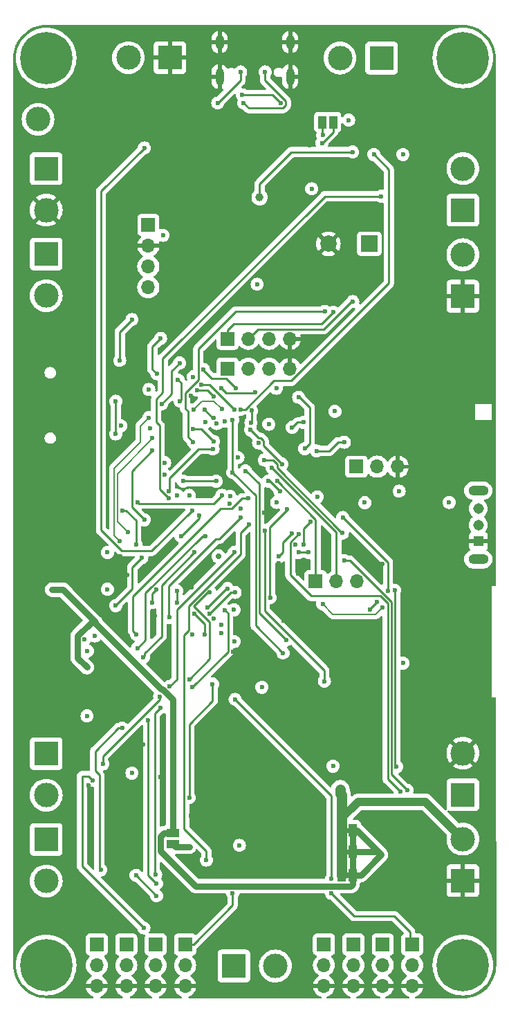
<source format=gbl>
%TF.GenerationSoftware,KiCad,Pcbnew,8.0.3*%
%TF.CreationDate,2025-07-22T23:59:42+01:00*%
%TF.ProjectId,Athena,41746865-6e61-42e6-9b69-6361645f7063,rev?*%
%TF.SameCoordinates,Original*%
%TF.FileFunction,Copper,L4,Bot*%
%TF.FilePolarity,Positive*%
%FSLAX46Y46*%
G04 Gerber Fmt 4.6, Leading zero omitted, Abs format (unit mm)*
G04 Created by KiCad (PCBNEW 8.0.3) date 2025-07-22 23:59:42*
%MOMM*%
%LPD*%
G01*
G04 APERTURE LIST*
%TA.AperFunction,EtchedComponent*%
%ADD10C,0.000000*%
%TD*%
%TA.AperFunction,ComponentPad*%
%ADD11R,3.000000X3.000000*%
%TD*%
%TA.AperFunction,ComponentPad*%
%ADD12C,3.000000*%
%TD*%
%TA.AperFunction,ComponentPad*%
%ADD13R,1.700000X1.700000*%
%TD*%
%TA.AperFunction,ComponentPad*%
%ADD14O,1.700000X1.700000*%
%TD*%
%TA.AperFunction,ComponentPad*%
%ADD15C,6.400000*%
%TD*%
%TA.AperFunction,ComponentPad*%
%ADD16O,1.000000X2.100000*%
%TD*%
%TA.AperFunction,ComponentPad*%
%ADD17O,1.000000X1.800000*%
%TD*%
%TA.AperFunction,ComponentPad*%
%ADD18R,1.308000X1.308000*%
%TD*%
%TA.AperFunction,ComponentPad*%
%ADD19C,1.308000*%
%TD*%
%TA.AperFunction,ComponentPad*%
%ADD20O,2.460000X1.230000*%
%TD*%
%TA.AperFunction,ComponentPad*%
%ADD21R,2.000000X2.000000*%
%TD*%
%TA.AperFunction,ComponentPad*%
%ADD22C,2.000000*%
%TD*%
%TA.AperFunction,SMDPad,CuDef*%
%ADD23R,1.000000X1.500000*%
%TD*%
%TA.AperFunction,SMDPad,CuDef*%
%ADD24R,1.500000X1.000000*%
%TD*%
%TA.AperFunction,ViaPad*%
%ADD25C,0.600000*%
%TD*%
%TA.AperFunction,ViaPad*%
%ADD26C,1.000000*%
%TD*%
%TA.AperFunction,ViaPad*%
%ADD27C,0.700000*%
%TD*%
%TA.AperFunction,ViaPad*%
%ADD28C,3.000000*%
%TD*%
%TA.AperFunction,Conductor*%
%ADD29C,0.250000*%
%TD*%
%TA.AperFunction,Conductor*%
%ADD30C,0.750000*%
%TD*%
%TA.AperFunction,Conductor*%
%ADD31C,0.218300*%
%TD*%
%TA.AperFunction,Conductor*%
%ADD32C,1.300000*%
%TD*%
%TA.AperFunction,Conductor*%
%ADD33C,1.000000*%
%TD*%
%TA.AperFunction,Conductor*%
%ADD34C,0.200000*%
%TD*%
G04 APERTURE END LIST*
D10*
%TA.AperFunction,EtchedComponent*%
%TO.C,JP2*%
G36*
X137100001Y-143800000D02*
G01*
X136600001Y-143800000D01*
X136600001Y-143200000D01*
X137100001Y-143200000D01*
X137100001Y-143800000D01*
G37*
%TD.AperFunction*%
%TA.AperFunction,EtchedComponent*%
%TO.C,JP3*%
G36*
X137100001Y-149300000D02*
G01*
X136600001Y-149300000D01*
X136600001Y-148700000D01*
X137100001Y-148700000D01*
X137100001Y-149300000D01*
G37*
%TD.AperFunction*%
%TA.AperFunction,EtchedComponent*%
%TO.C,JP4*%
G36*
X137100001Y-146446447D02*
G01*
X136600001Y-146446447D01*
X136600001Y-145846447D01*
X137100001Y-145846447D01*
X137100001Y-146446447D01*
G37*
%TD.AperFunction*%
%TD*%
D11*
%TO.P,J11,1,Pin_1*%
%TO.N,GND*%
X151000000Y-149660000D03*
D12*
%TO.P,J11,2,Pin_2*%
%TO.N,Net-(J11-Pin_2)*%
X151000000Y-144580000D03*
%TD*%
D11*
%TO.P,J6,1,Pin_1*%
%TO.N,PYRO_BUS*%
X122970000Y-160100000D03*
D12*
%TO.P,J6,2,Pin_2*%
%TO.N,Net-(J6-Pin_2)*%
X128050000Y-160100000D03*
%TD*%
D13*
%TO.P,U6,1,DATA*%
%TO.N,MISC_4*%
X134000000Y-157460000D03*
D14*
%TO.P,U6,2,+V*%
%TO.N,+6V*%
X134000000Y-160000000D03*
%TO.P,U6,3,GND*%
%TO.N,GND*%
X134000000Y-162540000D03*
%TD*%
D11*
%TO.P,J1,1,Pin_1*%
%TO.N,GND*%
X151000000Y-78140000D03*
D12*
%TO.P,J1,2,Pin_2*%
%TO.N,/BOOT0*%
X151000000Y-73060000D03*
%TD*%
D13*
%TO.P,U21,1,SCL*%
%TO.N,SCL_1*%
X122200000Y-87000000D03*
D14*
%TO.P,U21,2,SDA*%
%TO.N,SDA_1*%
X124740000Y-87000000D03*
%TO.P,U21,3,+V*%
%TO.N,+3.3V*%
X127280000Y-87000000D03*
%TO.P,U21,4,GND*%
%TO.N,GND*%
X129820000Y-87000000D03*
%TD*%
D11*
%TO.P,J4,1,Pin_1*%
%TO.N,PYRO_BUS*%
X100000000Y-144620000D03*
D12*
%TO.P,J4,2,Pin_2*%
%TO.N,Net-(J4-Pin_2)*%
X100000000Y-149700000D03*
%TD*%
D13*
%TO.P,U13,1,DATA*%
%TO.N,SERVO_X1*%
X117000000Y-157475000D03*
D14*
%TO.P,U13,2,+V*%
%TO.N,+6V*%
X117000000Y-160015000D03*
%TO.P,U13,3,GND*%
%TO.N,GND*%
X117000000Y-162555000D03*
%TD*%
D13*
%TO.P,U9,1,DATA*%
%TO.N,MISC_1*%
X144800000Y-157475000D03*
D14*
%TO.P,U9,2,+V*%
%TO.N,+6V*%
X144800000Y-160015000D03*
%TO.P,U9,3,GND*%
%TO.N,GND*%
X144800000Y-162555000D03*
%TD*%
D11*
%TO.P,J5,1,Pin_1*%
%TO.N,PYRO_BUS*%
X151000000Y-67600000D03*
D12*
%TO.P,J5,2,Pin_2*%
%TO.N,Net-(J5-Pin_2)*%
X151000000Y-62520000D03*
%TD*%
D13*
%TO.P,U12,1,DATA*%
%TO.N,SERVO_X2*%
X113400000Y-157475000D03*
D14*
%TO.P,U12,2,+V*%
%TO.N,+6V*%
X113400000Y-160015000D03*
%TO.P,U12,3,GND*%
%TO.N,GND*%
X113400000Y-162555000D03*
%TD*%
D11*
%TO.P,J3,1,Pin_1*%
%TO.N,PYRO_BUS*%
X100000000Y-134120000D03*
D12*
%TO.P,J3,2,Pin_2*%
%TO.N,Net-(J3-Pin_2)*%
X100000000Y-139200000D03*
%TD*%
D15*
%TO.P,REF\u002A\u002A,1*%
%TO.N,N/C*%
X151000000Y-160000000D03*
%TD*%
D13*
%TO.P,U7,1,DATA*%
%TO.N,MISC_3*%
X137600000Y-157475000D03*
D14*
%TO.P,U7,2,+V*%
%TO.N,+6V*%
X137600000Y-160015000D03*
%TO.P,U7,3,GND*%
%TO.N,GND*%
X137600000Y-162555000D03*
%TD*%
D13*
%TO.P,U4,1,5V*%
%TO.N,USB_VBUS*%
X112500000Y-69420000D03*
D14*
%TO.P,U4,2,GND*%
%TO.N,GND*%
X112500000Y-71960000D03*
%TO.P,U4,3,SWDIO*%
%TO.N,SWDIO*%
X112500000Y-74500000D03*
%TO.P,U4,4,SWCLK*%
%TO.N,SWCLK*%
X112500000Y-77040000D03*
%TD*%
D11*
%TO.P,J7,1,Pin_1*%
%TO.N,VSUPPLY*%
X100000000Y-73000000D03*
D12*
%TO.P,J7,2,Pin_2*%
%TO.N,PYRO_BUS*%
X100000000Y-78080000D03*
%TD*%
D15*
%TO.P,REF\u002A\u002A,1*%
%TO.N,N/C*%
X151000000Y-49000000D03*
%TD*%
D13*
%TO.P,U10,1,DATA*%
%TO.N,SERVO_Y2*%
X106200000Y-157475000D03*
D14*
%TO.P,U10,2,+V*%
%TO.N,+6V*%
X106200000Y-160015000D03*
%TO.P,U10,3,GND*%
%TO.N,GND*%
X106200000Y-162555000D03*
%TD*%
D15*
%TO.P,REF\u002A\u002A,1*%
%TO.N,N/C*%
X100000000Y-49000000D03*
%TD*%
D16*
%TO.P,J13,S1,SHIELD*%
%TO.N,GND*%
X129870000Y-51255000D03*
D17*
X129870000Y-47075000D03*
D16*
X121230000Y-51255000D03*
D17*
X121230000Y-47075000D03*
%TD*%
D11*
%TO.P,J2,1,Pin_1*%
%TO.N,VSUPPLY*%
X141040000Y-49000000D03*
D12*
%TO.P,J2,2,Pin_2*%
%TO.N,USB_VBUS*%
X135960000Y-49000000D03*
%TD*%
D11*
%TO.P,J10,1,Pin_1*%
%TO.N,+3.3V*%
X151000000Y-139140000D03*
D12*
%TO.P,J10,2,Pin_2*%
%TO.N,GND*%
X151000000Y-134060000D03*
%TD*%
D13*
%TO.P,U11,1,DATA*%
%TO.N,SERVO_Y1*%
X109800000Y-157475000D03*
D14*
%TO.P,U11,2,+V*%
%TO.N,+6V*%
X109800000Y-160015000D03*
%TO.P,U11,3,GND*%
%TO.N,GND*%
X109800000Y-162555000D03*
%TD*%
D13*
%TO.P,U19,1,DATA*%
%TO.N,UART1_TX*%
X132975000Y-113000000D03*
D14*
%TO.P,U19,2,+V*%
%TO.N,UART1_RX*%
X135515000Y-113000000D03*
%TO.P,U19,3,GND*%
%TO.N,GND*%
X138055000Y-113000000D03*
%TD*%
D13*
%TO.P,U22,1,SCL*%
%TO.N,SCL_1*%
X122200000Y-83350000D03*
D14*
%TO.P,U22,2,SDA*%
%TO.N,SDA_1*%
X124740000Y-83350000D03*
%TO.P,U22,3,+V*%
%TO.N,+3.3V*%
X127280000Y-83350000D03*
%TO.P,U22,4,GND*%
%TO.N,GND*%
X129820000Y-83350000D03*
%TD*%
D15*
%TO.P,REF\u002A\u002A,1*%
%TO.N,N/C*%
X100000000Y-160000000D03*
%TD*%
D18*
%TO.P,SW1,1,A*%
%TO.N,GND*%
X152896000Y-108134000D03*
D19*
%TO.P,SW1,2,B*%
%TO.N,Net-(SW1-B)*%
X152896000Y-106134000D03*
%TO.P,SW1,3,C*%
%TO.N,+3.3V*%
X152896000Y-104134000D03*
D20*
%TO.P,SW1,S1*%
%TO.N,N/C*%
X152896000Y-110334000D03*
%TO.P,SW1,S2*%
X152896000Y-101934000D03*
%TD*%
D13*
%TO.P,U8,1,DATA*%
%TO.N,MISC_2*%
X141200000Y-157460000D03*
D14*
%TO.P,U8,2,+V*%
%TO.N,+6V*%
X141200000Y-160000000D03*
%TO.P,U8,3,GND*%
%TO.N,GND*%
X141200000Y-162540000D03*
%TD*%
D13*
%TO.P,U17,1,DATA*%
%TO.N,UART6_TX*%
X137975000Y-99000000D03*
D14*
%TO.P,U17,2,+V*%
%TO.N,UART6_RX*%
X140515000Y-99000000D03*
%TO.P,U17,3,GND*%
%TO.N,GND*%
X143055000Y-99000000D03*
%TD*%
D11*
%TO.P,J8,1,Pin_1*%
%TO.N,GND*%
X115130000Y-48950000D03*
D12*
%TO.P,J8,2,Pin_2*%
%TO.N,VBATT_NoDiode*%
X110050000Y-48950000D03*
%TD*%
D21*
%TO.P,BZ1,1,+*%
%TO.N,Net-(BZ1-+)*%
X139550000Y-71725000D03*
D22*
%TO.P,BZ1,2,-*%
%TO.N,GND*%
X134550000Y-71725000D03*
%TD*%
D11*
%TO.P,J9,1,Pin_1*%
%TO.N,VBATT_NoDiode*%
X100000000Y-62520000D03*
D12*
%TO.P,J9,2,Pin_2*%
%TO.N,GND*%
X100000000Y-67600000D03*
%TD*%
D23*
%TO.P,JP5,1,A*%
%TO.N,Net-(JP5-A)*%
X135110000Y-56840000D03*
%TO.P,JP5,2,B*%
%TO.N,Net-(JP5-B)*%
X133810000Y-56840000D03*
%TD*%
%TO.P,JP2,1,A*%
%TO.N,Net-(J11-Pin_2)*%
X136200001Y-143500000D03*
%TO.P,JP2,2,B*%
%TO.N,+6V*%
X137500001Y-143500000D03*
%TD*%
%TO.P,JP3,1,A*%
%TO.N,Net-(J11-Pin_2)*%
X136200001Y-149000000D03*
%TO.P,JP3,2,B*%
%TO.N,+6V*%
X137500001Y-149000000D03*
%TD*%
%TO.P,JP4,1,A*%
%TO.N,Net-(J11-Pin_2)*%
X136200001Y-146146447D03*
%TO.P,JP4,2,B*%
%TO.N,+6V*%
X137500001Y-146146447D03*
%TD*%
D24*
%TO.P,JP1,1,A*%
%TO.N,VSUPPLY*%
X115500000Y-145150000D03*
%TO.P,JP1,2,B*%
%TO.N,+6V*%
X115500000Y-143850000D03*
%TD*%
D25*
%TO.N,GND*%
X105450000Y-102300000D03*
%TO.N,+6V*%
X100700000Y-114050000D03*
X105000000Y-123550000D03*
%TO.N,+3.3V*%
X126400000Y-126000000D03*
X125825000Y-76675000D03*
X117897200Y-119500000D03*
D26*
X126125000Y-66025000D03*
D25*
X107500000Y-114000000D03*
X149325000Y-103375000D03*
X128175000Y-89400000D03*
X133190000Y-102691942D03*
X137030000Y-56590000D03*
X112550000Y-89550000D03*
X116000000Y-102500000D03*
X127250000Y-93800000D03*
X114500000Y-98500000D03*
X130500000Y-108500000D03*
X118000000Y-88000000D03*
X135350000Y-92225000D03*
X137500000Y-60500000D03*
X107500000Y-109500000D03*
X105000000Y-129500000D03*
X135112500Y-135650000D03*
D27*
X121100000Y-109975000D03*
D25*
X123000000Y-120400000D03*
X143675000Y-123040000D03*
%TO.N,USB_D+*%
X131491064Y-93580000D03*
X130108174Y-94186586D03*
%TO.N,Net-(J5-Pin_2)*%
X143675000Y-60800000D03*
%TO.N,SWDIO*%
X126004621Y-96100817D03*
%TO.N,SERVO_X1*%
X124809575Y-106109575D03*
X119600000Y-147150000D03*
X122821320Y-151200000D03*
%TO.N,UART3_TX*%
X111200000Y-103350000D03*
X121500000Y-102500000D03*
%TO.N,PH0*%
X122500000Y-102625000D03*
X143200000Y-102000000D03*
%TO.N,+6V*%
X141000000Y-146500000D03*
%TO.N,Net-(J11-Pin_2)*%
X136000000Y-138500000D03*
%TO.N,SERVO_X2*%
X113881281Y-127118719D03*
X115118719Y-125881281D03*
X106925000Y-135375000D03*
X123000000Y-109500000D03*
X105726806Y-137397936D03*
X111950000Y-155450000D03*
%TO.N,SDIO_CK*%
X114500000Y-100000000D03*
X123468243Y-97869611D03*
X108500000Y-91000000D03*
X108500000Y-95000000D03*
%TO.N,SERVO_Y2*%
X120000000Y-117000000D03*
X123125000Y-114375001D03*
%TO.N,SDIO_D1*%
X119000000Y-89000000D03*
X128875000Y-98678156D03*
X125000000Y-94500000D03*
X123000000Y-92000000D03*
%TO.N,SDIO_CMD*%
X116130000Y-88375000D03*
X119375000Y-92000000D03*
X116375000Y-90975000D03*
X114000000Y-83300000D03*
X113558883Y-87624999D03*
X120500000Y-93000000D03*
%TO.N,GND*%
X138175000Y-137650000D03*
X143700000Y-76950000D03*
X148000000Y-153000000D03*
X132000000Y-163000000D03*
X117700000Y-90300000D03*
X123450000Y-59750000D03*
X118000000Y-74000000D03*
X115075000Y-109175000D03*
X117700000Y-141675000D03*
X128500000Y-110800003D03*
X143675000Y-120500000D03*
D26*
X115500000Y-65000000D03*
D25*
X118875028Y-98647732D03*
X107500000Y-127000000D03*
X117000000Y-73000000D03*
X105125000Y-112700000D03*
X126699998Y-104634224D03*
X150400000Y-91000000D03*
X134050000Y-98100000D03*
X132240000Y-59640000D03*
X128400000Y-91125000D03*
X109000000Y-138000000D03*
X112775000Y-107725000D03*
X130850000Y-112125000D03*
X102000000Y-153000000D03*
X151000000Y-153000000D03*
X105200000Y-138000000D03*
X104950000Y-151375000D03*
X122875000Y-121650000D03*
X145950000Y-101500000D03*
X139000000Y-142000000D03*
X141149454Y-110903339D03*
X151175000Y-109175000D03*
X118000000Y-155000000D03*
X134975000Y-90375000D03*
X105412500Y-105812500D03*
X134250000Y-109450000D03*
X129032000Y-117856000D03*
X147000000Y-96000000D03*
X119000000Y-75000000D03*
X129000000Y-154000000D03*
X120000000Y-76000000D03*
X145200000Y-110100000D03*
X111150000Y-126650000D03*
X99000000Y-153000000D03*
X131075000Y-119000000D03*
X150850000Y-98900000D03*
X113310000Y-117240000D03*
X111875000Y-133000000D03*
X132500000Y-52500000D03*
X120600000Y-53500000D03*
X105000000Y-79700000D03*
X119000000Y-162000000D03*
X132000000Y-162000000D03*
X133350000Y-83500000D03*
X128000000Y-59300000D03*
X124900000Y-97950000D03*
X108500000Y-88000000D03*
X138000000Y-103125000D03*
X116375000Y-93200000D03*
X153600000Y-96200000D03*
X134840000Y-102070000D03*
X119000000Y-163000000D03*
X143750000Y-116950000D03*
X116191942Y-104691942D03*
X129950000Y-75450000D03*
X109100000Y-110000000D03*
X140200000Y-95800000D03*
X137675000Y-82900000D03*
X109900000Y-112250000D03*
X150025000Y-56850000D03*
X129000000Y-144500000D03*
X143375000Y-67900000D03*
X117808058Y-113808058D03*
X129000000Y-142425000D03*
X115040000Y-119500000D03*
X141000000Y-144000000D03*
X114000000Y-137000000D03*
X118400000Y-148050000D03*
X141200000Y-84875000D03*
X122000000Y-124000000D03*
%TO.N,SDIO_D0*%
X118434313Y-89625000D03*
X125619902Y-89886018D03*
X120499999Y-90383883D03*
X130900000Y-90500000D03*
X131652137Y-96792137D03*
X109000000Y-86000000D03*
X110500000Y-81000000D03*
X121428058Y-89428058D03*
%TO.N,SDIO_D2*%
X109125000Y-94000000D03*
X116318444Y-86318444D03*
X121815911Y-93432027D03*
X114125000Y-91321180D03*
%TO.N,UART1_TX*%
X121412000Y-118364000D03*
X128250000Y-100750000D03*
X141175000Y-116225000D03*
X133840558Y-115800558D03*
X104700000Y-120100000D03*
%TO.N,SDIO_D3*%
X112750000Y-94300000D03*
X120851738Y-93730150D03*
%TO.N,PYRO_1*%
X123800000Y-104125000D03*
X110500000Y-136500000D03*
%TO.N,/BOOT0*%
X118000000Y-96000000D03*
X136258326Y-107124111D03*
X126691942Y-98191942D03*
X134116116Y-80000000D03*
%TO.N,MISC_2*%
X144169000Y-138581000D03*
X136500000Y-110500000D03*
X130875000Y-109500000D03*
X132125000Y-109500000D03*
X130028614Y-107203617D03*
X128500000Y-110000000D03*
%TO.N,UART1_RX*%
X105966942Y-119716942D03*
X121391558Y-119400442D03*
X127625000Y-99100000D03*
%TO.N,PYRO_3*%
X106662500Y-148337500D03*
X119500000Y-107500000D03*
X111171320Y-121200000D03*
X109285504Y-131000000D03*
%TO.N,UART3_RX*%
X131500000Y-108500000D03*
X111000000Y-108500000D03*
X109297917Y-104378681D03*
X132350000Y-105751942D03*
%TO.N,PH1*%
X139000000Y-103400000D03*
X122469401Y-103500000D03*
%TO.N,SPI1_MOSI*%
X113500000Y-113999999D03*
X120418027Y-96831973D03*
X113000000Y-115625000D03*
X115000000Y-102023688D03*
%TO.N,PYRO_2*%
X115032571Y-102875001D03*
X141025000Y-65900000D03*
%TO.N,PYRO_4*%
X112500000Y-130000000D03*
X118133058Y-109483058D03*
X111900000Y-122300000D03*
X113500000Y-150000000D03*
%TO.N,SERVO_Y1*%
X113395692Y-148895692D03*
X117500000Y-125000000D03*
X114000000Y-128500000D03*
X119999998Y-114375001D03*
%TO.N,SPI1_SCK*%
X119710000Y-116250000D03*
X122191266Y-113925000D03*
%TO.N,MISC_1*%
X134915000Y-151200000D03*
X115058058Y-117441942D03*
X123821663Y-105186095D03*
X118096116Y-116980000D03*
X134915000Y-149450000D03*
X123125000Y-127475000D03*
X119375000Y-119500000D03*
%TO.N,MISC_4*%
X142675000Y-114125000D03*
X142875000Y-135725000D03*
%TO.N,SWCLK*%
X125065687Y-93625000D03*
X125136844Y-92136844D03*
X123248883Y-89375000D03*
X119250000Y-87100000D03*
%TO.N,MISC_3*%
X130875000Y-107250000D03*
X143344058Y-138772058D03*
%TO.N,UART3_CTS*%
X120800000Y-100773688D03*
X127200000Y-100773688D03*
X128625000Y-102023688D03*
X116773689Y-100773689D03*
%TO.N,USB_VBUS*%
X128700001Y-54500000D03*
X124000000Y-53500000D03*
%TO.N,VSUPPLY*%
X123650000Y-145350000D03*
D28*
X99000000Y-56500000D03*
D25*
X117500000Y-145500000D03*
X114300000Y-70690000D03*
%TO.N,CONT_1*%
X111050000Y-119500000D03*
X124750000Y-102875000D03*
%TO.N,SCL_1*%
X135145558Y-80095558D03*
X129400000Y-120200000D03*
X124395226Y-99523688D03*
X113000000Y-95500000D03*
X109975000Y-107025000D03*
%TO.N,SDA_1*%
X122825000Y-99698688D03*
X137525000Y-78800000D03*
X118024265Y-92024265D03*
X108950000Y-108100000D03*
X129000000Y-121800000D03*
X121500000Y-91974250D03*
X112550000Y-93000000D03*
X122825000Y-93299250D03*
%TO.N,CONT_3*%
X116500000Y-107500000D03*
X121875000Y-116565687D03*
X117897200Y-126000000D03*
X115991116Y-115625001D03*
X115991116Y-114200000D03*
X118700000Y-105000000D03*
%TO.N,CONT_2*%
X128209432Y-103375888D03*
X140103617Y-60800001D03*
X123800000Y-92000000D03*
%TO.N,CONT_4*%
X113500000Y-151500000D03*
X117500000Y-102500000D03*
X117500000Y-139500000D03*
X111000000Y-149000000D03*
X120375000Y-125600000D03*
X120499859Y-117624811D03*
%TO.N,BatVSensor*%
X112000000Y-60000000D03*
X117840542Y-104371158D03*
%TO.N,Net-(JP5-B)*%
X133843058Y-58413058D03*
%TO.N,Net-(J13-CC2)*%
X121000000Y-54500000D03*
X123800000Y-50700000D03*
%TO.N,Net-(J13-CC1)*%
X124175000Y-54500000D03*
X126800000Y-50700000D03*
%TO.N,UART6_RX*%
X133125000Y-97083158D03*
X136500000Y-96000000D03*
%TO.N,SPI1_MISO*%
X117975000Y-94375000D03*
X111700000Y-110150000D03*
X120484762Y-95905042D03*
X113000000Y-97000000D03*
X112000000Y-105500000D03*
X108500000Y-116000000D03*
%TO.N,BUZZER*%
X132500000Y-65000000D03*
X119500000Y-93500000D03*
%TO.N,FLASH_CS*%
X122990000Y-116510000D03*
X105050000Y-121550000D03*
X129500000Y-104250000D03*
X127408968Y-115008968D03*
%TO.N,BLINK_LED*%
X134050000Y-125250000D03*
X126775000Y-106800000D03*
%TO.N,ERROR_LED*%
X140500000Y-115550000D03*
X139641117Y-116458884D03*
X141837793Y-114237207D03*
X136300000Y-105225000D03*
%TO.N,Net-(JP5-A)*%
X133760000Y-59380000D03*
%TD*%
D29*
%TO.N,ERROR_LED*%
X139641117Y-116408883D02*
X140500000Y-115550000D01*
X139641117Y-116458884D02*
X139641117Y-116408883D01*
%TO.N,UART3_RX*%
X111000000Y-105600000D02*
X111000000Y-108500000D01*
X109778681Y-104378681D02*
X111000000Y-105600000D01*
X109297917Y-104378681D02*
X109778681Y-104378681D01*
D30*
%TO.N,+6V*%
X102050000Y-114050000D02*
X106000000Y-118000000D01*
X100700000Y-114050000D02*
X102050000Y-114050000D01*
X103825000Y-122375000D02*
X105000000Y-123550000D01*
X103825000Y-119737563D02*
X103825000Y-122375000D01*
X105562563Y-118000000D02*
X103825000Y-119737563D01*
X106000000Y-118000000D02*
X105562563Y-118000000D01*
D29*
%TO.N,+3.3V*%
X130000000Y-60500000D02*
X137500000Y-60500000D01*
X130000000Y-60500000D02*
X126125000Y-64375000D01*
X126125000Y-64375000D02*
X126125000Y-66025000D01*
D31*
%TO.N,USB_D+*%
X130108174Y-94186586D02*
X130714760Y-93580000D01*
X130714760Y-93580000D02*
X131491064Y-93580000D01*
D29*
%TO.N,SERVO_X1*%
X116875000Y-143325000D02*
X119600000Y-146050000D01*
X117470000Y-119043316D02*
X116875000Y-119638316D01*
X123800000Y-109691116D02*
X117470000Y-116021116D01*
X116875000Y-119638316D02*
X116875000Y-143325000D01*
X122821320Y-151200000D02*
X122821320Y-152678680D01*
X118025000Y-157475000D02*
X117000000Y-157475000D01*
X122821320Y-152678680D02*
X118025000Y-157475000D01*
X124809575Y-106109575D02*
X123800000Y-107119150D01*
X123800000Y-107119150D02*
X123800000Y-109691116D01*
X117470000Y-116021116D02*
X117470000Y-119043316D01*
X119600000Y-146050000D02*
X119600000Y-147150000D01*
%TO.N,UART3_TX*%
X111350000Y-103500000D02*
X120500000Y-103500000D01*
X120500000Y-103500000D02*
X121500000Y-102500000D01*
X111200000Y-103350000D02*
X111350000Y-103500000D01*
D30*
%TO.N,+6V*%
X114093719Y-126243719D02*
X106000000Y-118150000D01*
X114243718Y-126243719D02*
X114093719Y-126243719D01*
X137500001Y-146146447D02*
X140646447Y-146146447D01*
X138500000Y-149000000D02*
X141000000Y-146500000D01*
X137500001Y-150100000D02*
X137500001Y-143500000D01*
X114000000Y-144250000D02*
X114000000Y-146000000D01*
X118325000Y-150325000D02*
X137275001Y-150325000D01*
X140646447Y-146146447D02*
X141000000Y-146500000D01*
X138000000Y-143500000D02*
X141000000Y-146500000D01*
X115500000Y-143850000D02*
X115500000Y-127500001D01*
X114000000Y-146000000D02*
X118325000Y-150325000D01*
X137500001Y-149000000D02*
X138500000Y-149000000D01*
X115500000Y-127500001D02*
X114243718Y-126243719D01*
X106000000Y-118150000D02*
X106000000Y-118000000D01*
X114400000Y-143850000D02*
X114000000Y-144250000D01*
X115500000Y-143850000D02*
X114400000Y-143850000D01*
X137500001Y-143500000D02*
X138000000Y-143500000D01*
X137275001Y-150325000D02*
X137500001Y-150100000D01*
D32*
%TO.N,Net-(J11-Pin_2)*%
X136000000Y-138500000D02*
X136000000Y-139000000D01*
D33*
X136200001Y-142000000D02*
X138200001Y-140000000D01*
D32*
X136000000Y-139000000D02*
X136150001Y-139150001D01*
D33*
X138200001Y-140000000D02*
X140500000Y-140000000D01*
X140500000Y-140000000D02*
X146420000Y-140000000D01*
D32*
X136150001Y-139150001D02*
X136150001Y-149000000D01*
D33*
X146420000Y-140000000D02*
X151000000Y-144580000D01*
D30*
X136200001Y-143500000D02*
X136200001Y-142000000D01*
D29*
%TO.N,SERVO_X2*%
X115118719Y-125881281D02*
X116000000Y-125000000D01*
X116000000Y-125000000D02*
X116000000Y-116500000D01*
X113881281Y-127518719D02*
X106925000Y-134475000D01*
X116000000Y-116500000D02*
X123000000Y-109500000D01*
X106925000Y-134475000D02*
X106925000Y-135375000D01*
X111950000Y-155450000D02*
X104375000Y-147875000D01*
X104375000Y-147875000D02*
X104375000Y-136872488D01*
X105201358Y-136872488D02*
X105726806Y-137397936D01*
X104375000Y-136872488D02*
X105201358Y-136872488D01*
X113881281Y-127118719D02*
X113881281Y-127518719D01*
%TO.N,SDIO_CK*%
X108500000Y-91000000D02*
X108500000Y-95000000D01*
%TO.N,SERVO_Y2*%
X122624999Y-114375001D02*
X120000000Y-117000000D01*
X123125000Y-114375001D02*
X122624999Y-114375001D01*
%TO.N,SDIO_D1*%
X128875000Y-98678156D02*
X126629621Y-96432777D01*
X126629621Y-96432777D02*
X126629621Y-95841933D01*
X126629621Y-95841933D02*
X126263505Y-95475817D01*
X125975817Y-95475817D02*
X125000000Y-94500000D01*
X119000000Y-89000000D02*
X120000000Y-89000000D01*
X126263505Y-95475817D02*
X125975817Y-95475817D01*
X120000000Y-89000000D02*
X123000000Y-92000000D01*
%TO.N,SDIO_CMD*%
X120500000Y-93000000D02*
X120375000Y-92875000D01*
X113000000Y-87066116D02*
X113558883Y-87624999D01*
X120500000Y-93000000D02*
X120375000Y-93000000D01*
X114000000Y-83300000D02*
X113000000Y-84300000D01*
X113000000Y-84300000D02*
X113000000Y-87066116D01*
X116500000Y-90850000D02*
X116375000Y-90975000D01*
X116130000Y-88375000D02*
X116500000Y-88745000D01*
X116500000Y-88745000D02*
X116500000Y-90850000D01*
X120375000Y-93000000D02*
X119375000Y-92000000D01*
D34*
%TO.N,GND*%
X109000000Y-135875000D02*
X111875000Y-133000000D01*
D30*
X129000000Y-142425000D02*
X129000000Y-144500000D01*
D34*
X109000000Y-138000000D02*
X109000000Y-135875000D01*
D29*
%TO.N,SDIO_D0*%
X125619902Y-89886018D02*
X125505920Y-90000000D01*
X125505920Y-90000000D02*
X122000000Y-90000000D01*
X119741116Y-89625000D02*
X118434313Y-89625000D01*
X120499999Y-90383883D02*
X119741116Y-89625000D01*
X132245000Y-96199274D02*
X131652137Y-96792137D01*
X132245000Y-91741116D02*
X132245000Y-96199274D01*
X131003884Y-90500000D02*
X132245000Y-91741116D01*
X109000000Y-86000000D02*
X109000000Y-82500000D01*
X122000000Y-90000000D02*
X121428058Y-89428058D01*
X109000000Y-82500000D02*
X110500000Y-81000000D01*
X130900000Y-90500000D02*
X131003884Y-90500000D01*
%TO.N,SDIO_D2*%
X115375000Y-87261888D02*
X116318444Y-86318444D01*
X114125000Y-91321180D02*
X115375000Y-90071180D01*
X115375000Y-90071180D02*
X115375000Y-87261888D01*
D34*
%TO.N,UART1_TX*%
X135098884Y-117058884D02*
X140341116Y-117058884D01*
X133840558Y-115800558D02*
X135098884Y-117058884D01*
D29*
X128250000Y-100750000D02*
X132975000Y-105475000D01*
X132975000Y-105475000D02*
X132975000Y-113000000D01*
D34*
X140341116Y-117058884D02*
X141175000Y-116225000D01*
D29*
%TO.N,/BOOT0*%
X134116116Y-80000000D02*
X123200000Y-80000000D01*
X117350000Y-95350000D02*
X118000000Y-96000000D01*
X118625000Y-84575000D02*
X118625000Y-88375000D01*
X136110000Y-106970000D02*
X136258326Y-107118326D01*
X136258326Y-107118326D02*
X136258326Y-107124111D01*
X118625000Y-88375000D02*
X117000000Y-90000000D01*
X136106396Y-106970000D02*
X136110000Y-106970000D01*
X128250000Y-99113604D02*
X136106396Y-106970000D01*
X117000000Y-90000000D02*
X117000000Y-91883884D01*
X123200000Y-80000000D02*
X118625000Y-84575000D01*
X128250000Y-98689552D02*
X128250000Y-99113604D01*
X127752390Y-98191942D02*
X128250000Y-98689552D01*
X126691942Y-98191942D02*
X127752390Y-98191942D01*
X117350000Y-92233884D02*
X117350000Y-95350000D01*
X117000000Y-91883884D02*
X117350000Y-92233884D01*
%TO.N,MISC_2*%
X142250000Y-115533299D02*
X137216701Y-110500000D01*
X142250000Y-136662000D02*
X142250000Y-115533299D01*
X137216701Y-110500000D02*
X136500000Y-110500000D01*
X129000000Y-108232231D02*
X129000000Y-109500000D01*
X129000000Y-109500000D02*
X128500000Y-110000000D01*
X132125000Y-109500000D02*
X130875000Y-109500000D01*
X144169000Y-138581000D02*
X142250000Y-136662000D01*
X130028614Y-107203617D02*
X129000000Y-108232231D01*
%TO.N,UART1_RX*%
X127625000Y-99100000D02*
X127625000Y-99125000D01*
X135515000Y-107015000D02*
X135515000Y-113000000D01*
X127625000Y-99125000D02*
X135515000Y-107015000D01*
%TO.N,PYRO_3*%
X112125000Y-120246320D02*
X112125000Y-114491116D01*
X105985690Y-133814310D02*
X105985690Y-136235690D01*
X112125000Y-114491116D02*
X119116116Y-107500000D01*
X119116116Y-107500000D02*
X119500000Y-107500000D01*
X108800000Y-131000000D02*
X105985690Y-133814310D01*
X106500000Y-136750000D02*
X106500000Y-148175000D01*
X105985690Y-136235690D02*
X106500000Y-136750000D01*
X109285504Y-131000000D02*
X108800000Y-131000000D01*
X111171320Y-121200000D02*
X112125000Y-120246320D01*
X106500000Y-148175000D02*
X106662500Y-148337500D01*
%TO.N,UART3_RX*%
X131500000Y-106601942D02*
X131500000Y-108500000D01*
X132350000Y-105751942D02*
X131500000Y-106601942D01*
%TO.N,SPI1_MOSI*%
X120418027Y-96831973D02*
X118668027Y-96831973D01*
X115125000Y-101898688D02*
X115000000Y-102023688D01*
X118668027Y-96831973D02*
X115125000Y-100375000D01*
X113500000Y-113999999D02*
X113000000Y-114499999D01*
X115125000Y-100375000D02*
X115125000Y-101898688D01*
X113000000Y-114499999D02*
X113000000Y-115625000D01*
%TO.N,PYRO_2*%
X114275000Y-85716116D02*
X114275000Y-89925000D01*
X114967429Y-102875001D02*
X115032571Y-102875001D01*
X113450000Y-93566116D02*
X113875000Y-93991116D01*
X113450000Y-90750000D02*
X113450000Y-93566116D01*
X114275000Y-89925000D02*
X113450000Y-90750000D01*
X113875000Y-93991116D02*
X113875000Y-101782572D01*
X141025000Y-65900000D02*
X134091116Y-65900000D01*
X134091116Y-65900000D02*
X114275000Y-85716116D01*
X113875000Y-101782572D02*
X114967429Y-102875001D01*
%TO.N,PYRO_4*%
X114125000Y-119758884D02*
X114125000Y-113491116D01*
X114125000Y-113491116D02*
X118133058Y-109483058D01*
X112058884Y-122141116D02*
X111900000Y-122300000D01*
X112058884Y-121825000D02*
X114125000Y-119758884D01*
X112500000Y-149000000D02*
X112500000Y-130000000D01*
X113500000Y-150000000D02*
X112500000Y-149000000D01*
X112058884Y-121825000D02*
X112058884Y-122141116D01*
%TO.N,SERVO_Y1*%
X119999998Y-114375001D02*
X119752511Y-114375001D01*
X118063756Y-116063756D02*
X120000000Y-118000000D01*
X113300000Y-148800000D02*
X113300000Y-129200000D01*
X113300000Y-129200000D02*
X114000000Y-128500000D01*
X120000000Y-118000000D02*
X120000000Y-122500000D01*
X120000000Y-122500000D02*
X117500000Y-125000000D01*
X119752511Y-114375001D02*
X118063756Y-116063756D01*
X113395692Y-148895692D02*
X113300000Y-148800000D01*
%TO.N,SPI1_SCK*%
X122191266Y-113925000D02*
X122035000Y-113925000D01*
X122035000Y-113925000D02*
X119710000Y-116250000D01*
%TO.N,MISC_1*%
X115000000Y-113616116D02*
X115000000Y-117383884D01*
X121162500Y-107837500D02*
X120778616Y-107837500D01*
X142630000Y-154000000D02*
X144550000Y-155920000D01*
X120778616Y-107837500D02*
X115000000Y-113616116D01*
X137715000Y-154000000D02*
X142630000Y-154000000D01*
X123821663Y-105186095D02*
X123448445Y-105559313D01*
X134915000Y-151200000D02*
X137715000Y-154000000D01*
X144550000Y-155920000D02*
X144550000Y-157460000D01*
X123125000Y-127475000D02*
X123125000Y-127503858D01*
X123440687Y-105559313D02*
X121162500Y-107837500D01*
X115000000Y-117383884D02*
X115058058Y-117441942D01*
X123448445Y-105559313D02*
X123440687Y-105559313D01*
X118096116Y-116980000D02*
X119375000Y-118258884D01*
X123125000Y-127503858D02*
X134915000Y-139293858D01*
X119375000Y-118258884D02*
X119375000Y-119500000D01*
X134915000Y-139293858D02*
X134915000Y-149450000D01*
%TO.N,MISC_4*%
X142700000Y-135550000D02*
X142700000Y-114150000D01*
X142875000Y-135725000D02*
X142700000Y-135550000D01*
X142700000Y-114150000D02*
X142675000Y-114125000D01*
%TO.N,SWCLK*%
X119250000Y-87150000D02*
X119250000Y-87100000D01*
X123248883Y-89375000D02*
X122048883Y-88175000D01*
X122048883Y-88175000D02*
X120275000Y-88175000D01*
X120275000Y-88175000D02*
X119250000Y-87150000D01*
X125136844Y-93553843D02*
X125136844Y-92136844D01*
X125065687Y-93625000D02*
X125136844Y-93553843D01*
%TO.N,MISC_3*%
X140888305Y-114808000D02*
X132433000Y-114808000D01*
X143344058Y-138772058D02*
X141800000Y-137228000D01*
X129875000Y-108241116D02*
X130866116Y-107250000D01*
X132433000Y-114808000D02*
X129875000Y-112250000D01*
X129875000Y-112250000D02*
X129875000Y-108241116D01*
X130866116Y-107250000D02*
X130875000Y-107250000D01*
X141800000Y-137228000D02*
X141800000Y-115719695D01*
X141800000Y-115719695D02*
X140888305Y-114808000D01*
%TO.N,UART3_CTS*%
X127200000Y-100773688D02*
X127375000Y-100773688D01*
X127375000Y-100773688D02*
X128625000Y-102023688D01*
X116773690Y-100773688D02*
X120800000Y-100773688D01*
X128523688Y-102023688D02*
X128625000Y-102023688D01*
X116773689Y-100773689D02*
X116773690Y-100773688D01*
%TO.N,USB_VBUS*%
X127700001Y-53500000D02*
X124000000Y-53500000D01*
X128700001Y-54500000D02*
X127700001Y-53500000D01*
D30*
%TO.N,VSUPPLY*%
X115850000Y-145500000D02*
X115500000Y-145150000D01*
X117500000Y-145500000D02*
X115850000Y-145500000D01*
D29*
%TO.N,CONT_1*%
X124750000Y-102875000D02*
X123978285Y-102875000D01*
X110625000Y-119075000D02*
X111050000Y-119500000D01*
X123978285Y-102875000D02*
X122728285Y-104125000D01*
X110625000Y-114875000D02*
X110625000Y-119075000D01*
X122728285Y-104125000D02*
X121375000Y-104125000D01*
X121375000Y-104125000D02*
X110625000Y-114875000D01*
%TO.N,SCL_1*%
X133741116Y-81500000D02*
X122950000Y-81500000D01*
X135145558Y-80095558D02*
X133741116Y-81500000D01*
X126074999Y-116874999D02*
X129400000Y-120200000D01*
D34*
X109975000Y-107025000D02*
X108697918Y-105747918D01*
X108697918Y-99902082D02*
X113000000Y-95600000D01*
D29*
X124395226Y-99523688D02*
X124523688Y-99523688D01*
X124523688Y-99523688D02*
X126074999Y-101074999D01*
X126074999Y-101074999D02*
X126074999Y-116874999D01*
X122950000Y-81500000D02*
X122200000Y-82250000D01*
D34*
X113000000Y-95600000D02*
X113000000Y-95500000D01*
X108697918Y-105747918D02*
X108697918Y-99902082D01*
D29*
X122200000Y-82250000D02*
X122200000Y-83350000D01*
%TO.N,SDA_1*%
X122825000Y-93299250D02*
X122825000Y-99698688D01*
D34*
X121500000Y-91974250D02*
X120525750Y-91000000D01*
X111500000Y-96000000D02*
X111500000Y-94050000D01*
X119048530Y-91000000D02*
X118024265Y-92024265D01*
X120525750Y-91000000D02*
X119048530Y-91000000D01*
X108297918Y-107447918D02*
X108297918Y-99202082D01*
D29*
X125915000Y-82175000D02*
X124740000Y-83350000D01*
X125624999Y-102508883D02*
X125624999Y-118424999D01*
X122825000Y-99708884D02*
X125624999Y-102508883D01*
D34*
X108297918Y-99202082D02*
X111500000Y-96000000D01*
X108950000Y-108100000D02*
X108297918Y-107447918D01*
D29*
X125624999Y-118424999D02*
X129000000Y-121800000D01*
X133950000Y-82175000D02*
X125915000Y-82175000D01*
D34*
X111500000Y-94050000D02*
X112550000Y-93000000D01*
D29*
X137325000Y-78800000D02*
X133950000Y-82175000D01*
X122825000Y-99698688D02*
X122825000Y-99708884D01*
X137525000Y-78800000D02*
X137325000Y-78800000D01*
%TO.N,CONT_3*%
X122241116Y-121656084D02*
X122241116Y-116931803D01*
X118700000Y-105300000D02*
X116500000Y-107500000D01*
X122241116Y-116931803D02*
X121875000Y-116565687D01*
X115991116Y-114200000D02*
X115991116Y-115625001D01*
X118700000Y-105000000D02*
X118700000Y-105300000D01*
X117897200Y-126000000D02*
X122241116Y-121656084D01*
%TO.N,CONT_2*%
X129981701Y-88500000D02*
X127889804Y-88500000D01*
X127889804Y-88500000D02*
X124389804Y-92000000D01*
X140103617Y-60800001D02*
X141950000Y-62646384D01*
X124389804Y-92000000D02*
X123800000Y-92000000D01*
X141950000Y-62646384D02*
X141950000Y-76531701D01*
X141950000Y-76531701D02*
X129981701Y-88500000D01*
%TO.N,CONT_4*%
X117500000Y-130500000D02*
X117500000Y-139500000D01*
X120375000Y-127625000D02*
X117500000Y-130500000D01*
X120375000Y-125600000D02*
X120375000Y-127625000D01*
X111000000Y-149000000D02*
X113500000Y-151500000D01*
%TO.N,BatVSensor*%
X112000000Y-60000000D02*
X106700000Y-65300000D01*
X112911700Y-109300000D02*
X117840542Y-104371158D01*
X106700000Y-106733884D02*
X109266116Y-109300000D01*
X106700000Y-65300000D02*
X106700000Y-106733884D01*
X109266116Y-109300000D02*
X112911700Y-109300000D01*
%TO.N,Net-(JP5-B)*%
X133810000Y-58380000D02*
X133810000Y-56840000D01*
X133843058Y-58413058D02*
X133810000Y-58380000D01*
%TO.N,Net-(J13-CC2)*%
X123800000Y-51700000D02*
X121000000Y-54500000D01*
X123800000Y-50700000D02*
X123800000Y-51700000D01*
%TO.N,Net-(J13-CC1)*%
X129325001Y-54241116D02*
X129325001Y-54774999D01*
X129325001Y-54774999D02*
X128975000Y-55125000D01*
X126800000Y-50700000D02*
X126800000Y-51716115D01*
X124800000Y-55125000D02*
X124175000Y-54500000D01*
X126800000Y-51716115D02*
X129325001Y-54241116D01*
X128975000Y-55125000D02*
X124800000Y-55125000D01*
%TO.N,UART6_RX*%
X134616842Y-97083158D02*
X135700000Y-96000000D01*
X135700000Y-96000000D02*
X136500000Y-96000000D01*
X133125000Y-97083158D02*
X134616842Y-97083158D01*
%TO.N,SPI1_MISO*%
X118954720Y-94375000D02*
X117975000Y-94375000D01*
X111700000Y-110150000D02*
X110525000Y-111325000D01*
X112000000Y-105500000D02*
X110470836Y-103970836D01*
X110470836Y-103970836D02*
X110470836Y-99529164D01*
X110525000Y-113975000D02*
X108500000Y-116000000D01*
X110470836Y-99529164D02*
X113000000Y-97000000D01*
X120484762Y-95905042D02*
X118954720Y-94375000D01*
X110525000Y-111325000D02*
X110525000Y-113975000D01*
%TO.N,FLASH_CS*%
X127400000Y-106400000D02*
X129500000Y-104300000D01*
X127408968Y-115008968D02*
X127400000Y-115000000D01*
X127400000Y-115000000D02*
X127400000Y-106400000D01*
X129500000Y-104300000D02*
X129500000Y-104250000D01*
%TO.N,BLINK_LED*%
X126750000Y-106825000D02*
X126750000Y-116666116D01*
X126750000Y-116666116D02*
X134050000Y-123966116D01*
X134050000Y-123966116D02*
X134050000Y-125250000D01*
X126775000Y-106800000D02*
X126750000Y-106825000D01*
%TO.N,ERROR_LED*%
X141837793Y-114237207D02*
X141837793Y-110707793D01*
X141837793Y-110707793D02*
X136355000Y-105225000D01*
X140500000Y-115550000D02*
X140450000Y-115600000D01*
X136355000Y-105225000D02*
X136300000Y-105225000D01*
%TO.N,Net-(JP5-A)*%
X135110000Y-56840000D02*
X135110000Y-58030000D01*
X135110000Y-58030000D02*
X133760000Y-59380000D01*
%TD*%
%TA.AperFunction,Conductor*%
%TO.N,GND*%
G36*
X151005532Y-44950637D02*
G01*
X151316199Y-44965243D01*
X151371543Y-44967845D01*
X151382974Y-44968914D01*
X151742983Y-45019510D01*
X151754238Y-45021627D01*
X152108033Y-45105313D01*
X152119053Y-45108465D01*
X152463582Y-45224519D01*
X152474266Y-45228678D01*
X152622455Y-45294422D01*
X152806574Y-45376106D01*
X152816843Y-45381244D01*
X153134080Y-45558776D01*
X153143812Y-45564830D01*
X153443283Y-45770961D01*
X153452424Y-45777899D01*
X153467972Y-45790875D01*
X153721084Y-46002124D01*
X153731522Y-46010835D01*
X153739986Y-46018591D01*
X153778328Y-46057143D01*
X153996345Y-46276356D01*
X154004057Y-46284865D01*
X154235458Y-46565226D01*
X154242350Y-46574411D01*
X154446828Y-46874986D01*
X154452840Y-46884769D01*
X154628635Y-47202967D01*
X154633718Y-47213266D01*
X154779322Y-47546370D01*
X154783429Y-47557094D01*
X154897593Y-47902237D01*
X154900690Y-47913295D01*
X154982431Y-48267503D01*
X154984493Y-48278800D01*
X155033119Y-48639076D01*
X155034126Y-48650516D01*
X155049332Y-49016620D01*
X155049438Y-49022361D01*
X155049113Y-49090104D01*
X155049474Y-49095813D01*
X155073839Y-113475953D01*
X155054180Y-113543000D01*
X155001393Y-113588775D01*
X154949839Y-113600000D01*
X154520000Y-113600000D01*
X154520000Y-127200000D01*
X154955080Y-127200000D01*
X155022119Y-127219685D01*
X155067874Y-127272489D01*
X155079079Y-127323952D01*
X155079882Y-129443413D01*
X155091451Y-160015345D01*
X155091293Y-160021657D01*
X155072715Y-160388889D01*
X155071614Y-160400251D01*
X155019690Y-160761802D01*
X155017548Y-160773016D01*
X154932597Y-161128240D01*
X154929434Y-161139209D01*
X154812169Y-161485131D01*
X154808010Y-161495762D01*
X154659428Y-161829434D01*
X154654309Y-161839638D01*
X154475674Y-162158225D01*
X154469638Y-162167915D01*
X154262463Y-162468720D01*
X154255562Y-162477814D01*
X154021594Y-162758301D01*
X154013885Y-162766722D01*
X153755117Y-163024496D01*
X153746668Y-163032171D01*
X153465290Y-163265056D01*
X153456170Y-163271923D01*
X153154555Y-163477952D01*
X153144848Y-163483946D01*
X152825582Y-163661352D01*
X152815359Y-163666432D01*
X152481116Y-163813731D01*
X152470468Y-163817849D01*
X152124102Y-163933783D01*
X152113121Y-163936904D01*
X151757562Y-164020491D01*
X151746341Y-164022589D01*
X151384609Y-164073122D01*
X151373242Y-164074180D01*
X151005634Y-164091360D01*
X150999721Y-164091495D01*
X145244875Y-164085760D01*
X145177856Y-164066009D01*
X145132153Y-164013159D01*
X145122279Y-163943991D01*
X145151367Y-163880464D01*
X145210183Y-163842748D01*
X145212907Y-163841985D01*
X145263481Y-163828434D01*
X145263492Y-163828429D01*
X145477578Y-163728600D01*
X145671082Y-163593105D01*
X145838105Y-163426082D01*
X145973600Y-163232578D01*
X146073429Y-163018492D01*
X146073432Y-163018486D01*
X146130636Y-162805000D01*
X145233012Y-162805000D01*
X145265925Y-162747993D01*
X145300000Y-162620826D01*
X145300000Y-162489174D01*
X145265925Y-162362007D01*
X145233012Y-162305000D01*
X146130636Y-162305000D01*
X146130635Y-162304999D01*
X146073432Y-162091513D01*
X146073429Y-162091507D01*
X145973600Y-161877422D01*
X145973599Y-161877420D01*
X145838113Y-161683926D01*
X145838108Y-161683920D01*
X145671078Y-161516890D01*
X145485405Y-161386879D01*
X145441780Y-161332302D01*
X145434588Y-161262804D01*
X145466110Y-161200449D01*
X145485406Y-161183730D01*
X145499252Y-161174035D01*
X145671401Y-161053495D01*
X145838495Y-160886401D01*
X145974035Y-160692830D01*
X146073903Y-160478663D01*
X146135063Y-160250408D01*
X146155659Y-160015000D01*
X146154347Y-159999999D01*
X147294422Y-159999999D01*
X147294422Y-160000000D01*
X147314722Y-160387339D01*
X147347739Y-160595802D01*
X147375398Y-160770433D01*
X147472762Y-161133803D01*
X147475788Y-161145094D01*
X147614787Y-161507197D01*
X147790877Y-161852793D01*
X148002122Y-162178082D01*
X148218401Y-162445164D01*
X148246219Y-162479516D01*
X148520484Y-162753781D01*
X148654132Y-162862007D01*
X148821917Y-162997877D01*
X148886781Y-163040000D01*
X149147211Y-163209125D01*
X149492806Y-163385214D01*
X149854913Y-163524214D01*
X150229567Y-163624602D01*
X150612662Y-163685278D01*
X150978576Y-163704455D01*
X150999999Y-163705578D01*
X151000000Y-163705578D01*
X151000001Y-163705578D01*
X151020301Y-163704514D01*
X151387338Y-163685278D01*
X151770433Y-163624602D01*
X152145087Y-163524214D01*
X152507194Y-163385214D01*
X152852789Y-163209125D01*
X153178084Y-162997876D01*
X153479516Y-162753781D01*
X153753781Y-162479516D01*
X153997876Y-162178084D01*
X154209125Y-161852789D01*
X154385214Y-161507194D01*
X154524214Y-161145087D01*
X154624602Y-160770433D01*
X154685278Y-160387338D01*
X154705578Y-160000000D01*
X154685278Y-159612662D01*
X154624602Y-159229567D01*
X154524214Y-158854913D01*
X154385214Y-158492806D01*
X154209125Y-158147211D01*
X154162926Y-158076070D01*
X153997877Y-157821917D01*
X153753784Y-157520488D01*
X153753781Y-157520484D01*
X153479516Y-157246219D01*
X153178084Y-157002124D01*
X153178082Y-157002122D01*
X152852793Y-156790877D01*
X152507197Y-156614787D01*
X152145094Y-156475788D01*
X152145087Y-156475786D01*
X151770433Y-156375398D01*
X151770429Y-156375397D01*
X151770428Y-156375397D01*
X151387339Y-156314722D01*
X151000001Y-156294422D01*
X150999999Y-156294422D01*
X150612660Y-156314722D01*
X150229572Y-156375397D01*
X150229570Y-156375397D01*
X149854905Y-156475788D01*
X149492802Y-156614787D01*
X149147206Y-156790877D01*
X148821917Y-157002122D01*
X148520488Y-157246215D01*
X148520480Y-157246222D01*
X148246222Y-157520480D01*
X148246215Y-157520488D01*
X148002122Y-157821917D01*
X147790877Y-158147206D01*
X147614787Y-158492802D01*
X147475788Y-158854905D01*
X147375397Y-159229570D01*
X147375397Y-159229572D01*
X147314722Y-159612660D01*
X147294422Y-159999999D01*
X146154347Y-159999999D01*
X146135063Y-159779592D01*
X146073903Y-159551337D01*
X145974035Y-159337171D01*
X145924788Y-159266839D01*
X145838496Y-159143600D01*
X145823495Y-159128599D01*
X145716567Y-159021671D01*
X145683084Y-158960351D01*
X145688068Y-158890659D01*
X145729939Y-158834725D01*
X145760915Y-158817810D01*
X145892331Y-158768796D01*
X146007546Y-158682546D01*
X146093796Y-158567331D01*
X146144091Y-158432483D01*
X146150500Y-158372873D01*
X146150499Y-156577128D01*
X146144091Y-156517517D01*
X146138496Y-156502517D01*
X146093797Y-156382671D01*
X146093793Y-156382664D01*
X146007547Y-156267455D01*
X146007544Y-156267452D01*
X145892335Y-156181206D01*
X145892328Y-156181202D01*
X145757482Y-156130908D01*
X145757483Y-156130908D01*
X145697883Y-156124501D01*
X145697881Y-156124500D01*
X145697873Y-156124500D01*
X145697865Y-156124500D01*
X145299500Y-156124500D01*
X145232461Y-156104815D01*
X145186706Y-156052011D01*
X145175500Y-156000500D01*
X145175500Y-155858394D01*
X145173577Y-155848726D01*
X145173577Y-155848725D01*
X145151464Y-155737554D01*
X145151463Y-155737553D01*
X145151463Y-155737549D01*
X145151460Y-155737543D01*
X145151459Y-155737538D01*
X145104314Y-155623718D01*
X145104312Y-155623715D01*
X145104312Y-155623714D01*
X145070084Y-155572490D01*
X145035858Y-155521267D01*
X145035856Y-155521264D01*
X144945637Y-155431045D01*
X144945606Y-155431016D01*
X143120198Y-153605608D01*
X143120178Y-153605586D01*
X143028733Y-153514141D01*
X142977509Y-153479915D01*
X142926287Y-153445689D01*
X142926286Y-153445688D01*
X142926283Y-153445686D01*
X142926280Y-153445685D01*
X142845792Y-153412347D01*
X142812453Y-153398537D01*
X142802427Y-153396543D01*
X142752029Y-153386518D01*
X142691610Y-153374500D01*
X142691607Y-153374500D01*
X142691606Y-153374500D01*
X138025452Y-153374500D01*
X137958413Y-153354815D01*
X137937771Y-153338181D01*
X136011771Y-151412181D01*
X135978286Y-151350858D01*
X135983270Y-151281166D01*
X136025142Y-151225233D01*
X136090606Y-151200816D01*
X136099452Y-151200500D01*
X137361232Y-151200500D01*
X137361233Y-151200499D01*
X137530375Y-151166855D01*
X137689706Y-151100858D01*
X137833100Y-151005045D01*
X138180046Y-150658099D01*
X138275859Y-150514705D01*
X138341856Y-150355374D01*
X138375501Y-150186229D01*
X138375501Y-150124833D01*
X138395186Y-150057794D01*
X138400226Y-150050533D01*
X138443797Y-149992331D01*
X138457286Y-149956166D01*
X138499158Y-149900233D01*
X138564622Y-149875816D01*
X138573468Y-149875500D01*
X138586231Y-149875500D01*
X138586232Y-149875499D01*
X138755374Y-149841855D01*
X138914705Y-149775858D01*
X139058099Y-149680045D01*
X140625989Y-148112155D01*
X149000000Y-148112155D01*
X149000000Y-149410000D01*
X150280936Y-149410000D01*
X150269207Y-149438316D01*
X150240000Y-149585147D01*
X150240000Y-149734853D01*
X150269207Y-149881684D01*
X150280936Y-149910000D01*
X149000000Y-149910000D01*
X149000000Y-151207844D01*
X149006401Y-151267372D01*
X149006403Y-151267379D01*
X149056645Y-151402086D01*
X149056649Y-151402093D01*
X149142809Y-151517187D01*
X149142812Y-151517190D01*
X149257906Y-151603350D01*
X149257913Y-151603354D01*
X149392620Y-151653596D01*
X149392627Y-151653598D01*
X149452155Y-151659999D01*
X149452172Y-151660000D01*
X150750000Y-151660000D01*
X150750000Y-150379064D01*
X150778316Y-150390793D01*
X150925147Y-150420000D01*
X151074853Y-150420000D01*
X151221684Y-150390793D01*
X151250000Y-150379064D01*
X151250000Y-151660000D01*
X152547828Y-151660000D01*
X152547844Y-151659999D01*
X152607372Y-151653598D01*
X152607379Y-151653596D01*
X152742086Y-151603354D01*
X152742093Y-151603350D01*
X152857187Y-151517190D01*
X152857190Y-151517187D01*
X152943350Y-151402093D01*
X152943354Y-151402086D01*
X152993596Y-151267379D01*
X152993598Y-151267372D01*
X152999999Y-151207844D01*
X153000000Y-151207827D01*
X153000000Y-149910000D01*
X151719064Y-149910000D01*
X151730793Y-149881684D01*
X151760000Y-149734853D01*
X151760000Y-149585147D01*
X151730793Y-149438316D01*
X151719064Y-149410000D01*
X153000000Y-149410000D01*
X153000000Y-148112172D01*
X152999999Y-148112155D01*
X152993598Y-148052627D01*
X152993596Y-148052620D01*
X152943354Y-147917913D01*
X152943350Y-147917906D01*
X152857190Y-147802812D01*
X152857187Y-147802809D01*
X152742093Y-147716649D01*
X152742086Y-147716645D01*
X152607379Y-147666403D01*
X152607372Y-147666401D01*
X152547844Y-147660000D01*
X151250000Y-147660000D01*
X151250000Y-148940935D01*
X151221684Y-148929207D01*
X151074853Y-148900000D01*
X150925147Y-148900000D01*
X150778316Y-148929207D01*
X150750000Y-148940935D01*
X150750000Y-147660000D01*
X149452155Y-147660000D01*
X149392627Y-147666401D01*
X149392620Y-147666403D01*
X149257913Y-147716645D01*
X149257906Y-147716649D01*
X149142812Y-147802809D01*
X149142809Y-147802812D01*
X149056649Y-147917906D01*
X149056645Y-147917913D01*
X149006403Y-148052620D01*
X149006401Y-148052627D01*
X149000000Y-148112155D01*
X140625989Y-148112155D01*
X141680045Y-147058099D01*
X141775858Y-146914705D01*
X141841855Y-146755374D01*
X141875500Y-146586229D01*
X141875500Y-146413771D01*
X141875500Y-146413768D01*
X141875499Y-146413766D01*
X141861195Y-146341855D01*
X141841855Y-146244626D01*
X141815105Y-146180045D01*
X141775861Y-146085301D01*
X141775854Y-146085288D01*
X141680046Y-145941902D01*
X141631531Y-145893387D01*
X141558099Y-145819955D01*
X141204546Y-145466402D01*
X140032708Y-144294564D01*
X138558105Y-142819960D01*
X138558093Y-142819950D01*
X138555601Y-142818285D01*
X138554592Y-142817077D01*
X138553397Y-142816097D01*
X138553583Y-142815870D01*
X138510800Y-142764670D01*
X138500500Y-142715189D01*
X138500500Y-142702129D01*
X138500499Y-142702123D01*
X138494092Y-142642516D01*
X138443798Y-142507671D01*
X138443794Y-142507664D01*
X138357548Y-142392455D01*
X138357545Y-142392452D01*
X138242336Y-142306206D01*
X138242329Y-142306202D01*
X138107483Y-142255908D01*
X138107484Y-142255908D01*
X138047884Y-142249501D01*
X138047882Y-142249500D01*
X138047874Y-142249500D01*
X138047866Y-142249500D01*
X137664782Y-142249500D01*
X137597743Y-142229815D01*
X137551988Y-142177011D01*
X137542044Y-142107853D01*
X137571069Y-142044297D01*
X137577101Y-142037819D01*
X138578102Y-141036819D01*
X138639425Y-141003334D01*
X138665783Y-141000500D01*
X140401459Y-141000500D01*
X145954218Y-141000500D01*
X146021257Y-141020185D01*
X146041899Y-141036819D01*
X149017819Y-144012739D01*
X149051304Y-144074062D01*
X149051304Y-144126778D01*
X149014805Y-144294564D01*
X149014804Y-144294571D01*
X148994390Y-144579998D01*
X148994390Y-144580001D01*
X149014804Y-144865433D01*
X149075628Y-145145037D01*
X149075630Y-145145043D01*
X149075631Y-145145046D01*
X149122590Y-145270947D01*
X149175635Y-145413166D01*
X149312770Y-145664309D01*
X149312775Y-145664317D01*
X149484254Y-145893387D01*
X149484270Y-145893405D01*
X149686594Y-146095729D01*
X149686612Y-146095745D01*
X149915682Y-146267224D01*
X149915690Y-146267229D01*
X150166833Y-146404364D01*
X150166832Y-146404364D01*
X150166836Y-146404365D01*
X150166839Y-146404367D01*
X150434954Y-146504369D01*
X150434960Y-146504370D01*
X150434962Y-146504371D01*
X150714566Y-146565195D01*
X150714568Y-146565195D01*
X150714572Y-146565196D01*
X150968220Y-146583337D01*
X150999999Y-146585610D01*
X151000000Y-146585610D01*
X151000001Y-146585610D01*
X151028595Y-146583564D01*
X151285428Y-146565196D01*
X151291860Y-146563797D01*
X151565037Y-146504371D01*
X151565037Y-146504370D01*
X151565046Y-146504369D01*
X151833161Y-146404367D01*
X152084315Y-146267226D01*
X152313395Y-146095739D01*
X152515739Y-145893395D01*
X152687226Y-145664315D01*
X152824367Y-145413161D01*
X152924369Y-145145046D01*
X152985196Y-144865428D01*
X153005610Y-144580000D01*
X152985196Y-144294572D01*
X152985194Y-144294564D01*
X152924371Y-144014962D01*
X152924370Y-144014960D01*
X152924369Y-144014954D01*
X152824367Y-143746839D01*
X152687226Y-143495685D01*
X152687224Y-143495682D01*
X152515745Y-143266612D01*
X152515729Y-143266594D01*
X152313405Y-143064270D01*
X152313387Y-143064254D01*
X152084317Y-142892775D01*
X152084309Y-142892770D01*
X151833166Y-142755635D01*
X151833167Y-142755635D01*
X151724727Y-142715189D01*
X151565046Y-142655631D01*
X151565043Y-142655630D01*
X151565037Y-142655628D01*
X151285433Y-142594804D01*
X151000001Y-142574390D01*
X150999999Y-142574390D01*
X150714571Y-142594804D01*
X150714564Y-142594805D01*
X150546778Y-142631304D01*
X150477086Y-142626320D01*
X150432739Y-142597819D01*
X149120155Y-141285235D01*
X149086670Y-141223912D01*
X149091654Y-141154220D01*
X149133526Y-141098287D01*
X149198990Y-141073870D01*
X149251169Y-141081372D01*
X149392517Y-141134091D01*
X149392516Y-141134091D01*
X149399444Y-141134835D01*
X149452127Y-141140500D01*
X152547872Y-141140499D01*
X152607483Y-141134091D01*
X152742331Y-141083796D01*
X152857546Y-140997546D01*
X152943796Y-140882331D01*
X152994091Y-140747483D01*
X153000500Y-140687873D01*
X153000499Y-137592128D01*
X152994091Y-137532517D01*
X152991021Y-137524287D01*
X152943797Y-137397671D01*
X152943793Y-137397664D01*
X152857547Y-137282455D01*
X152857544Y-137282452D01*
X152742335Y-137196206D01*
X152742328Y-137196202D01*
X152607482Y-137145908D01*
X152607483Y-137145908D01*
X152547883Y-137139501D01*
X152547881Y-137139500D01*
X152547873Y-137139500D01*
X152547864Y-137139500D01*
X149452129Y-137139500D01*
X149452123Y-137139501D01*
X149392516Y-137145908D01*
X149257671Y-137196202D01*
X149257664Y-137196206D01*
X149142455Y-137282452D01*
X149142452Y-137282455D01*
X149056206Y-137397664D01*
X149056202Y-137397671D01*
X149005908Y-137532517D01*
X148999501Y-137592116D01*
X148999501Y-137592123D01*
X148999500Y-137592135D01*
X148999500Y-140687870D01*
X148999501Y-140687876D01*
X149005908Y-140747483D01*
X149058627Y-140888830D01*
X149063611Y-140958522D01*
X149030125Y-141019845D01*
X148968802Y-141053329D01*
X148899110Y-141048344D01*
X148854764Y-141019844D01*
X147201479Y-139366559D01*
X147201459Y-139366537D01*
X147057785Y-139222863D01*
X147057781Y-139222860D01*
X146893920Y-139113371D01*
X146893911Y-139113366D01*
X146810683Y-139078892D01*
X146765165Y-139060038D01*
X146738500Y-139048993D01*
X146711837Y-139037949D01*
X146711833Y-139037948D01*
X146599128Y-139015530D01*
X146518543Y-138999500D01*
X146518541Y-138999500D01*
X145045415Y-138999500D01*
X144978376Y-138979815D01*
X144932621Y-138927011D01*
X144922677Y-138857853D01*
X144928373Y-138834546D01*
X144954367Y-138760257D01*
X144954368Y-138760255D01*
X144968486Y-138634954D01*
X144974565Y-138581003D01*
X144974565Y-138580996D01*
X144954369Y-138401750D01*
X144954368Y-138401745D01*
X144942152Y-138366833D01*
X144894789Y-138231478D01*
X144894230Y-138230589D01*
X144855582Y-138169080D01*
X144798816Y-138078738D01*
X144671262Y-137951184D01*
X144518521Y-137855210D01*
X144348249Y-137795630D01*
X144301173Y-137790326D01*
X144236759Y-137763259D01*
X144227377Y-137754787D01*
X143140983Y-136668393D01*
X143107498Y-136607070D01*
X143112482Y-136537378D01*
X143154354Y-136481445D01*
X143187710Y-136463670D01*
X143224522Y-136450789D01*
X143377262Y-136354816D01*
X143504816Y-136227262D01*
X143600789Y-136074522D01*
X143660368Y-135904255D01*
X143662661Y-135883908D01*
X143680565Y-135725003D01*
X143680565Y-135724996D01*
X143660369Y-135545750D01*
X143660368Y-135545745D01*
X143600788Y-135375476D01*
X143504815Y-135222737D01*
X143377261Y-135095183D01*
X143372185Y-135091135D01*
X143332046Y-135033946D01*
X143325500Y-134994190D01*
X143325500Y-134059998D01*
X148994891Y-134059998D01*
X148994891Y-134060001D01*
X149015300Y-134345362D01*
X149076109Y-134624895D01*
X149176091Y-134892958D01*
X149313191Y-135144038D01*
X149313196Y-135144046D01*
X149419882Y-135286561D01*
X149419883Y-135286562D01*
X150314767Y-134391677D01*
X150326497Y-134419995D01*
X150409670Y-134544472D01*
X150515528Y-134650330D01*
X150640005Y-134733503D01*
X150668320Y-134745231D01*
X149773436Y-135640115D01*
X149915960Y-135746807D01*
X149915961Y-135746808D01*
X150167042Y-135883908D01*
X150167041Y-135883908D01*
X150435104Y-135983890D01*
X150714637Y-136044699D01*
X150999999Y-136065109D01*
X151000001Y-136065109D01*
X151285362Y-136044699D01*
X151564895Y-135983890D01*
X151832958Y-135883908D01*
X152084047Y-135746803D01*
X152226561Y-135640116D01*
X152226562Y-135640115D01*
X151331679Y-134745231D01*
X151359995Y-134733503D01*
X151484472Y-134650330D01*
X151590330Y-134544472D01*
X151673503Y-134419995D01*
X151685231Y-134391678D01*
X152580115Y-135286562D01*
X152580116Y-135286561D01*
X152686803Y-135144047D01*
X152823908Y-134892958D01*
X152923890Y-134624895D01*
X152984699Y-134345362D01*
X153005109Y-134060001D01*
X153005109Y-134059998D01*
X152984699Y-133774637D01*
X152923890Y-133495104D01*
X152823908Y-133227041D01*
X152686808Y-132975961D01*
X152686807Y-132975960D01*
X152580115Y-132833436D01*
X151685231Y-133728320D01*
X151673503Y-133700005D01*
X151590330Y-133575528D01*
X151484472Y-133469670D01*
X151359995Y-133386497D01*
X151331678Y-133374767D01*
X152226562Y-132479883D01*
X152226561Y-132479882D01*
X152084046Y-132373196D01*
X152084038Y-132373191D01*
X151832957Y-132236091D01*
X151832958Y-132236091D01*
X151564895Y-132136109D01*
X151285362Y-132075300D01*
X151000001Y-132054891D01*
X150999999Y-132054891D01*
X150714637Y-132075300D01*
X150435104Y-132136109D01*
X150167041Y-132236091D01*
X149915961Y-132373191D01*
X149915953Y-132373196D01*
X149773437Y-132479882D01*
X149773436Y-132479883D01*
X150668321Y-133374767D01*
X150640005Y-133386497D01*
X150515528Y-133469670D01*
X150409670Y-133575528D01*
X150326497Y-133700005D01*
X150314768Y-133728321D01*
X149419883Y-132833436D01*
X149419882Y-132833437D01*
X149313196Y-132975953D01*
X149313191Y-132975961D01*
X149176091Y-133227041D01*
X149076109Y-133495104D01*
X149015300Y-133774637D01*
X148994891Y-134059998D01*
X143325500Y-134059998D01*
X143325500Y-123940557D01*
X143345185Y-123873518D01*
X143397989Y-123827763D01*
X143467147Y-123817819D01*
X143490446Y-123823513D01*
X143495745Y-123825368D01*
X143495752Y-123825368D01*
X143495753Y-123825369D01*
X143674996Y-123845565D01*
X143675000Y-123845565D01*
X143675004Y-123845565D01*
X143854249Y-123825369D01*
X143854252Y-123825368D01*
X143854255Y-123825368D01*
X144024522Y-123765789D01*
X144177262Y-123669816D01*
X144304816Y-123542262D01*
X144400789Y-123389522D01*
X144460368Y-123219255D01*
X144463883Y-123188058D01*
X144480565Y-123040003D01*
X144480565Y-123039996D01*
X144460369Y-122860750D01*
X144460368Y-122860745D01*
X144435510Y-122789705D01*
X144400789Y-122690478D01*
X144304816Y-122537738D01*
X144177262Y-122410184D01*
X144140540Y-122387110D01*
X144024523Y-122314211D01*
X143854254Y-122254631D01*
X143854249Y-122254630D01*
X143675004Y-122234435D01*
X143674996Y-122234435D01*
X143495750Y-122254630D01*
X143495742Y-122254632D01*
X143490454Y-122256483D01*
X143420675Y-122260044D01*
X143360048Y-122225315D01*
X143327821Y-122163322D01*
X143325500Y-122139441D01*
X143325500Y-114630067D01*
X143344507Y-114564094D01*
X143400788Y-114474524D01*
X143404224Y-114464705D01*
X143460368Y-114304255D01*
X143460369Y-114304249D01*
X143480565Y-114125003D01*
X143480565Y-114124996D01*
X143460369Y-113945750D01*
X143460368Y-113945745D01*
X143434241Y-113871078D01*
X143400789Y-113775478D01*
X143304816Y-113622738D01*
X143177262Y-113495184D01*
X143130697Y-113465925D01*
X143024523Y-113399211D01*
X142854254Y-113339631D01*
X142854249Y-113339630D01*
X142675004Y-113319435D01*
X142674996Y-113319435D01*
X142601176Y-113327752D01*
X142532354Y-113315697D01*
X142480975Y-113268348D01*
X142463293Y-113204532D01*
X142463293Y-110646186D01*
X142456631Y-110612697D01*
X142456630Y-110612691D01*
X142450542Y-110582079D01*
X142450542Y-110582078D01*
X142439257Y-110525348D01*
X142439256Y-110525341D01*
X142396363Y-110421790D01*
X142392105Y-110411509D01*
X142392100Y-110411500D01*
X142323651Y-110309060D01*
X142323648Y-110309056D01*
X142233430Y-110218838D01*
X142233399Y-110218809D01*
X137118032Y-105103442D01*
X137089438Y-105051698D01*
X137087668Y-105052318D01*
X137025789Y-104875478D01*
X136970081Y-104786819D01*
X136929816Y-104722738D01*
X136802262Y-104595184D01*
X136734864Y-104552835D01*
X136649523Y-104499211D01*
X136479254Y-104439631D01*
X136479249Y-104439630D01*
X136300004Y-104419435D01*
X136299996Y-104419435D01*
X136120750Y-104439630D01*
X136120745Y-104439631D01*
X135950476Y-104499211D01*
X135797737Y-104595184D01*
X135670184Y-104722737D01*
X135574211Y-104875476D01*
X135514631Y-105045745D01*
X135514630Y-105045749D01*
X135498105Y-105192421D01*
X135471038Y-105256835D01*
X135413444Y-105296390D01*
X135343607Y-105298527D01*
X135287204Y-105266218D01*
X133587564Y-103566578D01*
X133554079Y-103505255D01*
X133559063Y-103435563D01*
X133585689Y-103399996D01*
X138194435Y-103399996D01*
X138194435Y-103400003D01*
X138214630Y-103579249D01*
X138214631Y-103579254D01*
X138274211Y-103749523D01*
X138354475Y-103877262D01*
X138370184Y-103902262D01*
X138497738Y-104029816D01*
X138650478Y-104125789D01*
X138791518Y-104175141D01*
X138820745Y-104185368D01*
X138820750Y-104185369D01*
X138999996Y-104205565D01*
X139000000Y-104205565D01*
X139000004Y-104205565D01*
X139179249Y-104185369D01*
X139179252Y-104185368D01*
X139179255Y-104185368D01*
X139349522Y-104125789D01*
X139502262Y-104029816D01*
X139629816Y-103902262D01*
X139725789Y-103749522D01*
X139785368Y-103579255D01*
X139785369Y-103579249D01*
X139805565Y-103400003D01*
X139805565Y-103399996D01*
X139802748Y-103374996D01*
X148519435Y-103374996D01*
X148519435Y-103375003D01*
X148539630Y-103554249D01*
X148539631Y-103554254D01*
X148599211Y-103724523D01*
X148641113Y-103791209D01*
X148695184Y-103877262D01*
X148822738Y-104004816D01*
X148913080Y-104061582D01*
X148927650Y-104070737D01*
X148975478Y-104100789D01*
X149116781Y-104150233D01*
X149145745Y-104160368D01*
X149145750Y-104160369D01*
X149324996Y-104180565D01*
X149325000Y-104180565D01*
X149325004Y-104180565D01*
X149504249Y-104160369D01*
X149504252Y-104160368D01*
X149504255Y-104160368D01*
X149674522Y-104100789D01*
X149827262Y-104004816D01*
X149954816Y-103877262D01*
X150050789Y-103724522D01*
X150110368Y-103554255D01*
X150110369Y-103554249D01*
X150130565Y-103375003D01*
X150130565Y-103374996D01*
X150110369Y-103195750D01*
X150110368Y-103195745D01*
X150059536Y-103050476D01*
X150050789Y-103025478D01*
X149954816Y-102872738D01*
X149827262Y-102745184D01*
X149796395Y-102725789D01*
X149674523Y-102649211D01*
X149504254Y-102589631D01*
X149504249Y-102589630D01*
X149325004Y-102569435D01*
X149324996Y-102569435D01*
X149145750Y-102589630D01*
X149145745Y-102589631D01*
X148975476Y-102649211D01*
X148822737Y-102745184D01*
X148695184Y-102872737D01*
X148599211Y-103025476D01*
X148539631Y-103195745D01*
X148539630Y-103195750D01*
X148519435Y-103374996D01*
X139802748Y-103374996D01*
X139785369Y-103220750D01*
X139785368Y-103220745D01*
X139725788Y-103050476D01*
X139673823Y-102967775D01*
X139629816Y-102897738D01*
X139502262Y-102770184D01*
X139462475Y-102745184D01*
X139349523Y-102674211D01*
X139179254Y-102614631D01*
X139179249Y-102614630D01*
X139000004Y-102594435D01*
X138999996Y-102594435D01*
X138820750Y-102614630D01*
X138820745Y-102614631D01*
X138650476Y-102674211D01*
X138497737Y-102770184D01*
X138370184Y-102897737D01*
X138274211Y-103050476D01*
X138214631Y-103220745D01*
X138214630Y-103220750D01*
X138194435Y-103399996D01*
X133585689Y-103399996D01*
X133600935Y-103379630D01*
X133609264Y-103373908D01*
X133692262Y-103321758D01*
X133819816Y-103194204D01*
X133915789Y-103041464D01*
X133975368Y-102871197D01*
X133982370Y-102809056D01*
X133995565Y-102691945D01*
X133995565Y-102691938D01*
X133975369Y-102512692D01*
X133975368Y-102512687D01*
X133962624Y-102476267D01*
X133915789Y-102342420D01*
X133912297Y-102336863D01*
X133876582Y-102280022D01*
X133819816Y-102189680D01*
X133692262Y-102062126D01*
X133653578Y-102037819D01*
X133593383Y-101999996D01*
X142394435Y-101999996D01*
X142394435Y-102000003D01*
X142414630Y-102179249D01*
X142414631Y-102179254D01*
X142474211Y-102349523D01*
X142549170Y-102468818D01*
X142570184Y-102502262D01*
X142697738Y-102629816D01*
X142746888Y-102660699D01*
X142847856Y-102724142D01*
X142850478Y-102725789D01*
X142946247Y-102759300D01*
X143020745Y-102785368D01*
X143020750Y-102785369D01*
X143199996Y-102805565D01*
X143200000Y-102805565D01*
X143200004Y-102805565D01*
X143379249Y-102785369D01*
X143379252Y-102785368D01*
X143379255Y-102785368D01*
X143549522Y-102725789D01*
X143702262Y-102629816D01*
X143829816Y-102502262D01*
X143925789Y-102349522D01*
X143985368Y-102179255D01*
X143988004Y-102155861D01*
X144005565Y-102000003D01*
X144005565Y-101999996D01*
X143988237Y-101846208D01*
X151165500Y-101846208D01*
X151165500Y-102021792D01*
X151179906Y-102112747D01*
X151192968Y-102195214D01*
X151192968Y-102195217D01*
X151247224Y-102362200D01*
X151247225Y-102362203D01*
X151295660Y-102457261D01*
X151326939Y-102518649D01*
X151430145Y-102660699D01*
X151554301Y-102784855D01*
X151696351Y-102888061D01*
X151773083Y-102927157D01*
X151852796Y-102967774D01*
X151852799Y-102967775D01*
X152008553Y-103018382D01*
X152019787Y-103022032D01*
X152081948Y-103031877D01*
X152090751Y-103033272D01*
X152153886Y-103063201D01*
X152190817Y-103122513D01*
X152189819Y-103192376D01*
X152154891Y-103247382D01*
X152039160Y-103352883D01*
X151910219Y-103523629D01*
X151814849Y-103715158D01*
X151814846Y-103715164D01*
X151756296Y-103920949D01*
X151756295Y-103920952D01*
X151736554Y-104133999D01*
X151736554Y-104134000D01*
X151756295Y-104347047D01*
X151756296Y-104347050D01*
X151814846Y-104552835D01*
X151814849Y-104552841D01*
X151910219Y-104744370D01*
X152039160Y-104915116D01*
X152178744Y-105042363D01*
X152215026Y-105102074D01*
X152213265Y-105171922D01*
X152178744Y-105225637D01*
X152039160Y-105352883D01*
X151910219Y-105523629D01*
X151814849Y-105715158D01*
X151814846Y-105715164D01*
X151756296Y-105920949D01*
X151756295Y-105920952D01*
X151736554Y-106133999D01*
X151736554Y-106134000D01*
X151756295Y-106347047D01*
X151756296Y-106347050D01*
X151814846Y-106552835D01*
X151814849Y-106552841D01*
X151910219Y-106744370D01*
X152008575Y-106874615D01*
X152033267Y-106939977D01*
X152018702Y-107008311D01*
X151983932Y-107048608D01*
X151884812Y-107122809D01*
X151884809Y-107122812D01*
X151798649Y-107237906D01*
X151798645Y-107237913D01*
X151748403Y-107372620D01*
X151748401Y-107372627D01*
X151742000Y-107432155D01*
X151742000Y-107884000D01*
X152580314Y-107884000D01*
X152575920Y-107888394D01*
X152523259Y-107979606D01*
X152496000Y-108081339D01*
X152496000Y-108186661D01*
X152523259Y-108288394D01*
X152575920Y-108379606D01*
X152580314Y-108384000D01*
X151742000Y-108384000D01*
X151742000Y-108835844D01*
X151748401Y-108895372D01*
X151748403Y-108895379D01*
X151798645Y-109030086D01*
X151798646Y-109030088D01*
X151871710Y-109127688D01*
X151896127Y-109193152D01*
X151881276Y-109261425D01*
X151831871Y-109310831D01*
X151828738Y-109312484D01*
X151696350Y-109379939D01*
X151554299Y-109483146D01*
X151430146Y-109607299D01*
X151326939Y-109749350D01*
X151247225Y-109905796D01*
X151247226Y-109905797D01*
X151192968Y-110072782D01*
X151192968Y-110072785D01*
X151187337Y-110108338D01*
X151165500Y-110246208D01*
X151165500Y-110421792D01*
X151174350Y-110477665D01*
X151192968Y-110595214D01*
X151192968Y-110595217D01*
X151247224Y-110762200D01*
X151247225Y-110762203D01*
X151295435Y-110856819D01*
X151326939Y-110918649D01*
X151430145Y-111060699D01*
X151554301Y-111184855D01*
X151696351Y-111288061D01*
X151730705Y-111305565D01*
X151852796Y-111367774D01*
X151852799Y-111367775D01*
X152008553Y-111418382D01*
X152019787Y-111422032D01*
X152193208Y-111449500D01*
X152193209Y-111449500D01*
X153598791Y-111449500D01*
X153598792Y-111449500D01*
X153772213Y-111422032D01*
X153772216Y-111422031D01*
X153772217Y-111422031D01*
X153939200Y-111367775D01*
X153939203Y-111367774D01*
X154095649Y-111288061D01*
X154237699Y-111184855D01*
X154361855Y-111060699D01*
X154465061Y-110918649D01*
X154544774Y-110762203D01*
X154593351Y-110612697D01*
X154599031Y-110595217D01*
X154599031Y-110595216D01*
X154599032Y-110595213D01*
X154626500Y-110421792D01*
X154626500Y-110246208D01*
X154599032Y-110072787D01*
X154599031Y-110072783D01*
X154599031Y-110072782D01*
X154544774Y-109905797D01*
X154544774Y-109905796D01*
X154499810Y-109817550D01*
X154465061Y-109749351D01*
X154361855Y-109607301D01*
X154237699Y-109483145D01*
X154095649Y-109379939D01*
X153963261Y-109312484D01*
X153912465Y-109264509D01*
X153895670Y-109196688D01*
X153918207Y-109130553D01*
X153920290Y-109127687D01*
X153993352Y-109030089D01*
X153993354Y-109030086D01*
X154043596Y-108895379D01*
X154043598Y-108895372D01*
X154049999Y-108835844D01*
X154050000Y-108835827D01*
X154050000Y-108384000D01*
X153211686Y-108384000D01*
X153216080Y-108379606D01*
X153268741Y-108288394D01*
X153296000Y-108186661D01*
X153296000Y-108081339D01*
X153268741Y-107979606D01*
X153216080Y-107888394D01*
X153211686Y-107884000D01*
X154050000Y-107884000D01*
X154050000Y-107432172D01*
X154049999Y-107432155D01*
X154043598Y-107372627D01*
X154043596Y-107372620D01*
X153993354Y-107237913D01*
X153993350Y-107237906D01*
X153907190Y-107122812D01*
X153808066Y-107048607D01*
X153766196Y-106992673D01*
X153761212Y-106922981D01*
X153783424Y-106874615D01*
X153881781Y-106744370D01*
X153977151Y-106552840D01*
X153977151Y-106552837D01*
X153977153Y-106552835D01*
X154015092Y-106419491D01*
X154035704Y-106347048D01*
X154055446Y-106134000D01*
X154048662Y-106060795D01*
X154035704Y-105920952D01*
X154035703Y-105920949D01*
X153977153Y-105715164D01*
X153977150Y-105715158D01*
X153881781Y-105523630D01*
X153752841Y-105352886D01*
X153613251Y-105225633D01*
X153576973Y-105165927D01*
X153578733Y-105096079D01*
X153613251Y-105042366D01*
X153752841Y-104915114D01*
X153881781Y-104744370D01*
X153977151Y-104552840D01*
X153977151Y-104552837D01*
X153977153Y-104552835D01*
X154033585Y-104354494D01*
X154035704Y-104347048D01*
X154055446Y-104134000D01*
X154052368Y-104100788D01*
X154035704Y-103920952D01*
X154035703Y-103920949D01*
X153977153Y-103715164D01*
X153977150Y-103715158D01*
X153953663Y-103667989D01*
X153881781Y-103523630D01*
X153752841Y-103352886D01*
X153637106Y-103247380D01*
X153600827Y-103187671D01*
X153602587Y-103117824D01*
X153641830Y-103060016D01*
X153701247Y-103033272D01*
X153772213Y-103022032D01*
X153772216Y-103022031D01*
X153772217Y-103022031D01*
X153939200Y-102967775D01*
X153939203Y-102967774D01*
X153989171Y-102942314D01*
X154095649Y-102888061D01*
X154237699Y-102784855D01*
X154361855Y-102660699D01*
X154465061Y-102518649D01*
X154544774Y-102362203D01*
X154551202Y-102342420D01*
X154599031Y-102195217D01*
X154599031Y-102195216D01*
X154599032Y-102195213D01*
X154626500Y-102021792D01*
X154626500Y-101846208D01*
X154599032Y-101672787D01*
X154599031Y-101672783D01*
X154599031Y-101672782D01*
X154544775Y-101505799D01*
X154544774Y-101505796D01*
X154465060Y-101349350D01*
X154411732Y-101275951D01*
X154361855Y-101207301D01*
X154237699Y-101083145D01*
X154095649Y-100979939D01*
X153939203Y-100900225D01*
X153939200Y-100900224D01*
X153772215Y-100845968D01*
X153656599Y-100827656D01*
X153598792Y-100818500D01*
X152193208Y-100818500D01*
X152135401Y-100827656D01*
X152019785Y-100845968D01*
X152019782Y-100845968D01*
X151852799Y-100900224D01*
X151852796Y-100900225D01*
X151696350Y-100979939D01*
X151554299Y-101083146D01*
X151430146Y-101207299D01*
X151326939Y-101349350D01*
X151247225Y-101505796D01*
X151247224Y-101505799D01*
X151192968Y-101672782D01*
X151192968Y-101672785D01*
X151186340Y-101714631D01*
X151165500Y-101846208D01*
X143988237Y-101846208D01*
X143985369Y-101820750D01*
X143985368Y-101820745D01*
X143933595Y-101672787D01*
X143925789Y-101650478D01*
X143923984Y-101647606D01*
X143834881Y-101505799D01*
X143829816Y-101497738D01*
X143702262Y-101370184D01*
X143669105Y-101349350D01*
X143549523Y-101274211D01*
X143379254Y-101214631D01*
X143379249Y-101214630D01*
X143200004Y-101194435D01*
X143199996Y-101194435D01*
X143020750Y-101214630D01*
X143020745Y-101214631D01*
X142850476Y-101274211D01*
X142697737Y-101370184D01*
X142570184Y-101497737D01*
X142474211Y-101650476D01*
X142414631Y-101820745D01*
X142414630Y-101820750D01*
X142394435Y-101999996D01*
X133593383Y-101999996D01*
X133539523Y-101966153D01*
X133369254Y-101906573D01*
X133369249Y-101906572D01*
X133190004Y-101886377D01*
X133189996Y-101886377D01*
X133010750Y-101906572D01*
X133010745Y-101906573D01*
X132840476Y-101966153D01*
X132687737Y-102062126D01*
X132560184Y-102189679D01*
X132560182Y-102189682D01*
X132508037Y-102272669D01*
X132455702Y-102318960D01*
X132386648Y-102329607D01*
X132322800Y-102301231D01*
X132315363Y-102294377D01*
X129440791Y-99419805D01*
X129407306Y-99358482D01*
X129412290Y-99288790D01*
X129440791Y-99244443D01*
X129470135Y-99215099D01*
X129504816Y-99180418D01*
X129600789Y-99027678D01*
X129660368Y-98857411D01*
X129661257Y-98849522D01*
X129680565Y-98678159D01*
X129680565Y-98678152D01*
X129660369Y-98498906D01*
X129660368Y-98498901D01*
X129600788Y-98328632D01*
X129561582Y-98266236D01*
X129504816Y-98175894D01*
X129431057Y-98102135D01*
X136624500Y-98102135D01*
X136624500Y-99897870D01*
X136624501Y-99897876D01*
X136630908Y-99957483D01*
X136681202Y-100092328D01*
X136681206Y-100092335D01*
X136767452Y-100207544D01*
X136767455Y-100207547D01*
X136882664Y-100293793D01*
X136882671Y-100293797D01*
X137017517Y-100344091D01*
X137017516Y-100344091D01*
X137024444Y-100344835D01*
X137077127Y-100350500D01*
X138872872Y-100350499D01*
X138932483Y-100344091D01*
X139067331Y-100293796D01*
X139182546Y-100207546D01*
X139268796Y-100092331D01*
X139317810Y-99960916D01*
X139359681Y-99904984D01*
X139425145Y-99880566D01*
X139493418Y-99895417D01*
X139521673Y-99916569D01*
X139643599Y-100038495D01*
X139740384Y-100106265D01*
X139837165Y-100174032D01*
X139837167Y-100174033D01*
X139837170Y-100174035D01*
X140051337Y-100273903D01*
X140279592Y-100335063D01*
X140456034Y-100350500D01*
X140514999Y-100355659D01*
X140515000Y-100355659D01*
X140515001Y-100355659D01*
X140573966Y-100350500D01*
X140750408Y-100335063D01*
X140978663Y-100273903D01*
X141192830Y-100174035D01*
X141386401Y-100038495D01*
X141553495Y-99871401D01*
X141683730Y-99685405D01*
X141738307Y-99641781D01*
X141807805Y-99634587D01*
X141870160Y-99666110D01*
X141886879Y-99685405D01*
X142016890Y-99871078D01*
X142183917Y-100038105D01*
X142377421Y-100173600D01*
X142591507Y-100273429D01*
X142591516Y-100273433D01*
X142805000Y-100330634D01*
X142805000Y-99433012D01*
X142862007Y-99465925D01*
X142989174Y-99500000D01*
X143120826Y-99500000D01*
X143247993Y-99465925D01*
X143305000Y-99433012D01*
X143305000Y-100330633D01*
X143518483Y-100273433D01*
X143518492Y-100273429D01*
X143732578Y-100173600D01*
X143926082Y-100038105D01*
X144093105Y-99871082D01*
X144228600Y-99677578D01*
X144328429Y-99463492D01*
X144328432Y-99463486D01*
X144385636Y-99250000D01*
X143488012Y-99250000D01*
X143520925Y-99192993D01*
X143555000Y-99065826D01*
X143555000Y-98934174D01*
X143520925Y-98807007D01*
X143488012Y-98750000D01*
X144385636Y-98750000D01*
X144385635Y-98749999D01*
X144328432Y-98536513D01*
X144328429Y-98536507D01*
X144228600Y-98322422D01*
X144228599Y-98322420D01*
X144093113Y-98128926D01*
X144093108Y-98128920D01*
X143926082Y-97961894D01*
X143732578Y-97826399D01*
X143518492Y-97726570D01*
X143518486Y-97726567D01*
X143305000Y-97669364D01*
X143305000Y-98566988D01*
X143247993Y-98534075D01*
X143120826Y-98500000D01*
X142989174Y-98500000D01*
X142862007Y-98534075D01*
X142805000Y-98566988D01*
X142805000Y-97669364D01*
X142804999Y-97669364D01*
X142591513Y-97726567D01*
X142591507Y-97726570D01*
X142377422Y-97826399D01*
X142377420Y-97826400D01*
X142183926Y-97961886D01*
X142183920Y-97961891D01*
X142016891Y-98128920D01*
X142016890Y-98128922D01*
X141886880Y-98314595D01*
X141832303Y-98358219D01*
X141762804Y-98365412D01*
X141700450Y-98333890D01*
X141683730Y-98314594D01*
X141553494Y-98128597D01*
X141386402Y-97961506D01*
X141386395Y-97961501D01*
X141373350Y-97952367D01*
X141309518Y-97907671D01*
X141192834Y-97825967D01*
X141192830Y-97825965D01*
X141127562Y-97795530D01*
X140978663Y-97726097D01*
X140978659Y-97726096D01*
X140978655Y-97726094D01*
X140750413Y-97664938D01*
X140750403Y-97664936D01*
X140515001Y-97644341D01*
X140514999Y-97644341D01*
X140279596Y-97664936D01*
X140279586Y-97664938D01*
X140051344Y-97726094D01*
X140051335Y-97726098D01*
X139837171Y-97825964D01*
X139837169Y-97825965D01*
X139643600Y-97961503D01*
X139521673Y-98083430D01*
X139460350Y-98116914D01*
X139390658Y-98111930D01*
X139334725Y-98070058D01*
X139317810Y-98039081D01*
X139268797Y-97907671D01*
X139268793Y-97907664D01*
X139182547Y-97792455D01*
X139182544Y-97792452D01*
X139067335Y-97706206D01*
X139067328Y-97706202D01*
X138932482Y-97655908D01*
X138932483Y-97655908D01*
X138872883Y-97649501D01*
X138872881Y-97649500D01*
X138872873Y-97649500D01*
X138872864Y-97649500D01*
X137077129Y-97649500D01*
X137077123Y-97649501D01*
X137017516Y-97655908D01*
X136882671Y-97706202D01*
X136882664Y-97706206D01*
X136767455Y-97792452D01*
X136767452Y-97792455D01*
X136681206Y-97907664D01*
X136681202Y-97907671D01*
X136630908Y-98042517D01*
X136624501Y-98102116D01*
X136624500Y-98102135D01*
X129431057Y-98102135D01*
X129377262Y-98048340D01*
X129320521Y-98012687D01*
X129224521Y-97952366D01*
X129054249Y-97892786D01*
X129007174Y-97887482D01*
X128942760Y-97860415D01*
X128933378Y-97851943D01*
X127291440Y-96210005D01*
X127257955Y-96148682D01*
X127255121Y-96122324D01*
X127255121Y-95780326D01*
X127255120Y-95780322D01*
X127231085Y-95659485D01*
X127231084Y-95659482D01*
X127231084Y-95659481D01*
X127183932Y-95545647D01*
X127183931Y-95545646D01*
X127183928Y-95545640D01*
X127115479Y-95443200D01*
X127115476Y-95443196D01*
X127025258Y-95352978D01*
X127025227Y-95352949D01*
X126753703Y-95081425D01*
X126753683Y-95081403D01*
X126662238Y-94989958D01*
X126611014Y-94955732D01*
X126572229Y-94929816D01*
X126559791Y-94921505D01*
X126477221Y-94887304D01*
X126477219Y-94887302D01*
X126445963Y-94874356D01*
X126445950Y-94874352D01*
X126378113Y-94860858D01*
X126378106Y-94860858D01*
X126325112Y-94850317D01*
X126325111Y-94850317D01*
X126286270Y-94850317D01*
X126219231Y-94830632D01*
X126198589Y-94813998D01*
X125826211Y-94441621D01*
X125792726Y-94380298D01*
X125790673Y-94367838D01*
X125785368Y-94320745D01*
X125785367Y-94320742D01*
X125785366Y-94320737D01*
X125729461Y-94160971D01*
X125725899Y-94091192D01*
X125741509Y-94054043D01*
X125754225Y-94033807D01*
X125791476Y-93974522D01*
X125851055Y-93804255D01*
X125851534Y-93800003D01*
X125851535Y-93799996D01*
X126444435Y-93799996D01*
X126444435Y-93800003D01*
X126464630Y-93979249D01*
X126464631Y-93979254D01*
X126524211Y-94149523D01*
X126576293Y-94232410D01*
X126620184Y-94302262D01*
X126747738Y-94429816D01*
X126838080Y-94486582D01*
X126893042Y-94521117D01*
X126900478Y-94525789D01*
X127070745Y-94585368D01*
X127070750Y-94585369D01*
X127249996Y-94605565D01*
X127250000Y-94605565D01*
X127250004Y-94605565D01*
X127429249Y-94585369D01*
X127429252Y-94585368D01*
X127429255Y-94585368D01*
X127599522Y-94525789D01*
X127752262Y-94429816D01*
X127879816Y-94302262D01*
X127952503Y-94186582D01*
X129302609Y-94186582D01*
X129302609Y-94186589D01*
X129322804Y-94365835D01*
X129322805Y-94365840D01*
X129382385Y-94536109D01*
X129472327Y-94679249D01*
X129478358Y-94688848D01*
X129605912Y-94816402D01*
X129676663Y-94860858D01*
X129718748Y-94887302D01*
X129758652Y-94912375D01*
X129883005Y-94955888D01*
X129928919Y-94971954D01*
X129928924Y-94971955D01*
X130108170Y-94992151D01*
X130108174Y-94992151D01*
X130108178Y-94992151D01*
X130287423Y-94971955D01*
X130287426Y-94971954D01*
X130287429Y-94971954D01*
X130457696Y-94912375D01*
X130610436Y-94816402D01*
X130737990Y-94688848D01*
X130833963Y-94536108D01*
X130893542Y-94365841D01*
X130894161Y-94360344D01*
X130921224Y-94295929D01*
X130978816Y-94256371D01*
X131048653Y-94254229D01*
X131083353Y-94269226D01*
X131141542Y-94305789D01*
X131266524Y-94349522D01*
X131311809Y-94365368D01*
X131311814Y-94365369D01*
X131491061Y-94385565D01*
X131495500Y-94385565D01*
X131562539Y-94405250D01*
X131608294Y-94458054D01*
X131619500Y-94509565D01*
X131619500Y-95879435D01*
X131599815Y-95946474D01*
X131547011Y-95992229D01*
X131509385Y-96002655D01*
X131472887Y-96006767D01*
X131302615Y-96066347D01*
X131149874Y-96162321D01*
X131022321Y-96289874D01*
X130926348Y-96442613D01*
X130866768Y-96612882D01*
X130866767Y-96612887D01*
X130846572Y-96792133D01*
X130846572Y-96792140D01*
X130866767Y-96971386D01*
X130866768Y-96971391D01*
X130926348Y-97141660D01*
X130971548Y-97213595D01*
X131022321Y-97294399D01*
X131149875Y-97421953D01*
X131302615Y-97517926D01*
X131448613Y-97569013D01*
X131472882Y-97577505D01*
X131472887Y-97577506D01*
X131652133Y-97597702D01*
X131652137Y-97597702D01*
X131652141Y-97597702D01*
X131831386Y-97577506D01*
X131831389Y-97577505D01*
X131831392Y-97577505D01*
X132001659Y-97517926D01*
X132154399Y-97421953D01*
X132193428Y-97382923D01*
X132254749Y-97349439D01*
X132324440Y-97354423D01*
X132380374Y-97396293D01*
X132398147Y-97429642D01*
X132399209Y-97432678D01*
X132477805Y-97557761D01*
X132495184Y-97585420D01*
X132622738Y-97712974D01*
X132713080Y-97769740D01*
X132749229Y-97792454D01*
X132775478Y-97808947D01*
X132883570Y-97846770D01*
X132945745Y-97868526D01*
X132945750Y-97868527D01*
X133124996Y-97888723D01*
X133125000Y-97888723D01*
X133125004Y-97888723D01*
X133304249Y-97868527D01*
X133304252Y-97868526D01*
X133304255Y-97868526D01*
X133474522Y-97808947D01*
X133603883Y-97727663D01*
X133669855Y-97708658D01*
X134678450Y-97708658D01*
X134678450Y-97708657D01*
X134770461Y-97690356D01*
X134770462Y-97690356D01*
X134780159Y-97688426D01*
X134799294Y-97684621D01*
X134846815Y-97664937D01*
X134913128Y-97637470D01*
X134983453Y-97590479D01*
X135015575Y-97569016D01*
X135102700Y-97481891D01*
X135102700Y-97481889D01*
X135112908Y-97471682D01*
X135112909Y-97471679D01*
X135901430Y-96683159D01*
X135962752Y-96649676D01*
X136032444Y-96654660D01*
X136055082Y-96665848D01*
X136150476Y-96725788D01*
X136150478Y-96725789D01*
X136289720Y-96774512D01*
X136320745Y-96785368D01*
X136320750Y-96785369D01*
X136499996Y-96805565D01*
X136500000Y-96805565D01*
X136500004Y-96805565D01*
X136679249Y-96785369D01*
X136679252Y-96785368D01*
X136679255Y-96785368D01*
X136849522Y-96725789D01*
X137002262Y-96629816D01*
X137129816Y-96502262D01*
X137225789Y-96349522D01*
X137285368Y-96179255D01*
X137285369Y-96179249D01*
X137305565Y-96000003D01*
X137305565Y-95999996D01*
X137285369Y-95820750D01*
X137285368Y-95820745D01*
X137261066Y-95751295D01*
X137225789Y-95650478D01*
X137129816Y-95497738D01*
X137002262Y-95370184D01*
X136969379Y-95349522D01*
X136849523Y-95274211D01*
X136679254Y-95214631D01*
X136679249Y-95214630D01*
X136500004Y-95194435D01*
X136499996Y-95194435D01*
X136320750Y-95214630D01*
X136320745Y-95214631D01*
X136150476Y-95274211D01*
X136021117Y-95355494D01*
X135955145Y-95374500D01*
X135638389Y-95374500D01*
X135517555Y-95398535D01*
X135517545Y-95398538D01*
X135479708Y-95414211D01*
X135479707Y-95414211D01*
X135403721Y-95445684D01*
X135403708Y-95445691D01*
X135301267Y-95514141D01*
X135301263Y-95514144D01*
X134394071Y-96421339D01*
X134332748Y-96454824D01*
X134306390Y-96457658D01*
X133669855Y-96457658D01*
X133603883Y-96438652D01*
X133474523Y-96357369D01*
X133304254Y-96297789D01*
X133304249Y-96297788D01*
X133125004Y-96277593D01*
X133124995Y-96277593D01*
X133008382Y-96290731D01*
X132939561Y-96278676D01*
X132888182Y-96231327D01*
X132870500Y-96167511D01*
X132870500Y-93250000D01*
X152485000Y-93250000D01*
X154575000Y-93250000D01*
X154575000Y-91350000D01*
X152485000Y-91350000D01*
X152485000Y-93250000D01*
X132870500Y-93250000D01*
X132870500Y-92224996D01*
X134544435Y-92224996D01*
X134544435Y-92225002D01*
X134564630Y-92404249D01*
X134564631Y-92404254D01*
X134624211Y-92574523D01*
X134706974Y-92706238D01*
X134720184Y-92727262D01*
X134847738Y-92854816D01*
X135000478Y-92950789D01*
X135170745Y-93010368D01*
X135170750Y-93010369D01*
X135349996Y-93030565D01*
X135350000Y-93030565D01*
X135350004Y-93030565D01*
X135529249Y-93010369D01*
X135529252Y-93010368D01*
X135529255Y-93010368D01*
X135699522Y-92950789D01*
X135852262Y-92854816D01*
X135979816Y-92727262D01*
X136075789Y-92574522D01*
X136135368Y-92404255D01*
X136139257Y-92369744D01*
X136155565Y-92225002D01*
X136155565Y-92224996D01*
X136135369Y-92045750D01*
X136135368Y-92045745D01*
X136119433Y-92000206D01*
X136075789Y-91875478D01*
X135979816Y-91722738D01*
X135852262Y-91595184D01*
X135814025Y-91571158D01*
X135699523Y-91499211D01*
X135529254Y-91439631D01*
X135529249Y-91439630D01*
X135350004Y-91419435D01*
X135349996Y-91419435D01*
X135170750Y-91439630D01*
X135170745Y-91439631D01*
X135000476Y-91499211D01*
X134847737Y-91595184D01*
X134720184Y-91722737D01*
X134624211Y-91875476D01*
X134564631Y-92045745D01*
X134564630Y-92045750D01*
X134544435Y-92224996D01*
X132870500Y-92224996D01*
X132870500Y-91679511D01*
X132870500Y-91679510D01*
X132864826Y-91650986D01*
X132847817Y-91565470D01*
X132846463Y-91558664D01*
X132826862Y-91511344D01*
X132826862Y-91511343D01*
X132826862Y-91511342D01*
X132799314Y-91444835D01*
X132799312Y-91444830D01*
X132752318Y-91374500D01*
X132730858Y-91342383D01*
X132730856Y-91342380D01*
X132640637Y-91252161D01*
X132640606Y-91252132D01*
X131692542Y-90304068D01*
X131663181Y-90257341D01*
X131662297Y-90254816D01*
X131625789Y-90150478D01*
X131611201Y-90127262D01*
X131529815Y-89997737D01*
X131402262Y-89870184D01*
X131249523Y-89774211D01*
X131079254Y-89714631D01*
X131079249Y-89714630D01*
X130900004Y-89694435D01*
X130899996Y-89694435D01*
X130720750Y-89714630D01*
X130720745Y-89714631D01*
X130550476Y-89774211D01*
X130397737Y-89870184D01*
X130270184Y-89997737D01*
X130174211Y-90150476D01*
X130114631Y-90320745D01*
X130114630Y-90320750D01*
X130094435Y-90499996D01*
X130094435Y-90500003D01*
X130114630Y-90679249D01*
X130114631Y-90679254D01*
X130174211Y-90849523D01*
X130246797Y-90965042D01*
X130270184Y-91002262D01*
X130397738Y-91129816D01*
X130488080Y-91186582D01*
X130548020Y-91224245D01*
X130550478Y-91225789D01*
X130695430Y-91276510D01*
X130720745Y-91285368D01*
X130720749Y-91285369D01*
X130812908Y-91295752D01*
X130884899Y-91303863D01*
X130949312Y-91330929D01*
X130958696Y-91339402D01*
X131583181Y-91963887D01*
X131616666Y-92025210D01*
X131619500Y-92051568D01*
X131619500Y-92650435D01*
X131599815Y-92717474D01*
X131547011Y-92763229D01*
X131495500Y-92774435D01*
X131491060Y-92774435D01*
X131311814Y-92794630D01*
X131311809Y-92794631D01*
X131141540Y-92854211D01*
X130986956Y-92951344D01*
X130920984Y-92970350D01*
X130654710Y-92970350D01*
X130536939Y-92993776D01*
X130536927Y-92993779D01*
X130425988Y-93039731D01*
X130425975Y-93039738D01*
X130326130Y-93106453D01*
X130326126Y-93106456D01*
X130075056Y-93357527D01*
X130013733Y-93391012D01*
X130001259Y-93393066D01*
X129928924Y-93401216D01*
X129758652Y-93460796D01*
X129605911Y-93556770D01*
X129478358Y-93684323D01*
X129382385Y-93837062D01*
X129322805Y-94007331D01*
X129322804Y-94007336D01*
X129302609Y-94186582D01*
X127952503Y-94186582D01*
X127975789Y-94149522D01*
X128035368Y-93979255D01*
X128035901Y-93974524D01*
X128055565Y-93800003D01*
X128055565Y-93799996D01*
X128035369Y-93620750D01*
X128035368Y-93620745D01*
X127994956Y-93505255D01*
X127975789Y-93450478D01*
X127879816Y-93297738D01*
X127752262Y-93170184D01*
X127720897Y-93150476D01*
X127599523Y-93074211D01*
X127429254Y-93014631D01*
X127429249Y-93014630D01*
X127250004Y-92994435D01*
X127249996Y-92994435D01*
X127070750Y-93014630D01*
X127070745Y-93014631D01*
X126900476Y-93074211D01*
X126747737Y-93170184D01*
X126620184Y-93297737D01*
X126524211Y-93450476D01*
X126464631Y-93620745D01*
X126464630Y-93620750D01*
X126444435Y-93799996D01*
X125851535Y-93799996D01*
X125871252Y-93625003D01*
X125871252Y-93624996D01*
X125851056Y-93445750D01*
X125851053Y-93445737D01*
X125791477Y-93275479D01*
X125781349Y-93259360D01*
X125762344Y-93193390D01*
X125762344Y-92681698D01*
X125781351Y-92615725D01*
X125862632Y-92486368D01*
X125873029Y-92456655D01*
X125922212Y-92316099D01*
X125925984Y-92282624D01*
X125942409Y-92136847D01*
X125942409Y-92136840D01*
X125922213Y-91957594D01*
X125922212Y-91957589D01*
X125874328Y-91820745D01*
X125862633Y-91787322D01*
X125862632Y-91787321D01*
X125862631Y-91787317D01*
X125770323Y-91640411D01*
X125751322Y-91573175D01*
X125771689Y-91506340D01*
X125787630Y-91486763D01*
X127370977Y-89903417D01*
X127432300Y-89869932D01*
X127501992Y-89874916D01*
X127546339Y-89903417D01*
X127672738Y-90029816D01*
X127825478Y-90125789D01*
X127979878Y-90179816D01*
X127995745Y-90185368D01*
X127995750Y-90185369D01*
X128174996Y-90205565D01*
X128175000Y-90205565D01*
X128175004Y-90205565D01*
X128354249Y-90185369D01*
X128354252Y-90185368D01*
X128354255Y-90185368D01*
X128524522Y-90125789D01*
X128677262Y-90029816D01*
X128804816Y-89902262D01*
X128900789Y-89749522D01*
X128960368Y-89579255D01*
X128963664Y-89550002D01*
X128980565Y-89400003D01*
X128980565Y-89399996D01*
X128965173Y-89263383D01*
X128977228Y-89194561D01*
X129024577Y-89143182D01*
X129088393Y-89125500D01*
X130043308Y-89125500D01*
X130103730Y-89113481D01*
X130164153Y-89101463D01*
X130202167Y-89085717D01*
X130277987Y-89054312D01*
X130329210Y-89020084D01*
X130380434Y-88985858D01*
X130467559Y-88898733D01*
X130467560Y-88898731D01*
X130474626Y-88891665D01*
X130474629Y-88891661D01*
X142348729Y-77017561D01*
X142348733Y-77017559D01*
X142435858Y-76930434D01*
X142504311Y-76827987D01*
X142504312Y-76827986D01*
X142504313Y-76827983D01*
X142504315Y-76827980D01*
X142514672Y-76802973D01*
X142551463Y-76714152D01*
X142575500Y-76593308D01*
X142575500Y-76592155D01*
X149000000Y-76592155D01*
X149000000Y-77890000D01*
X150280936Y-77890000D01*
X150269207Y-77918316D01*
X150240000Y-78065147D01*
X150240000Y-78214853D01*
X150269207Y-78361684D01*
X150280936Y-78390000D01*
X149000000Y-78390000D01*
X149000000Y-79687844D01*
X149006401Y-79747372D01*
X149006403Y-79747379D01*
X149056645Y-79882086D01*
X149056649Y-79882093D01*
X149142809Y-79997187D01*
X149142812Y-79997190D01*
X149257906Y-80083350D01*
X149257913Y-80083354D01*
X149392620Y-80133596D01*
X149392627Y-80133598D01*
X149452155Y-80139999D01*
X149452172Y-80140000D01*
X150750000Y-80140000D01*
X150750000Y-78859064D01*
X150778316Y-78870793D01*
X150925147Y-78900000D01*
X151074853Y-78900000D01*
X151221684Y-78870793D01*
X151250000Y-78859064D01*
X151250000Y-80140000D01*
X152547828Y-80140000D01*
X152547844Y-80139999D01*
X152607372Y-80133598D01*
X152607379Y-80133596D01*
X152742086Y-80083354D01*
X152742093Y-80083350D01*
X152857187Y-79997190D01*
X152857190Y-79997187D01*
X152943350Y-79882093D01*
X152943354Y-79882086D01*
X152993596Y-79747379D01*
X152993598Y-79747372D01*
X152999999Y-79687844D01*
X153000000Y-79687827D01*
X153000000Y-78390000D01*
X151719064Y-78390000D01*
X151730793Y-78361684D01*
X151760000Y-78214853D01*
X151760000Y-78065147D01*
X151730793Y-77918316D01*
X151719064Y-77890000D01*
X153000000Y-77890000D01*
X153000000Y-76592172D01*
X152999999Y-76592155D01*
X152993598Y-76532627D01*
X152993596Y-76532620D01*
X152943354Y-76397913D01*
X152943350Y-76397906D01*
X152857190Y-76282812D01*
X152857187Y-76282809D01*
X152742093Y-76196649D01*
X152742086Y-76196645D01*
X152607379Y-76146403D01*
X152607372Y-76146401D01*
X152547844Y-76140000D01*
X151250000Y-76140000D01*
X151250000Y-77420935D01*
X151221684Y-77409207D01*
X151074853Y-77380000D01*
X150925147Y-77380000D01*
X150778316Y-77409207D01*
X150750000Y-77420935D01*
X150750000Y-76140000D01*
X149452155Y-76140000D01*
X149392627Y-76146401D01*
X149392620Y-76146403D01*
X149257913Y-76196645D01*
X149257906Y-76196649D01*
X149142812Y-76282809D01*
X149142809Y-76282812D01*
X149056649Y-76397906D01*
X149056645Y-76397913D01*
X149006403Y-76532620D01*
X149006401Y-76532627D01*
X149000000Y-76592155D01*
X142575500Y-76592155D01*
X142575500Y-76470094D01*
X142575500Y-73059998D01*
X148994390Y-73059998D01*
X148994390Y-73060001D01*
X149014804Y-73345433D01*
X149075628Y-73625037D01*
X149075630Y-73625043D01*
X149075631Y-73625046D01*
X149149154Y-73822169D01*
X149175635Y-73893166D01*
X149312770Y-74144309D01*
X149312775Y-74144317D01*
X149484254Y-74373387D01*
X149484270Y-74373405D01*
X149686594Y-74575729D01*
X149686612Y-74575745D01*
X149915682Y-74747224D01*
X149915690Y-74747229D01*
X150166833Y-74884364D01*
X150166832Y-74884364D01*
X150166836Y-74884365D01*
X150166839Y-74884367D01*
X150434954Y-74984369D01*
X150434960Y-74984370D01*
X150434962Y-74984371D01*
X150714566Y-75045195D01*
X150714568Y-75045195D01*
X150714572Y-75045196D01*
X150968220Y-75063337D01*
X150999999Y-75065610D01*
X151000000Y-75065610D01*
X151000001Y-75065610D01*
X151028595Y-75063564D01*
X151285428Y-75045196D01*
X151490898Y-75000499D01*
X151565037Y-74984371D01*
X151565037Y-74984370D01*
X151565046Y-74984369D01*
X151833161Y-74884367D01*
X152084315Y-74747226D01*
X152313395Y-74575739D01*
X152515739Y-74373395D01*
X152687226Y-74144315D01*
X152824367Y-73893161D01*
X152924369Y-73625046D01*
X152985196Y-73345428D01*
X153003997Y-73082547D01*
X153005610Y-73060001D01*
X153005610Y-73059998D01*
X153000250Y-72985055D01*
X152985196Y-72774572D01*
X152984826Y-72772873D01*
X152924371Y-72494962D01*
X152924370Y-72494960D01*
X152924369Y-72494954D01*
X152824367Y-72226839D01*
X152804756Y-72190925D01*
X152687229Y-71975690D01*
X152687224Y-71975682D01*
X152515745Y-71746612D01*
X152515729Y-71746594D01*
X152313405Y-71544270D01*
X152313387Y-71544254D01*
X152084317Y-71372775D01*
X152084309Y-71372770D01*
X151833166Y-71235635D01*
X151833167Y-71235635D01*
X151716879Y-71192262D01*
X151565046Y-71135631D01*
X151565043Y-71135630D01*
X151565037Y-71135628D01*
X151285433Y-71074804D01*
X151000001Y-71054390D01*
X150999999Y-71054390D01*
X150714566Y-71074804D01*
X150434962Y-71135628D01*
X150166833Y-71235635D01*
X149915690Y-71372770D01*
X149915682Y-71372775D01*
X149686612Y-71544254D01*
X149686594Y-71544270D01*
X149484270Y-71746594D01*
X149484254Y-71746612D01*
X149312775Y-71975682D01*
X149312770Y-71975690D01*
X149175635Y-72226833D01*
X149075628Y-72494962D01*
X149014804Y-72774566D01*
X148994390Y-73059998D01*
X142575500Y-73059998D01*
X142575500Y-66052135D01*
X148999500Y-66052135D01*
X148999500Y-69147870D01*
X148999501Y-69147876D01*
X149005908Y-69207483D01*
X149056202Y-69342328D01*
X149056206Y-69342335D01*
X149142452Y-69457544D01*
X149142455Y-69457547D01*
X149257664Y-69543793D01*
X149257671Y-69543797D01*
X149392517Y-69594091D01*
X149392516Y-69594091D01*
X149399444Y-69594835D01*
X149452127Y-69600500D01*
X152547872Y-69600499D01*
X152607483Y-69594091D01*
X152742331Y-69543796D01*
X152857546Y-69457546D01*
X152943796Y-69342331D01*
X152994091Y-69207483D01*
X153000500Y-69147873D01*
X153000499Y-66052128D01*
X152994091Y-65992517D01*
X152964506Y-65913196D01*
X152943797Y-65857671D01*
X152943793Y-65857664D01*
X152857547Y-65742455D01*
X152857544Y-65742452D01*
X152742335Y-65656206D01*
X152742328Y-65656202D01*
X152607482Y-65605908D01*
X152607483Y-65605908D01*
X152547883Y-65599501D01*
X152547881Y-65599500D01*
X152547873Y-65599500D01*
X152547864Y-65599500D01*
X149452129Y-65599500D01*
X149452123Y-65599501D01*
X149392516Y-65605908D01*
X149257671Y-65656202D01*
X149257664Y-65656206D01*
X149142455Y-65742452D01*
X149142452Y-65742455D01*
X149056206Y-65857664D01*
X149056202Y-65857671D01*
X149005908Y-65992517D01*
X148999501Y-66052116D01*
X148999501Y-66052123D01*
X148999500Y-66052135D01*
X142575500Y-66052135D01*
X142575500Y-62584778D01*
X142562615Y-62519998D01*
X148994390Y-62519998D01*
X148994390Y-62520001D01*
X149014804Y-62805433D01*
X149075628Y-63085037D01*
X149175635Y-63353166D01*
X149312770Y-63604309D01*
X149312775Y-63604317D01*
X149484254Y-63833387D01*
X149484270Y-63833405D01*
X149686594Y-64035729D01*
X149686612Y-64035745D01*
X149915682Y-64207224D01*
X149915690Y-64207229D01*
X150166833Y-64344364D01*
X150166832Y-64344364D01*
X150166836Y-64344365D01*
X150166839Y-64344367D01*
X150434954Y-64444369D01*
X150434960Y-64444370D01*
X150434962Y-64444371D01*
X150714566Y-64505195D01*
X150714568Y-64505195D01*
X150714572Y-64505196D01*
X150968220Y-64523337D01*
X150999999Y-64525610D01*
X151000000Y-64525610D01*
X151000001Y-64525610D01*
X151028595Y-64523564D01*
X151285428Y-64505196D01*
X151475742Y-64463796D01*
X151565037Y-64444371D01*
X151565037Y-64444370D01*
X151565046Y-64444369D01*
X151833161Y-64344367D01*
X152084315Y-64207226D01*
X152313395Y-64035739D01*
X152515739Y-63833395D01*
X152687226Y-63604315D01*
X152824367Y-63353161D01*
X152924369Y-63085046D01*
X152985196Y-62805428D01*
X153005610Y-62520000D01*
X152985196Y-62234572D01*
X152969088Y-62160526D01*
X152924371Y-61954962D01*
X152924370Y-61954960D01*
X152924369Y-61954954D01*
X152824367Y-61686839D01*
X152768959Y-61585368D01*
X152687229Y-61435690D01*
X152687224Y-61435682D01*
X152515745Y-61206612D01*
X152515729Y-61206594D01*
X152313405Y-61004270D01*
X152313387Y-61004254D01*
X152084317Y-60832775D01*
X152084309Y-60832770D01*
X151833166Y-60695635D01*
X151833167Y-60695635D01*
X151656699Y-60629816D01*
X151565046Y-60595631D01*
X151565043Y-60595630D01*
X151565037Y-60595628D01*
X151285433Y-60534804D01*
X151000001Y-60514390D01*
X150999999Y-60514390D01*
X150714566Y-60534804D01*
X150434962Y-60595628D01*
X150166833Y-60695635D01*
X149915690Y-60832770D01*
X149915682Y-60832775D01*
X149686612Y-61004254D01*
X149686594Y-61004270D01*
X149484270Y-61206594D01*
X149484254Y-61206612D01*
X149312775Y-61435682D01*
X149312770Y-61435690D01*
X149175635Y-61686833D01*
X149075628Y-61954962D01*
X149014804Y-62234566D01*
X148994390Y-62519998D01*
X142562615Y-62519998D01*
X142551463Y-62463932D01*
X142551461Y-62463927D01*
X142531962Y-62416852D01*
X142531947Y-62416819D01*
X142531932Y-62416781D01*
X142504312Y-62350099D01*
X142487256Y-62324574D01*
X142435858Y-62247651D01*
X142435856Y-62247648D01*
X142345637Y-62157429D01*
X142345606Y-62157400D01*
X140988202Y-60799996D01*
X142869435Y-60799996D01*
X142869435Y-60800003D01*
X142889630Y-60979249D01*
X142889631Y-60979254D01*
X142949211Y-61149523D01*
X143034569Y-61285368D01*
X143045184Y-61302262D01*
X143172738Y-61429816D01*
X143325478Y-61525789D01*
X143495745Y-61585368D01*
X143495750Y-61585369D01*
X143674996Y-61605565D01*
X143675000Y-61605565D01*
X143675004Y-61605565D01*
X143854249Y-61585369D01*
X143854252Y-61585368D01*
X143854255Y-61585368D01*
X144024522Y-61525789D01*
X144177262Y-61429816D01*
X144304816Y-61302262D01*
X144400789Y-61149522D01*
X144460368Y-60979255D01*
X144460369Y-60979249D01*
X144480565Y-60800003D01*
X144480565Y-60799996D01*
X144460369Y-60620750D01*
X144460368Y-60620745D01*
X144418909Y-60502262D01*
X144400789Y-60450478D01*
X144304816Y-60297738D01*
X144177262Y-60170184D01*
X144145897Y-60150476D01*
X144024523Y-60074211D01*
X143854254Y-60014631D01*
X143854249Y-60014630D01*
X143675004Y-59994435D01*
X143674996Y-59994435D01*
X143495750Y-60014630D01*
X143495745Y-60014631D01*
X143325476Y-60074211D01*
X143172737Y-60170184D01*
X143045184Y-60297737D01*
X142949211Y-60450476D01*
X142889631Y-60620745D01*
X142889630Y-60620750D01*
X142869435Y-60799996D01*
X140988202Y-60799996D01*
X140929828Y-60741622D01*
X140896343Y-60680299D01*
X140894290Y-60667839D01*
X140888985Y-60620746D01*
X140829406Y-60450479D01*
X140733433Y-60297739D01*
X140605879Y-60170185D01*
X140574516Y-60150478D01*
X140453140Y-60074212D01*
X140282871Y-60014632D01*
X140282866Y-60014631D01*
X140103621Y-59994436D01*
X140103613Y-59994436D01*
X139924367Y-60014631D01*
X139924362Y-60014632D01*
X139754093Y-60074212D01*
X139601354Y-60170185D01*
X139473801Y-60297738D01*
X139377828Y-60450477D01*
X139318248Y-60620746D01*
X139318247Y-60620751D01*
X139298052Y-60799997D01*
X139298052Y-60800004D01*
X139318247Y-60979250D01*
X139318248Y-60979255D01*
X139377828Y-61149524D01*
X139425749Y-61225789D01*
X139473801Y-61302263D01*
X139601355Y-61429817D01*
X139610694Y-61435685D01*
X139754091Y-61525788D01*
X139754095Y-61525790D01*
X139924362Y-61585369D01*
X139971440Y-61590673D01*
X140035853Y-61617738D01*
X140045238Y-61626212D01*
X141288181Y-62869155D01*
X141321666Y-62930478D01*
X141324500Y-62956836D01*
X141324500Y-64989424D01*
X141304815Y-65056463D01*
X141252011Y-65102218D01*
X141186617Y-65112644D01*
X141025004Y-65094435D01*
X141024996Y-65094435D01*
X140845750Y-65114630D01*
X140845745Y-65114631D01*
X140675476Y-65174211D01*
X140546117Y-65255494D01*
X140480145Y-65274500D01*
X134029505Y-65274500D01*
X133969087Y-65286518D01*
X133908664Y-65298537D01*
X133908663Y-65298537D01*
X133908660Y-65298538D01*
X133894212Y-65304523D01*
X133894211Y-65304523D01*
X133794834Y-65345685D01*
X133794833Y-65345686D01*
X133751711Y-65374500D01*
X133692384Y-65414140D01*
X133648821Y-65457703D01*
X133605258Y-65501267D01*
X113876266Y-85230259D01*
X113837180Y-85269344D01*
X113775857Y-85302829D01*
X113706165Y-85297843D01*
X113650232Y-85255971D01*
X113625816Y-85190506D01*
X113625500Y-85181662D01*
X113625500Y-84610452D01*
X113645185Y-84543413D01*
X113661819Y-84522771D01*
X113796485Y-84388105D01*
X114058380Y-84126209D01*
X114119701Y-84092726D01*
X114132158Y-84090674D01*
X114179255Y-84085368D01*
X114349522Y-84025789D01*
X114502262Y-83929816D01*
X114629816Y-83802262D01*
X114725789Y-83649522D01*
X114785368Y-83479255D01*
X114787522Y-83460140D01*
X114805565Y-83300003D01*
X114805565Y-83299996D01*
X114785369Y-83120750D01*
X114785368Y-83120745D01*
X114725788Y-82950476D01*
X114649384Y-82828881D01*
X114629816Y-82797738D01*
X114502262Y-82670184D01*
X114487418Y-82660857D01*
X114349523Y-82574211D01*
X114179254Y-82514631D01*
X114179249Y-82514630D01*
X114000004Y-82494435D01*
X113999996Y-82494435D01*
X113820750Y-82514630D01*
X113820745Y-82514631D01*
X113650476Y-82574211D01*
X113497737Y-82670184D01*
X113370184Y-82797737D01*
X113274210Y-82950478D01*
X113214630Y-83120750D01*
X113209326Y-83167825D01*
X113182258Y-83232238D01*
X113173787Y-83241620D01*
X112665310Y-83750099D01*
X112601269Y-83814140D01*
X112601267Y-83814142D01*
X112565409Y-83850000D01*
X112514139Y-83901269D01*
X112514138Y-83901271D01*
X112481915Y-83949497D01*
X112481914Y-83949499D01*
X112445690Y-84003709D01*
X112445685Y-84003718D01*
X112412347Y-84084207D01*
X112407657Y-84095530D01*
X112398537Y-84117545D01*
X112398535Y-84117553D01*
X112374500Y-84238389D01*
X112374500Y-84238394D01*
X112374500Y-87127722D01*
X112398537Y-87248568D01*
X112398538Y-87248570D01*
X112398538Y-87248572D01*
X112409158Y-87274210D01*
X112409159Y-87274212D01*
X112445685Y-87362396D01*
X112445690Y-87362405D01*
X112473832Y-87404521D01*
X112473833Y-87404523D01*
X112514141Y-87464848D01*
X112514144Y-87464852D01*
X112605586Y-87556294D01*
X112605608Y-87556314D01*
X112732670Y-87683376D01*
X112766155Y-87744699D01*
X112768209Y-87757172D01*
X112773513Y-87804248D01*
X112833093Y-87974520D01*
X112924989Y-88120771D01*
X112929067Y-88127261D01*
X113056621Y-88254815D01*
X113087490Y-88274211D01*
X113198702Y-88344091D01*
X113209361Y-88350788D01*
X113313712Y-88387302D01*
X113379628Y-88410367D01*
X113379633Y-88410368D01*
X113539383Y-88428367D01*
X113603797Y-88455433D01*
X113643352Y-88513028D01*
X113649500Y-88551587D01*
X113649500Y-89614547D01*
X113629815Y-89681586D01*
X113613181Y-89702228D01*
X113554101Y-89761308D01*
X113492778Y-89794793D01*
X113423086Y-89789809D01*
X113367153Y-89747937D01*
X113342736Y-89682473D01*
X113343200Y-89659743D01*
X113355565Y-89550002D01*
X113355565Y-89549996D01*
X113335369Y-89370750D01*
X113335368Y-89370745D01*
X113297800Y-89263383D01*
X113275789Y-89200478D01*
X113179816Y-89047738D01*
X113052262Y-88920184D01*
X113018117Y-88898729D01*
X112899523Y-88824211D01*
X112729254Y-88764631D01*
X112729249Y-88764630D01*
X112550004Y-88744435D01*
X112549996Y-88744435D01*
X112370750Y-88764630D01*
X112370745Y-88764631D01*
X112200476Y-88824211D01*
X112047737Y-88920184D01*
X111920184Y-89047737D01*
X111824211Y-89200476D01*
X111764631Y-89370745D01*
X111764630Y-89370750D01*
X111744435Y-89549996D01*
X111744435Y-89550003D01*
X111764630Y-89729249D01*
X111764631Y-89729254D01*
X111824211Y-89899523D01*
X111885924Y-89997738D01*
X111920184Y-90052262D01*
X112047738Y-90179816D01*
X112116102Y-90222772D01*
X112197966Y-90274211D01*
X112200478Y-90275789D01*
X112328955Y-90320745D01*
X112370745Y-90335368D01*
X112370750Y-90335369D01*
X112549996Y-90355565D01*
X112550000Y-90355565D01*
X112550004Y-90355565D01*
X112729247Y-90335369D01*
X112729247Y-90335368D01*
X112729255Y-90335368D01*
X112729261Y-90335365D01*
X112733192Y-90334469D01*
X112735814Y-90334629D01*
X112736175Y-90334589D01*
X112736182Y-90334652D01*
X112802931Y-90338739D01*
X112859291Y-90380036D01*
X112884377Y-90445246D01*
X112875352Y-90502809D01*
X112868448Y-90519478D01*
X112868447Y-90519480D01*
X112848539Y-90567541D01*
X112848535Y-90567555D01*
X112824500Y-90688389D01*
X112824500Y-92086607D01*
X112804815Y-92153646D01*
X112752011Y-92199401D01*
X112686617Y-92209827D01*
X112550004Y-92194435D01*
X112549996Y-92194435D01*
X112370750Y-92214630D01*
X112370745Y-92214631D01*
X112200476Y-92274211D01*
X112047737Y-92370184D01*
X111920184Y-92497737D01*
X111824210Y-92650478D01*
X111764630Y-92820750D01*
X111754837Y-92907668D01*
X111727770Y-92972082D01*
X111719298Y-92981465D01*
X111131286Y-93569478D01*
X111019481Y-93681282D01*
X111019479Y-93681285D01*
X111011656Y-93694835D01*
X110980634Y-93748568D01*
X110940423Y-93818215D01*
X110899499Y-93970943D01*
X110899499Y-93970945D01*
X110899499Y-94139046D01*
X110899500Y-94139059D01*
X110899500Y-95699902D01*
X110879815Y-95766941D01*
X110863181Y-95787583D01*
X107817399Y-98833364D01*
X107817397Y-98833366D01*
X107789764Y-98881228D01*
X107778085Y-98901459D01*
X107738341Y-98970297D01*
X107697417Y-99123025D01*
X107697417Y-99123027D01*
X107697417Y-99291128D01*
X107697418Y-99291141D01*
X107697418Y-106547350D01*
X107677733Y-106614389D01*
X107624929Y-106660144D01*
X107555771Y-106670088D01*
X107492215Y-106641063D01*
X107485737Y-106635031D01*
X107361819Y-106511113D01*
X107328334Y-106449790D01*
X107325500Y-106423432D01*
X107325500Y-90999996D01*
X107694435Y-90999996D01*
X107694435Y-91000003D01*
X107714630Y-91179249D01*
X107714631Y-91179254D01*
X107774211Y-91349524D01*
X107830830Y-91439631D01*
X107854475Y-91477262D01*
X107855493Y-91478881D01*
X107874500Y-91544854D01*
X107874500Y-94455145D01*
X107855494Y-94521117D01*
X107774211Y-94650476D01*
X107714631Y-94820745D01*
X107714630Y-94820750D01*
X107694435Y-94999996D01*
X107694435Y-95000003D01*
X107714630Y-95179249D01*
X107714631Y-95179254D01*
X107774211Y-95349523D01*
X107834636Y-95445688D01*
X107870184Y-95502262D01*
X107997738Y-95629816D01*
X108044945Y-95659478D01*
X108150474Y-95725787D01*
X108150478Y-95725789D01*
X108268084Y-95766941D01*
X108320745Y-95785368D01*
X108320750Y-95785369D01*
X108499996Y-95805565D01*
X108500000Y-95805565D01*
X108500004Y-95805565D01*
X108679249Y-95785369D01*
X108679252Y-95785368D01*
X108679255Y-95785368D01*
X108849522Y-95725789D01*
X109002262Y-95629816D01*
X109129816Y-95502262D01*
X109225789Y-95349522D01*
X109285368Y-95179255D01*
X109286616Y-95168182D01*
X109305565Y-95000003D01*
X109305565Y-94999997D01*
X109293321Y-94891333D01*
X109305375Y-94822511D01*
X109352724Y-94771132D01*
X109375583Y-94760408D01*
X109437582Y-94738714D01*
X109474520Y-94725790D01*
X109474522Y-94725789D01*
X109627262Y-94629816D01*
X109754816Y-94502262D01*
X109850789Y-94349522D01*
X109910368Y-94179255D01*
X109912784Y-94157816D01*
X109930565Y-94000003D01*
X109930565Y-93999996D01*
X109910369Y-93820750D01*
X109910368Y-93820745D01*
X109885438Y-93749500D01*
X109850789Y-93650478D01*
X109849992Y-93649210D01*
X109799901Y-93569491D01*
X109754816Y-93497738D01*
X109627262Y-93370184D01*
X109584548Y-93343345D01*
X109474521Y-93274210D01*
X109304249Y-93214630D01*
X109235616Y-93206897D01*
X109171202Y-93179830D01*
X109131647Y-93122235D01*
X109125500Y-93083677D01*
X109125500Y-91544854D01*
X109144507Y-91478881D01*
X109145525Y-91477262D01*
X109225789Y-91349522D01*
X109285368Y-91179255D01*
X109288185Y-91154254D01*
X109305565Y-91000003D01*
X109305565Y-90999996D01*
X109285369Y-90820750D01*
X109285368Y-90820745D01*
X109239056Y-90688394D01*
X109225789Y-90650478D01*
X109129816Y-90497738D01*
X109002262Y-90370184D01*
X108971395Y-90350789D01*
X108849523Y-90274211D01*
X108679254Y-90214631D01*
X108679249Y-90214630D01*
X108500004Y-90194435D01*
X108499996Y-90194435D01*
X108320750Y-90214630D01*
X108320745Y-90214631D01*
X108150476Y-90274211D01*
X107997737Y-90370184D01*
X107870184Y-90497737D01*
X107774211Y-90650476D01*
X107714631Y-90820745D01*
X107714630Y-90820750D01*
X107694435Y-90999996D01*
X107325500Y-90999996D01*
X107325500Y-85999996D01*
X108194435Y-85999996D01*
X108194435Y-86000003D01*
X108214630Y-86179249D01*
X108214631Y-86179254D01*
X108274211Y-86349523D01*
X108350028Y-86470184D01*
X108370184Y-86502262D01*
X108497738Y-86629816D01*
X108567421Y-86673601D01*
X108598283Y-86692993D01*
X108650478Y-86725789D01*
X108761371Y-86764592D01*
X108820745Y-86785368D01*
X108820750Y-86785369D01*
X108999996Y-86805565D01*
X109000000Y-86805565D01*
X109000004Y-86805565D01*
X109179249Y-86785369D01*
X109179252Y-86785368D01*
X109179255Y-86785368D01*
X109349522Y-86725789D01*
X109502262Y-86629816D01*
X109629816Y-86502262D01*
X109725789Y-86349522D01*
X109785368Y-86179255D01*
X109789882Y-86139194D01*
X109805565Y-86000003D01*
X109805565Y-85999996D01*
X109785369Y-85820750D01*
X109785368Y-85820745D01*
X109752414Y-85726567D01*
X109725789Y-85650478D01*
X109725174Y-85649500D01*
X109644506Y-85521117D01*
X109625500Y-85455145D01*
X109625500Y-82810452D01*
X109645185Y-82743413D01*
X109661819Y-82722771D01*
X110073085Y-82311505D01*
X110558380Y-81826209D01*
X110619701Y-81792726D01*
X110632158Y-81790674D01*
X110679255Y-81785368D01*
X110849522Y-81725789D01*
X111002262Y-81629816D01*
X111129816Y-81502262D01*
X111225789Y-81349522D01*
X111285368Y-81179255D01*
X111305565Y-81000000D01*
X111298987Y-80941620D01*
X111285369Y-80820750D01*
X111285368Y-80820745D01*
X111225788Y-80650476D01*
X111129815Y-80497737D01*
X111002262Y-80370184D01*
X110849523Y-80274211D01*
X110679254Y-80214631D01*
X110679249Y-80214630D01*
X110500004Y-80194435D01*
X110499996Y-80194435D01*
X110320750Y-80214630D01*
X110320745Y-80214631D01*
X110150476Y-80274211D01*
X109997737Y-80370184D01*
X109870184Y-80497737D01*
X109774210Y-80650478D01*
X109714630Y-80820750D01*
X109709326Y-80867825D01*
X109682258Y-80932238D01*
X109673787Y-80941620D01*
X108830042Y-81785367D01*
X108601269Y-82014140D01*
X108601267Y-82014142D01*
X108557704Y-82057704D01*
X108514142Y-82101266D01*
X108486621Y-82142455D01*
X108445689Y-82203712D01*
X108445688Y-82203714D01*
X108432065Y-82236605D01*
X108432064Y-82236607D01*
X108398538Y-82317545D01*
X108398535Y-82317555D01*
X108374500Y-82438389D01*
X108374500Y-85455145D01*
X108355494Y-85521117D01*
X108274211Y-85650476D01*
X108214631Y-85820745D01*
X108214630Y-85820750D01*
X108194435Y-85999996D01*
X107325500Y-85999996D01*
X107325500Y-74499999D01*
X111144341Y-74499999D01*
X111144341Y-74500000D01*
X111164936Y-74735403D01*
X111164938Y-74735413D01*
X111226094Y-74963655D01*
X111226096Y-74963659D01*
X111226097Y-74963663D01*
X111264116Y-75045195D01*
X111325965Y-75177830D01*
X111325967Y-75177834D01*
X111461501Y-75371395D01*
X111461506Y-75371402D01*
X111628597Y-75538493D01*
X111628603Y-75538498D01*
X111814158Y-75668425D01*
X111857783Y-75723002D01*
X111864977Y-75792500D01*
X111833454Y-75854855D01*
X111814158Y-75871575D01*
X111628597Y-76001505D01*
X111461505Y-76168597D01*
X111325965Y-76362169D01*
X111325964Y-76362171D01*
X111226098Y-76576335D01*
X111226094Y-76576344D01*
X111164938Y-76804586D01*
X111164936Y-76804596D01*
X111144341Y-77039999D01*
X111144341Y-77040000D01*
X111164936Y-77275403D01*
X111164938Y-77275413D01*
X111226094Y-77503655D01*
X111226096Y-77503659D01*
X111226097Y-77503663D01*
X111296913Y-77655528D01*
X111325965Y-77717830D01*
X111325967Y-77717834D01*
X111369500Y-77780005D01*
X111461505Y-77911401D01*
X111628599Y-78078495D01*
X111630750Y-78080001D01*
X111822165Y-78214032D01*
X111822167Y-78214033D01*
X111822170Y-78214035D01*
X112036337Y-78313903D01*
X112264592Y-78375063D01*
X112435319Y-78390000D01*
X112499999Y-78395659D01*
X112500000Y-78395659D01*
X112500001Y-78395659D01*
X112564681Y-78390000D01*
X112735408Y-78375063D01*
X112963663Y-78313903D01*
X113177830Y-78214035D01*
X113371401Y-78078495D01*
X113538495Y-77911401D01*
X113674035Y-77717830D01*
X113773903Y-77503663D01*
X113835063Y-77275408D01*
X113855659Y-77040000D01*
X113854314Y-77024632D01*
X113839408Y-76854254D01*
X113835063Y-76804592D01*
X113773903Y-76576337D01*
X113674035Y-76362171D01*
X113648343Y-76325478D01*
X113538494Y-76168597D01*
X113371402Y-76001506D01*
X113371396Y-76001501D01*
X113185842Y-75871575D01*
X113142217Y-75816998D01*
X113135023Y-75747500D01*
X113166546Y-75685145D01*
X113185842Y-75668425D01*
X113208026Y-75652891D01*
X113371401Y-75538495D01*
X113538495Y-75371401D01*
X113674035Y-75177830D01*
X113773903Y-74963663D01*
X113835063Y-74735408D01*
X113855659Y-74500000D01*
X113835063Y-74264592D01*
X113773903Y-74036337D01*
X113674035Y-73822171D01*
X113538495Y-73628599D01*
X113538494Y-73628597D01*
X113371402Y-73461506D01*
X113371401Y-73461505D01*
X113185405Y-73331269D01*
X113141781Y-73276692D01*
X113134588Y-73207193D01*
X113166110Y-73144839D01*
X113185405Y-73128119D01*
X113371082Y-72998105D01*
X113538105Y-72831082D01*
X113673600Y-72637578D01*
X113773429Y-72423492D01*
X113773432Y-72423486D01*
X113830636Y-72210000D01*
X112933012Y-72210000D01*
X112965925Y-72152993D01*
X113000000Y-72025826D01*
X113000000Y-71894174D01*
X112965925Y-71767007D01*
X112933012Y-71710000D01*
X113830636Y-71710000D01*
X113830635Y-71709999D01*
X113791971Y-71565703D01*
X113793634Y-71495853D01*
X113832796Y-71437990D01*
X113897024Y-71410486D01*
X113952701Y-71416567D01*
X114120745Y-71475368D01*
X114120750Y-71475369D01*
X114299996Y-71495565D01*
X114300000Y-71495565D01*
X114300004Y-71495565D01*
X114479249Y-71475369D01*
X114479252Y-71475368D01*
X114479255Y-71475368D01*
X114649522Y-71415789D01*
X114802262Y-71319816D01*
X114929816Y-71192262D01*
X115025789Y-71039522D01*
X115085368Y-70869255D01*
X115102884Y-70713796D01*
X115105565Y-70690003D01*
X115105565Y-70689996D01*
X115085369Y-70510750D01*
X115085368Y-70510745D01*
X115069341Y-70464943D01*
X115025789Y-70340478D01*
X115011583Y-70317870D01*
X114986582Y-70278080D01*
X114929816Y-70187738D01*
X114802262Y-70060184D01*
X114649523Y-69964211D01*
X114479254Y-69904631D01*
X114479249Y-69904630D01*
X114300004Y-69884435D01*
X114299996Y-69884435D01*
X114120750Y-69904630D01*
X114120745Y-69904631D01*
X114015454Y-69941475D01*
X113945675Y-69945036D01*
X113885047Y-69910307D01*
X113852820Y-69848314D01*
X113850499Y-69824433D01*
X113850499Y-68522129D01*
X113850498Y-68522123D01*
X113850497Y-68522116D01*
X113844091Y-68462517D01*
X113833066Y-68432958D01*
X113793797Y-68327671D01*
X113793793Y-68327664D01*
X113707547Y-68212455D01*
X113707544Y-68212452D01*
X113592335Y-68126206D01*
X113592328Y-68126202D01*
X113457482Y-68075908D01*
X113457483Y-68075908D01*
X113397883Y-68069501D01*
X113397881Y-68069500D01*
X113397873Y-68069500D01*
X113397864Y-68069500D01*
X111602129Y-68069500D01*
X111602123Y-68069501D01*
X111542516Y-68075908D01*
X111407671Y-68126202D01*
X111407664Y-68126206D01*
X111292455Y-68212452D01*
X111292452Y-68212455D01*
X111206206Y-68327664D01*
X111206202Y-68327671D01*
X111155908Y-68462517D01*
X111149501Y-68522116D01*
X111149501Y-68522123D01*
X111149500Y-68522135D01*
X111149500Y-70317870D01*
X111149501Y-70317876D01*
X111155908Y-70377483D01*
X111206202Y-70512328D01*
X111206206Y-70512335D01*
X111292452Y-70627544D01*
X111292455Y-70627547D01*
X111407664Y-70713793D01*
X111407671Y-70713797D01*
X111469902Y-70737007D01*
X111539598Y-70763002D01*
X111595531Y-70804873D01*
X111619949Y-70870337D01*
X111605098Y-70938610D01*
X111583947Y-70966865D01*
X111461886Y-71088926D01*
X111326400Y-71282420D01*
X111326399Y-71282422D01*
X111226570Y-71496507D01*
X111226567Y-71496513D01*
X111169364Y-71709999D01*
X111169364Y-71710000D01*
X112066988Y-71710000D01*
X112034075Y-71767007D01*
X112000000Y-71894174D01*
X112000000Y-72025826D01*
X112034075Y-72152993D01*
X112066988Y-72210000D01*
X111169364Y-72210000D01*
X111226567Y-72423486D01*
X111226570Y-72423492D01*
X111326399Y-72637578D01*
X111461894Y-72831082D01*
X111628917Y-72998105D01*
X111814595Y-73128119D01*
X111858219Y-73182696D01*
X111865412Y-73252195D01*
X111833890Y-73314549D01*
X111814595Y-73331269D01*
X111628594Y-73461508D01*
X111461505Y-73628597D01*
X111325965Y-73822169D01*
X111325964Y-73822171D01*
X111226098Y-74036335D01*
X111226094Y-74036344D01*
X111164938Y-74264586D01*
X111164936Y-74264596D01*
X111144341Y-74499999D01*
X107325500Y-74499999D01*
X107325500Y-66025000D01*
X125119659Y-66025000D01*
X125138975Y-66221129D01*
X125138976Y-66221132D01*
X125185177Y-66373437D01*
X125196188Y-66409733D01*
X125289086Y-66583532D01*
X125289090Y-66583539D01*
X125414116Y-66735883D01*
X125566460Y-66860909D01*
X125566467Y-66860913D01*
X125740266Y-66953811D01*
X125740269Y-66953811D01*
X125740273Y-66953814D01*
X125928868Y-67011024D01*
X126125000Y-67030341D01*
X126321132Y-67011024D01*
X126509727Y-66953814D01*
X126560834Y-66926497D01*
X126683532Y-66860913D01*
X126683538Y-66860910D01*
X126835883Y-66735883D01*
X126960910Y-66583538D01*
X127053814Y-66409727D01*
X127111024Y-66221132D01*
X127130341Y-66025000D01*
X127111024Y-65828868D01*
X127053814Y-65640273D01*
X127053811Y-65640269D01*
X127053811Y-65640266D01*
X126960913Y-65466467D01*
X126960909Y-65466460D01*
X126835885Y-65314118D01*
X126795834Y-65281249D01*
X126756500Y-65223503D01*
X126750500Y-65185397D01*
X126750500Y-64999996D01*
X131694435Y-64999996D01*
X131694435Y-65000003D01*
X131714630Y-65179249D01*
X131714631Y-65179254D01*
X131774211Y-65349523D01*
X131814813Y-65414140D01*
X131870184Y-65502262D01*
X131997738Y-65629816D01*
X132150478Y-65725789D01*
X132198104Y-65742454D01*
X132320745Y-65785368D01*
X132320750Y-65785369D01*
X132499996Y-65805565D01*
X132500000Y-65805565D01*
X132500004Y-65805565D01*
X132679249Y-65785369D01*
X132679252Y-65785368D01*
X132679255Y-65785368D01*
X132849522Y-65725789D01*
X133002262Y-65629816D01*
X133129816Y-65502262D01*
X133225789Y-65349522D01*
X133285368Y-65179255D01*
X133285369Y-65179249D01*
X133305565Y-65000003D01*
X133305565Y-64999996D01*
X133285369Y-64820750D01*
X133285368Y-64820745D01*
X133283058Y-64814143D01*
X133225789Y-64650478D01*
X133129816Y-64497738D01*
X133002262Y-64370184D01*
X132961170Y-64344364D01*
X132849523Y-64274211D01*
X132679254Y-64214631D01*
X132679249Y-64214630D01*
X132500004Y-64194435D01*
X132499996Y-64194435D01*
X132320750Y-64214630D01*
X132320745Y-64214631D01*
X132150476Y-64274211D01*
X131997737Y-64370184D01*
X131870184Y-64497737D01*
X131774211Y-64650476D01*
X131714631Y-64820745D01*
X131714630Y-64820750D01*
X131694435Y-64999996D01*
X126750500Y-64999996D01*
X126750500Y-64685452D01*
X126770185Y-64618413D01*
X126786819Y-64597771D01*
X130222772Y-61161819D01*
X130284095Y-61128334D01*
X130310453Y-61125500D01*
X136955145Y-61125500D01*
X137021116Y-61144505D01*
X137150478Y-61225789D01*
X137320745Y-61285368D01*
X137320750Y-61285369D01*
X137499996Y-61305565D01*
X137500000Y-61305565D01*
X137500004Y-61305565D01*
X137679249Y-61285369D01*
X137679252Y-61285368D01*
X137679255Y-61285368D01*
X137849522Y-61225789D01*
X138002262Y-61129816D01*
X138129816Y-61002262D01*
X138225789Y-60849522D01*
X138285368Y-60679255D01*
X138285369Y-60679249D01*
X138305565Y-60500003D01*
X138305565Y-60499996D01*
X138285369Y-60320750D01*
X138285368Y-60320745D01*
X138277318Y-60297739D01*
X138225789Y-60150478D01*
X138129816Y-59997738D01*
X138002262Y-59870184D01*
X137978883Y-59855494D01*
X137849523Y-59774211D01*
X137679254Y-59714631D01*
X137679249Y-59714630D01*
X137500004Y-59694435D01*
X137499996Y-59694435D01*
X137320750Y-59714630D01*
X137320745Y-59714631D01*
X137150476Y-59774211D01*
X137021117Y-59855494D01*
X136955145Y-59874500D01*
X134609821Y-59874500D01*
X134542782Y-59854815D01*
X134497027Y-59802011D01*
X134487083Y-59732853D01*
X134492779Y-59709545D01*
X134498066Y-59694435D01*
X134545368Y-59559255D01*
X134550672Y-59512173D01*
X134577737Y-59447763D01*
X134586201Y-59438387D01*
X135508729Y-58515860D01*
X135508733Y-58515858D01*
X135595858Y-58428733D01*
X135664311Y-58326286D01*
X135711463Y-58212452D01*
X135725067Y-58144053D01*
X135757450Y-58082145D01*
X135803352Y-58052064D01*
X135852326Y-58033798D01*
X135852326Y-58033797D01*
X135852331Y-58033796D01*
X135967546Y-57947546D01*
X136053796Y-57832331D01*
X136104091Y-57697483D01*
X136110500Y-57637873D01*
X136110499Y-57061643D01*
X136130183Y-56994607D01*
X136182987Y-56948852D01*
X136252146Y-56938908D01*
X136315702Y-56967933D01*
X136339492Y-56995673D01*
X136400182Y-57092260D01*
X136400184Y-57092262D01*
X136527738Y-57219816D01*
X136680478Y-57315789D01*
X136730139Y-57333166D01*
X136850745Y-57375368D01*
X136850750Y-57375369D01*
X137029996Y-57395565D01*
X137030000Y-57395565D01*
X137030004Y-57395565D01*
X137209249Y-57375369D01*
X137209252Y-57375368D01*
X137209255Y-57375368D01*
X137379522Y-57315789D01*
X137532262Y-57219816D01*
X137659816Y-57092262D01*
X137755789Y-56939522D01*
X137815368Y-56769255D01*
X137835565Y-56590000D01*
X137825424Y-56499998D01*
X137815369Y-56410750D01*
X137815368Y-56410745D01*
X137755788Y-56240476D01*
X137679053Y-56118354D01*
X137659816Y-56087738D01*
X137532262Y-55960184D01*
X137379523Y-55864211D01*
X137209254Y-55804631D01*
X137209249Y-55804630D01*
X137030004Y-55784435D01*
X137029996Y-55784435D01*
X136850750Y-55804630D01*
X136850745Y-55804631D01*
X136680476Y-55864211D01*
X136527737Y-55960184D01*
X136400182Y-56087739D01*
X136339492Y-56184327D01*
X136287157Y-56230617D01*
X136218104Y-56241265D01*
X136154256Y-56212890D01*
X136115884Y-56154500D01*
X136110499Y-56118354D01*
X136110499Y-56042129D01*
X136110498Y-56042123D01*
X136110497Y-56042116D01*
X136104091Y-55982517D01*
X136095761Y-55960184D01*
X136053797Y-55847671D01*
X136053793Y-55847664D01*
X135967546Y-55732454D01*
X135967544Y-55732452D01*
X135852335Y-55646206D01*
X135852328Y-55646202D01*
X135717482Y-55595908D01*
X135717483Y-55595908D01*
X135657883Y-55589501D01*
X135657881Y-55589500D01*
X135657873Y-55589500D01*
X135657864Y-55589500D01*
X134562129Y-55589500D01*
X134562123Y-55589501D01*
X134502520Y-55595908D01*
X134494974Y-55597692D01*
X134494628Y-55596230D01*
X134433622Y-55600584D01*
X134418600Y-55596172D01*
X134417482Y-55595908D01*
X134357883Y-55589501D01*
X134357881Y-55589500D01*
X134357873Y-55589500D01*
X134357864Y-55589500D01*
X133262129Y-55589500D01*
X133262123Y-55589501D01*
X133202516Y-55595908D01*
X133067671Y-55646202D01*
X133067664Y-55646206D01*
X132952455Y-55732452D01*
X132952454Y-55732454D01*
X132866206Y-55847664D01*
X132866202Y-55847671D01*
X132815908Y-55982517D01*
X132809501Y-56042116D01*
X132809501Y-56042123D01*
X132809500Y-56042135D01*
X132809500Y-57637870D01*
X132809501Y-57637876D01*
X132815908Y-57697483D01*
X132866202Y-57832328D01*
X132866206Y-57832335D01*
X132952452Y-57947544D01*
X132952455Y-57947547D01*
X133042477Y-58014938D01*
X133084348Y-58070872D01*
X133089332Y-58140563D01*
X133085208Y-58155158D01*
X133057690Y-58233800D01*
X133057688Y-58233808D01*
X133037493Y-58413054D01*
X133037493Y-58413061D01*
X133057688Y-58592307D01*
X133057691Y-58592320D01*
X133117266Y-58762574D01*
X133117268Y-58762577D01*
X133117269Y-58762580D01*
X133118450Y-58764460D01*
X133118843Y-58765850D01*
X133120289Y-58768852D01*
X133119763Y-58769105D01*
X133137453Y-58831694D01*
X133118453Y-58896407D01*
X133034211Y-59030476D01*
X132974631Y-59200745D01*
X132974630Y-59200750D01*
X132954435Y-59379996D01*
X132954435Y-59380003D01*
X132974630Y-59559249D01*
X132974633Y-59559262D01*
X133027220Y-59709545D01*
X133030782Y-59779324D01*
X132996054Y-59839951D01*
X132934060Y-59872179D01*
X132910179Y-59874500D01*
X130067741Y-59874500D01*
X130067721Y-59874499D01*
X130061607Y-59874499D01*
X129938394Y-59874499D01*
X129837597Y-59894548D01*
X129837592Y-59894548D01*
X129817549Y-59898536D01*
X129817547Y-59898536D01*
X129770397Y-59918067D01*
X129703719Y-59945685D01*
X129703717Y-59945686D01*
X129601266Y-60014141D01*
X129601263Y-60014144D01*
X125726269Y-63889140D01*
X125639144Y-63976264D01*
X125639138Y-63976272D01*
X125570690Y-64078708D01*
X125570688Y-64078713D01*
X125550488Y-64127482D01*
X125550488Y-64127483D01*
X125523538Y-64192545D01*
X125523535Y-64192555D01*
X125499500Y-64313389D01*
X125499500Y-65185397D01*
X125479815Y-65252436D01*
X125454166Y-65281249D01*
X125414114Y-65314118D01*
X125289090Y-65466460D01*
X125289086Y-65466467D01*
X125196188Y-65640266D01*
X125138975Y-65828870D01*
X125119659Y-66025000D01*
X107325500Y-66025000D01*
X107325500Y-65610451D01*
X107345185Y-65543412D01*
X107361814Y-65522775D01*
X112058379Y-60826209D01*
X112119700Y-60792726D01*
X112132156Y-60790674D01*
X112179255Y-60785368D01*
X112349522Y-60725789D01*
X112502262Y-60629816D01*
X112629816Y-60502262D01*
X112725789Y-60349522D01*
X112785368Y-60179255D01*
X112786390Y-60170184D01*
X112805565Y-60000003D01*
X112805565Y-59999996D01*
X112785369Y-59820750D01*
X112785368Y-59820745D01*
X112725788Y-59650476D01*
X112668466Y-59559249D01*
X112629816Y-59497738D01*
X112502262Y-59370184D01*
X112349523Y-59274211D01*
X112179254Y-59214631D01*
X112179249Y-59214630D01*
X112000004Y-59194435D01*
X111999996Y-59194435D01*
X111820750Y-59214630D01*
X111820745Y-59214631D01*
X111650476Y-59274211D01*
X111497737Y-59370184D01*
X111370184Y-59497737D01*
X111274210Y-59650478D01*
X111214630Y-59820750D01*
X111209326Y-59867825D01*
X111182258Y-59932239D01*
X111173787Y-59941621D01*
X108698631Y-62416778D01*
X106301270Y-64814139D01*
X106301267Y-64814142D01*
X106257703Y-64857705D01*
X106214140Y-64901268D01*
X106195405Y-64929309D01*
X106195403Y-64929312D01*
X106148172Y-64999996D01*
X106145684Y-65003720D01*
X106112347Y-65084207D01*
X106108111Y-65094435D01*
X106098537Y-65117545D01*
X106098535Y-65117553D01*
X106074500Y-65238389D01*
X106074500Y-65238394D01*
X106074500Y-106672277D01*
X106074500Y-106795491D01*
X106078474Y-106815470D01*
X106098537Y-106916336D01*
X106106971Y-106936698D01*
X106110607Y-106945474D01*
X106110607Y-106945476D01*
X106135283Y-107005049D01*
X106145688Y-107030170D01*
X106170662Y-107067545D01*
X106170663Y-107067548D01*
X106170664Y-107067548D01*
X106214141Y-107132616D01*
X106214144Y-107132620D01*
X106305586Y-107224062D01*
X106305608Y-107224082D01*
X107565944Y-108484418D01*
X107599429Y-108545741D01*
X107594445Y-108615433D01*
X107552573Y-108671366D01*
X107492147Y-108695319D01*
X107320749Y-108714630D01*
X107320745Y-108714631D01*
X107150476Y-108774211D01*
X106997737Y-108870184D01*
X106870184Y-108997737D01*
X106774211Y-109150476D01*
X106714631Y-109320745D01*
X106714630Y-109320750D01*
X106694435Y-109499996D01*
X106694435Y-109500003D01*
X106714630Y-109679249D01*
X106714631Y-109679254D01*
X106774211Y-109849523D01*
X106853054Y-109975000D01*
X106870184Y-110002262D01*
X106997738Y-110129816D01*
X107072793Y-110176976D01*
X107144339Y-110221932D01*
X107150478Y-110225789D01*
X107274174Y-110269072D01*
X107320745Y-110285368D01*
X107320750Y-110285369D01*
X107499996Y-110305565D01*
X107500000Y-110305565D01*
X107500004Y-110305565D01*
X107679249Y-110285369D01*
X107679252Y-110285368D01*
X107679255Y-110285368D01*
X107849522Y-110225789D01*
X108002262Y-110129816D01*
X108129816Y-110002262D01*
X108225789Y-109849522D01*
X108285368Y-109679255D01*
X108292697Y-109614213D01*
X108304680Y-109507853D01*
X108331746Y-109443439D01*
X108389341Y-109403884D01*
X108459178Y-109401746D01*
X108515581Y-109434055D01*
X108777132Y-109695606D01*
X108777161Y-109695637D01*
X108867380Y-109785856D01*
X108914811Y-109817548D01*
X108914813Y-109817550D01*
X108969824Y-109854309D01*
X108969827Y-109854310D01*
X108969830Y-109854312D01*
X108995993Y-109865148D01*
X109036165Y-109881789D01*
X109036170Y-109881790D01*
X109036172Y-109881791D01*
X109083664Y-109901463D01*
X109144087Y-109913481D01*
X109204509Y-109925500D01*
X109204510Y-109925500D01*
X110740547Y-109925500D01*
X110807586Y-109945185D01*
X110853341Y-109997989D01*
X110863285Y-110067147D01*
X110834260Y-110130703D01*
X110828228Y-110137181D01*
X110126270Y-110839139D01*
X110126267Y-110839142D01*
X110089620Y-110875789D01*
X110039142Y-110926266D01*
X110019565Y-110955566D01*
X110019564Y-110955567D01*
X109970690Y-111028709D01*
X109970685Y-111028718D01*
X109940555Y-111101462D01*
X109923539Y-111142541D01*
X109923535Y-111142555D01*
X109915121Y-111184853D01*
X109915122Y-111184854D01*
X109899765Y-111262065D01*
X109899758Y-111262101D01*
X109899500Y-111263396D01*
X109899500Y-113664547D01*
X109879815Y-113731586D01*
X109863181Y-113752228D01*
X108441621Y-115173787D01*
X108380298Y-115207272D01*
X108367825Y-115209326D01*
X108320750Y-115214630D01*
X108150478Y-115274210D01*
X107997737Y-115370184D01*
X107870184Y-115497737D01*
X107774211Y-115650476D01*
X107714631Y-115820745D01*
X107714630Y-115820750D01*
X107694435Y-115999996D01*
X107694435Y-116000003D01*
X107714630Y-116179249D01*
X107714631Y-116179254D01*
X107774211Y-116349523D01*
X107870184Y-116502262D01*
X107997738Y-116629816D01*
X108150478Y-116725789D01*
X108245647Y-116759090D01*
X108320745Y-116785368D01*
X108320750Y-116785369D01*
X108499996Y-116805565D01*
X108500000Y-116805565D01*
X108500004Y-116805565D01*
X108679249Y-116785369D01*
X108679252Y-116785368D01*
X108679255Y-116785368D01*
X108849522Y-116725789D01*
X109002262Y-116629816D01*
X109129816Y-116502262D01*
X109225789Y-116349522D01*
X109285368Y-116179255D01*
X109290672Y-116132173D01*
X109317737Y-116067763D01*
X109326201Y-116058387D01*
X109787820Y-115596769D01*
X109849142Y-115563285D01*
X109918834Y-115568269D01*
X109974767Y-115610141D01*
X109999184Y-115675605D01*
X109999500Y-115684451D01*
X109999500Y-119136606D01*
X110008025Y-119179464D01*
X110023537Y-119257451D01*
X110033877Y-119282414D01*
X110033876Y-119282414D01*
X110070685Y-119371281D01*
X110070688Y-119371286D01*
X110090168Y-119400439D01*
X110090169Y-119400442D01*
X110090170Y-119400442D01*
X110139141Y-119473732D01*
X110139144Y-119473736D01*
X110223788Y-119558380D01*
X110257273Y-119619703D01*
X110259327Y-119632178D01*
X110264630Y-119679249D01*
X110324210Y-119849521D01*
X110389249Y-119953030D01*
X110420184Y-120002262D01*
X110547738Y-120129816D01*
X110700476Y-120225788D01*
X110700478Y-120225789D01*
X110789305Y-120256871D01*
X110846081Y-120297593D01*
X110871829Y-120362546D01*
X110858373Y-120431107D01*
X110814324Y-120478906D01*
X110669059Y-120570182D01*
X110541504Y-120697737D01*
X110445531Y-120850476D01*
X110385951Y-121020745D01*
X110384403Y-121027532D01*
X110381547Y-121026880D01*
X110358699Y-121079459D01*
X110300627Y-121118311D01*
X110230769Y-121119599D01*
X110175823Y-121087679D01*
X106865720Y-117777576D01*
X106838840Y-117737347D01*
X106775861Y-117585301D01*
X106775854Y-117585288D01*
X106680046Y-117441902D01*
X106655528Y-117417384D01*
X106558099Y-117319955D01*
X104596634Y-115358490D01*
X103238141Y-113999996D01*
X106694435Y-113999996D01*
X106694435Y-114000003D01*
X106714630Y-114179249D01*
X106714631Y-114179254D01*
X106774211Y-114349523D01*
X106837245Y-114449840D01*
X106870184Y-114502262D01*
X106997738Y-114629816D01*
X107044891Y-114659444D01*
X107148464Y-114724524D01*
X107150478Y-114725789D01*
X107320745Y-114785368D01*
X107320750Y-114785369D01*
X107499996Y-114805565D01*
X107500000Y-114805565D01*
X107500004Y-114805565D01*
X107679249Y-114785369D01*
X107679252Y-114785368D01*
X107679255Y-114785368D01*
X107849522Y-114725789D01*
X108002262Y-114629816D01*
X108129816Y-114502262D01*
X108225789Y-114349522D01*
X108285368Y-114179255D01*
X108285956Y-114174035D01*
X108305565Y-114000003D01*
X108305565Y-113999996D01*
X108285369Y-113820750D01*
X108285368Y-113820745D01*
X108254170Y-113731586D01*
X108225789Y-113650478D01*
X108220324Y-113641781D01*
X108178663Y-113575478D01*
X108129816Y-113497738D01*
X108002262Y-113370184D01*
X107953639Y-113339632D01*
X107849523Y-113274211D01*
X107679254Y-113214631D01*
X107679249Y-113214630D01*
X107500004Y-113194435D01*
X107499996Y-113194435D01*
X107320750Y-113214630D01*
X107320745Y-113214631D01*
X107150476Y-113274211D01*
X106997737Y-113370184D01*
X106870184Y-113497737D01*
X106774211Y-113650476D01*
X106714631Y-113820745D01*
X106714630Y-113820750D01*
X106694435Y-113999996D01*
X103238141Y-113999996D01*
X102608102Y-113369957D01*
X102608098Y-113369954D01*
X102464711Y-113274145D01*
X102464698Y-113274138D01*
X102305378Y-113208146D01*
X102305366Y-113208143D01*
X102136232Y-113174500D01*
X102136229Y-113174500D01*
X100613771Y-113174500D01*
X100613768Y-113174500D01*
X100444633Y-113208143D01*
X100444621Y-113208146D01*
X100285301Y-113274138D01*
X100285288Y-113274145D01*
X100141901Y-113369954D01*
X100141897Y-113369957D01*
X100019957Y-113491897D01*
X100019954Y-113491901D01*
X99924145Y-113635288D01*
X99924138Y-113635301D01*
X99858146Y-113794621D01*
X99858143Y-113794633D01*
X99824500Y-113963766D01*
X99824500Y-114136233D01*
X99858143Y-114305366D01*
X99858146Y-114305378D01*
X99924138Y-114464698D01*
X99924145Y-114464711D01*
X100019954Y-114608098D01*
X100019957Y-114608102D01*
X100141897Y-114730042D01*
X100141901Y-114730045D01*
X100285288Y-114825854D01*
X100285301Y-114825861D01*
X100428294Y-114885090D01*
X100444626Y-114891855D01*
X100613766Y-114925499D01*
X100613769Y-114925500D01*
X100613771Y-114925500D01*
X101635994Y-114925500D01*
X101703033Y-114945185D01*
X101723675Y-114961819D01*
X104455456Y-117693600D01*
X104488941Y-117754923D01*
X104483957Y-117824615D01*
X104455455Y-117868962D01*
X103266901Y-119057518D01*
X103205927Y-119118492D01*
X103144953Y-119179465D01*
X103049145Y-119322851D01*
X103049138Y-119322864D01*
X102983146Y-119482184D01*
X102983143Y-119482196D01*
X102949500Y-119651329D01*
X102949500Y-122461233D01*
X102983143Y-122630366D01*
X102983146Y-122630378D01*
X103049138Y-122789698D01*
X103049145Y-122789711D01*
X103144954Y-122933098D01*
X103144957Y-122933102D01*
X104441897Y-124230042D01*
X104441901Y-124230045D01*
X104585288Y-124325854D01*
X104585301Y-124325861D01*
X104744621Y-124391853D01*
X104744626Y-124391855D01*
X104913766Y-124425499D01*
X104913769Y-124425500D01*
X104913771Y-124425500D01*
X105086231Y-124425500D01*
X105086232Y-124425499D01*
X105255374Y-124391855D01*
X105414705Y-124325858D01*
X105558099Y-124230045D01*
X105680045Y-124108099D01*
X105775858Y-123964705D01*
X105841855Y-123805374D01*
X105875500Y-123636229D01*
X105875500Y-123463771D01*
X105875500Y-123463768D01*
X105875499Y-123463766D01*
X105841856Y-123294633D01*
X105841855Y-123294626D01*
X105841853Y-123294621D01*
X105775861Y-123135301D01*
X105775854Y-123135288D01*
X105680045Y-122991901D01*
X105680042Y-122991897D01*
X105216387Y-122528243D01*
X105182902Y-122466920D01*
X105187886Y-122397229D01*
X105229757Y-122341295D01*
X105263112Y-122323520D01*
X105399522Y-122275789D01*
X105552262Y-122179816D01*
X105679816Y-122052262D01*
X105775789Y-121899522D01*
X105835368Y-121729255D01*
X105836671Y-121717690D01*
X105855565Y-121550003D01*
X105855565Y-121549996D01*
X105835369Y-121370750D01*
X105835368Y-121370745D01*
X105797405Y-121262253D01*
X105775789Y-121200478D01*
X105766295Y-121185369D01*
X105724160Y-121118311D01*
X105679816Y-121047738D01*
X105552262Y-120920184D01*
X105441326Y-120850478D01*
X105399521Y-120824210D01*
X105369738Y-120813789D01*
X105312962Y-120773067D01*
X105287214Y-120708115D01*
X105300670Y-120639553D01*
X105323008Y-120609069D01*
X105329816Y-120602262D01*
X105417120Y-120463317D01*
X105469452Y-120417029D01*
X105538506Y-120406380D01*
X105588085Y-120424299D01*
X105617417Y-120442730D01*
X105787687Y-120502310D01*
X105787692Y-120502311D01*
X105966938Y-120522507D01*
X105966942Y-120522507D01*
X105966946Y-120522507D01*
X106146191Y-120502311D01*
X106146194Y-120502310D01*
X106146197Y-120502310D01*
X106316464Y-120442731D01*
X106469204Y-120346758D01*
X106596758Y-120219204D01*
X106604443Y-120206973D01*
X106656772Y-120160682D01*
X106725825Y-120150031D01*
X106789675Y-120178403D01*
X106797118Y-120185262D01*
X113172607Y-126560751D01*
X113206092Y-126622074D01*
X113201108Y-126691766D01*
X113189920Y-126714403D01*
X113155494Y-126769191D01*
X113155490Y-126769200D01*
X113095914Y-126939456D01*
X113095911Y-126939469D01*
X113075716Y-127118715D01*
X113075716Y-127118722D01*
X113095911Y-127297968D01*
X113095915Y-127297983D01*
X113101679Y-127314457D01*
X113105240Y-127384236D01*
X113072318Y-127443090D01*
X110054176Y-130461232D01*
X109992853Y-130494717D01*
X109923161Y-130489733D01*
X109878814Y-130461232D01*
X109787766Y-130370184D01*
X109635027Y-130274211D01*
X109464758Y-130214631D01*
X109464753Y-130214630D01*
X109285508Y-130194435D01*
X109285500Y-130194435D01*
X109106254Y-130214630D01*
X109106249Y-130214631D01*
X108935980Y-130274211D01*
X108806621Y-130355494D01*
X108744406Y-130373417D01*
X108744454Y-130373903D01*
X108741821Y-130374162D01*
X108740649Y-130374500D01*
X108738389Y-130374500D01*
X108677971Y-130386518D01*
X108634743Y-130395116D01*
X108617546Y-130398537D01*
X108503716Y-130445687D01*
X108425818Y-130497738D01*
X108425817Y-130497739D01*
X108401263Y-130514144D01*
X108401262Y-130514145D01*
X106081973Y-132833436D01*
X105586959Y-133328450D01*
X105586957Y-133328452D01*
X105543394Y-133372014D01*
X105499832Y-133415576D01*
X105485157Y-133437538D01*
X105470581Y-133459354D01*
X105446693Y-133495104D01*
X105431374Y-133518030D01*
X105407559Y-133575528D01*
X105398037Y-133598517D01*
X105392513Y-133611853D01*
X105384227Y-133631855D01*
X105384225Y-133631863D01*
X105360190Y-133752699D01*
X105360190Y-136122988D01*
X105340505Y-136190027D01*
X105287701Y-136235782D01*
X105236190Y-136246988D01*
X104313389Y-136246988D01*
X104192555Y-136271023D01*
X104192545Y-136271026D01*
X104078716Y-136318175D01*
X104078707Y-136318180D01*
X103976267Y-136386629D01*
X103976263Y-136386632D01*
X103889144Y-136473751D01*
X103889141Y-136473755D01*
X103820692Y-136576195D01*
X103820687Y-136576204D01*
X103773538Y-136690033D01*
X103773535Y-136690043D01*
X103749500Y-136810877D01*
X103749500Y-136810882D01*
X103749500Y-147936606D01*
X103770307Y-148041215D01*
X103773537Y-148057451D01*
X103820688Y-148171286D01*
X103841294Y-148202124D01*
X103841295Y-148202127D01*
X103841296Y-148202127D01*
X103889141Y-148273732D01*
X103889144Y-148273736D01*
X103980586Y-148365178D01*
X103980608Y-148365198D01*
X111123787Y-155508377D01*
X111157272Y-155569700D01*
X111159326Y-155582173D01*
X111164630Y-155629249D01*
X111224210Y-155799521D01*
X111224211Y-155799522D01*
X111320184Y-155952262D01*
X111447738Y-156079816D01*
X111505178Y-156115908D01*
X111597143Y-156173694D01*
X111600478Y-156175789D01*
X111770745Y-156235368D01*
X111770750Y-156235369D01*
X111949996Y-156255565D01*
X111949997Y-156255564D01*
X111950000Y-156255565D01*
X111961923Y-156254221D01*
X112030743Y-156266273D01*
X112082124Y-156313621D01*
X112099751Y-156381230D01*
X112091991Y-156420773D01*
X112055909Y-156517514D01*
X112055908Y-156517516D01*
X112049501Y-156577116D01*
X112049501Y-156577123D01*
X112049500Y-156577135D01*
X112049500Y-158372870D01*
X112049501Y-158372876D01*
X112055908Y-158432483D01*
X112106202Y-158567328D01*
X112106206Y-158567335D01*
X112192452Y-158682544D01*
X112192455Y-158682547D01*
X112307664Y-158768793D01*
X112307671Y-158768797D01*
X112439081Y-158817810D01*
X112495015Y-158859681D01*
X112519432Y-158925145D01*
X112504580Y-158993418D01*
X112483430Y-159021673D01*
X112361503Y-159143600D01*
X112225965Y-159337169D01*
X112225964Y-159337171D01*
X112126098Y-159551335D01*
X112126094Y-159551344D01*
X112064938Y-159779586D01*
X112064936Y-159779596D01*
X112044341Y-160014999D01*
X112044341Y-160015000D01*
X112064936Y-160250403D01*
X112064938Y-160250413D01*
X112126094Y-160478655D01*
X112126096Y-160478659D01*
X112126097Y-160478663D01*
X112180720Y-160595802D01*
X112225965Y-160692830D01*
X112225967Y-160692834D01*
X112361501Y-160886395D01*
X112361506Y-160886402D01*
X112528597Y-161053493D01*
X112528603Y-161053498D01*
X112616403Y-161114976D01*
X112693171Y-161168730D01*
X112714594Y-161183730D01*
X112758219Y-161238307D01*
X112765413Y-161307805D01*
X112733890Y-161370160D01*
X112714595Y-161386880D01*
X112528922Y-161516890D01*
X112528920Y-161516891D01*
X112361891Y-161683920D01*
X112361886Y-161683926D01*
X112226400Y-161877420D01*
X112226399Y-161877422D01*
X112126570Y-162091507D01*
X112126567Y-162091513D01*
X112069364Y-162304999D01*
X112069364Y-162305000D01*
X112966988Y-162305000D01*
X112934075Y-162362007D01*
X112900000Y-162489174D01*
X112900000Y-162620826D01*
X112934075Y-162747993D01*
X112966988Y-162805000D01*
X112069364Y-162805000D01*
X112126567Y-163018486D01*
X112126570Y-163018492D01*
X112226399Y-163232578D01*
X112361894Y-163426082D01*
X112528917Y-163593105D01*
X112722421Y-163728600D01*
X112912223Y-163817106D01*
X112964662Y-163863278D01*
X112983814Y-163930472D01*
X112963598Y-163997353D01*
X112910433Y-164042688D01*
X112859694Y-164053488D01*
X110345430Y-164050982D01*
X110278411Y-164031231D01*
X110232708Y-163978381D01*
X110222834Y-163909213D01*
X110251922Y-163845686D01*
X110293150Y-163814600D01*
X110477575Y-163728601D01*
X110477577Y-163728600D01*
X110671082Y-163593105D01*
X110838105Y-163426082D01*
X110973600Y-163232578D01*
X111073429Y-163018492D01*
X111073432Y-163018486D01*
X111130636Y-162805000D01*
X110233012Y-162805000D01*
X110265925Y-162747993D01*
X110300000Y-162620826D01*
X110300000Y-162489174D01*
X110265925Y-162362007D01*
X110233012Y-162305000D01*
X111130636Y-162305000D01*
X111130635Y-162304999D01*
X111073432Y-162091513D01*
X111073429Y-162091507D01*
X110973600Y-161877422D01*
X110973599Y-161877420D01*
X110838113Y-161683926D01*
X110838108Y-161683920D01*
X110671078Y-161516890D01*
X110485405Y-161386879D01*
X110441780Y-161332302D01*
X110434588Y-161262804D01*
X110466110Y-161200449D01*
X110485406Y-161183730D01*
X110499252Y-161174035D01*
X110671401Y-161053495D01*
X110838495Y-160886401D01*
X110974035Y-160692830D01*
X111073903Y-160478663D01*
X111135063Y-160250408D01*
X111155659Y-160015000D01*
X111135063Y-159779592D01*
X111073903Y-159551337D01*
X110974035Y-159337171D01*
X110924788Y-159266839D01*
X110838496Y-159143600D01*
X110823495Y-159128599D01*
X110716567Y-159021671D01*
X110683084Y-158960351D01*
X110688068Y-158890659D01*
X110729939Y-158834725D01*
X110760915Y-158817810D01*
X110892331Y-158768796D01*
X111007546Y-158682546D01*
X111093796Y-158567331D01*
X111144091Y-158432483D01*
X111150500Y-158372873D01*
X111150499Y-156577128D01*
X111144091Y-156517517D01*
X111138496Y-156502517D01*
X111093797Y-156382671D01*
X111093793Y-156382664D01*
X111007547Y-156267455D01*
X111007544Y-156267452D01*
X110892335Y-156181206D01*
X110892328Y-156181202D01*
X110757482Y-156130908D01*
X110757483Y-156130908D01*
X110697883Y-156124501D01*
X110697881Y-156124500D01*
X110697873Y-156124500D01*
X110697864Y-156124500D01*
X108902129Y-156124500D01*
X108902123Y-156124501D01*
X108842516Y-156130908D01*
X108707671Y-156181202D01*
X108707664Y-156181206D01*
X108592455Y-156267452D01*
X108592452Y-156267455D01*
X108506206Y-156382664D01*
X108506202Y-156382671D01*
X108455908Y-156517517D01*
X108449501Y-156577116D01*
X108449501Y-156577123D01*
X108449500Y-156577135D01*
X108449500Y-158372870D01*
X108449501Y-158372876D01*
X108455908Y-158432483D01*
X108506202Y-158567328D01*
X108506206Y-158567335D01*
X108592452Y-158682544D01*
X108592455Y-158682547D01*
X108707664Y-158768793D01*
X108707671Y-158768797D01*
X108839081Y-158817810D01*
X108895015Y-158859681D01*
X108919432Y-158925145D01*
X108904580Y-158993418D01*
X108883430Y-159021673D01*
X108761503Y-159143600D01*
X108625965Y-159337169D01*
X108625964Y-159337171D01*
X108526098Y-159551335D01*
X108526094Y-159551344D01*
X108464938Y-159779586D01*
X108464936Y-159779596D01*
X108444341Y-160014999D01*
X108444341Y-160015000D01*
X108464936Y-160250403D01*
X108464938Y-160250413D01*
X108526094Y-160478655D01*
X108526096Y-160478659D01*
X108526097Y-160478663D01*
X108580720Y-160595802D01*
X108625965Y-160692830D01*
X108625967Y-160692834D01*
X108761501Y-160886395D01*
X108761506Y-160886402D01*
X108928597Y-161053493D01*
X108928603Y-161053498D01*
X109016403Y-161114976D01*
X109093171Y-161168730D01*
X109114594Y-161183730D01*
X109158219Y-161238307D01*
X109165413Y-161307805D01*
X109133890Y-161370160D01*
X109114595Y-161386880D01*
X108928922Y-161516890D01*
X108928920Y-161516891D01*
X108761891Y-161683920D01*
X108761886Y-161683926D01*
X108626400Y-161877420D01*
X108626399Y-161877422D01*
X108526570Y-162091507D01*
X108526567Y-162091513D01*
X108469364Y-162304999D01*
X108469364Y-162305000D01*
X109366988Y-162305000D01*
X109334075Y-162362007D01*
X109300000Y-162489174D01*
X109300000Y-162620826D01*
X109334075Y-162747993D01*
X109366988Y-162805000D01*
X108469364Y-162805000D01*
X108526567Y-163018486D01*
X108526570Y-163018492D01*
X108626399Y-163232578D01*
X108761894Y-163426082D01*
X108928917Y-163593105D01*
X109122421Y-163728600D01*
X109304513Y-163813511D01*
X109356952Y-163859683D01*
X109376104Y-163926877D01*
X109355888Y-163993758D01*
X109302723Y-164039093D01*
X109251984Y-164049893D01*
X106753107Y-164047402D01*
X106686088Y-164027651D01*
X106640385Y-163974801D01*
X106630511Y-163905633D01*
X106659599Y-163842106D01*
X106700827Y-163811020D01*
X106877575Y-163728601D01*
X106877577Y-163728600D01*
X107071082Y-163593105D01*
X107238105Y-163426082D01*
X107373600Y-163232578D01*
X107473429Y-163018492D01*
X107473432Y-163018486D01*
X107530636Y-162805000D01*
X106633012Y-162805000D01*
X106665925Y-162747993D01*
X106700000Y-162620826D01*
X106700000Y-162489174D01*
X106665925Y-162362007D01*
X106633012Y-162305000D01*
X107530636Y-162305000D01*
X107530635Y-162304999D01*
X107473432Y-162091513D01*
X107473429Y-162091507D01*
X107373600Y-161877422D01*
X107373599Y-161877420D01*
X107238113Y-161683926D01*
X107238108Y-161683920D01*
X107071078Y-161516890D01*
X106885405Y-161386879D01*
X106841780Y-161332302D01*
X106834588Y-161262804D01*
X106866110Y-161200449D01*
X106885406Y-161183730D01*
X106899252Y-161174035D01*
X107071401Y-161053495D01*
X107238495Y-160886401D01*
X107374035Y-160692830D01*
X107473903Y-160478663D01*
X107535063Y-160250408D01*
X107555659Y-160015000D01*
X107535063Y-159779592D01*
X107473903Y-159551337D01*
X107374035Y-159337171D01*
X107324788Y-159266839D01*
X107238496Y-159143600D01*
X107223495Y-159128599D01*
X107116567Y-159021671D01*
X107083084Y-158960351D01*
X107088068Y-158890659D01*
X107129939Y-158834725D01*
X107160915Y-158817810D01*
X107292331Y-158768796D01*
X107407546Y-158682546D01*
X107493796Y-158567331D01*
X107544091Y-158432483D01*
X107550500Y-158372873D01*
X107550499Y-156577128D01*
X107544091Y-156517517D01*
X107538496Y-156502517D01*
X107493797Y-156382671D01*
X107493793Y-156382664D01*
X107407547Y-156267455D01*
X107407544Y-156267452D01*
X107292335Y-156181206D01*
X107292328Y-156181202D01*
X107157482Y-156130908D01*
X107157483Y-156130908D01*
X107097883Y-156124501D01*
X107097881Y-156124500D01*
X107097873Y-156124500D01*
X107097864Y-156124500D01*
X105302129Y-156124500D01*
X105302123Y-156124501D01*
X105242516Y-156130908D01*
X105107671Y-156181202D01*
X105107664Y-156181206D01*
X104992455Y-156267452D01*
X104992452Y-156267455D01*
X104906206Y-156382664D01*
X104906202Y-156382671D01*
X104855908Y-156517517D01*
X104849501Y-156577116D01*
X104849501Y-156577123D01*
X104849500Y-156577135D01*
X104849500Y-158372870D01*
X104849501Y-158372876D01*
X104855908Y-158432483D01*
X104906202Y-158567328D01*
X104906206Y-158567335D01*
X104992452Y-158682544D01*
X104992455Y-158682547D01*
X105107664Y-158768793D01*
X105107671Y-158768797D01*
X105239081Y-158817810D01*
X105295015Y-158859681D01*
X105319432Y-158925145D01*
X105304580Y-158993418D01*
X105283430Y-159021673D01*
X105161503Y-159143600D01*
X105025965Y-159337169D01*
X105025964Y-159337171D01*
X104926098Y-159551335D01*
X104926094Y-159551344D01*
X104864938Y-159779586D01*
X104864936Y-159779596D01*
X104844341Y-160014999D01*
X104844341Y-160015000D01*
X104864936Y-160250403D01*
X104864938Y-160250413D01*
X104926094Y-160478655D01*
X104926096Y-160478659D01*
X104926097Y-160478663D01*
X104980720Y-160595802D01*
X105025965Y-160692830D01*
X105025967Y-160692834D01*
X105161501Y-160886395D01*
X105161506Y-160886402D01*
X105328597Y-161053493D01*
X105328603Y-161053498D01*
X105416403Y-161114976D01*
X105493171Y-161168730D01*
X105514594Y-161183730D01*
X105558219Y-161238307D01*
X105565413Y-161307805D01*
X105533890Y-161370160D01*
X105514595Y-161386880D01*
X105328922Y-161516890D01*
X105328920Y-161516891D01*
X105161891Y-161683920D01*
X105161886Y-161683926D01*
X105026400Y-161877420D01*
X105026399Y-161877422D01*
X104926570Y-162091507D01*
X104926567Y-162091513D01*
X104869364Y-162304999D01*
X104869364Y-162305000D01*
X105766988Y-162305000D01*
X105734075Y-162362007D01*
X105700000Y-162489174D01*
X105700000Y-162620826D01*
X105734075Y-162747993D01*
X105766988Y-162805000D01*
X104869364Y-162805000D01*
X104926567Y-163018486D01*
X104926570Y-163018492D01*
X105026399Y-163232578D01*
X105161894Y-163426082D01*
X105328917Y-163593105D01*
X105522422Y-163728600D01*
X105522424Y-163728601D01*
X105696802Y-163809915D01*
X105749242Y-163856087D01*
X105768394Y-163923281D01*
X105748178Y-163990162D01*
X105695013Y-164035496D01*
X105644274Y-164046297D01*
X100099388Y-164040772D01*
X100092214Y-164040319D01*
X100025340Y-164040690D01*
X100019569Y-164040588D01*
X99652381Y-164025522D01*
X99640883Y-164024512D01*
X99279595Y-163975761D01*
X99268241Y-163973687D01*
X98913040Y-163891553D01*
X98901931Y-163888432D01*
X98689191Y-163817849D01*
X98555915Y-163773630D01*
X98545141Y-163769490D01*
X98211282Y-163623003D01*
X98200940Y-163617878D01*
X97882164Y-163440993D01*
X97872343Y-163434929D01*
X97571398Y-163229172D01*
X97562183Y-163222222D01*
X97316751Y-163018492D01*
X97281650Y-162989355D01*
X97273139Y-162981594D01*
X97015475Y-162723653D01*
X97007714Y-162715123D01*
X96775161Y-162434354D01*
X96768220Y-162425132D01*
X96562780Y-162123956D01*
X96556727Y-162114129D01*
X96549183Y-162100499D01*
X96380174Y-161795143D01*
X96375072Y-161784817D01*
X96228948Y-161450805D01*
X96224820Y-161440028D01*
X96195078Y-161350063D01*
X96110385Y-161093876D01*
X96107278Y-161082766D01*
X96103189Y-161064994D01*
X96025524Y-160727471D01*
X96023465Y-160716134D01*
X95975101Y-160354771D01*
X95974105Y-160343277D01*
X95970395Y-160250408D01*
X95960390Y-159999999D01*
X96294422Y-159999999D01*
X96294422Y-160000000D01*
X96314722Y-160387339D01*
X96347739Y-160595802D01*
X96375398Y-160770433D01*
X96472762Y-161133803D01*
X96475788Y-161145094D01*
X96614787Y-161507197D01*
X96790877Y-161852793D01*
X97002122Y-162178082D01*
X97218401Y-162445164D01*
X97246219Y-162479516D01*
X97520484Y-162753781D01*
X97654132Y-162862007D01*
X97821917Y-162997877D01*
X97886781Y-163040000D01*
X98147211Y-163209125D01*
X98492806Y-163385214D01*
X98854913Y-163524214D01*
X99229567Y-163624602D01*
X99612662Y-163685278D01*
X99978576Y-163704455D01*
X99999999Y-163705578D01*
X100000000Y-163705578D01*
X100000001Y-163705578D01*
X100020301Y-163704514D01*
X100387338Y-163685278D01*
X100770433Y-163624602D01*
X101145087Y-163524214D01*
X101507194Y-163385214D01*
X101852789Y-163209125D01*
X102178084Y-162997876D01*
X102479516Y-162753781D01*
X102753781Y-162479516D01*
X102997876Y-162178084D01*
X103209125Y-161852789D01*
X103385214Y-161507194D01*
X103524214Y-161145087D01*
X103624602Y-160770433D01*
X103685278Y-160387338D01*
X103705578Y-160000000D01*
X103685278Y-159612662D01*
X103624602Y-159229567D01*
X103524214Y-158854913D01*
X103385214Y-158492806D01*
X103209125Y-158147211D01*
X103162926Y-158076070D01*
X102997877Y-157821917D01*
X102753784Y-157520488D01*
X102753781Y-157520484D01*
X102479516Y-157246219D01*
X102178084Y-157002124D01*
X102178082Y-157002122D01*
X101852793Y-156790877D01*
X101507197Y-156614787D01*
X101145094Y-156475788D01*
X101145087Y-156475786D01*
X100770433Y-156375398D01*
X100770429Y-156375397D01*
X100770428Y-156375397D01*
X100387339Y-156314722D01*
X100000001Y-156294422D01*
X99999999Y-156294422D01*
X99612660Y-156314722D01*
X99229572Y-156375397D01*
X99229570Y-156375397D01*
X98854905Y-156475788D01*
X98492802Y-156614787D01*
X98147206Y-156790877D01*
X97821917Y-157002122D01*
X97520488Y-157246215D01*
X97520480Y-157246222D01*
X97246222Y-157520480D01*
X97246215Y-157520488D01*
X97002122Y-157821917D01*
X96790877Y-158147206D01*
X96614787Y-158492802D01*
X96475788Y-158854905D01*
X96375397Y-159229570D01*
X96375397Y-159229572D01*
X96314722Y-159612660D01*
X96294422Y-159999999D01*
X95960390Y-159999999D01*
X95959433Y-159976046D01*
X95959338Y-159970318D01*
X95959757Y-159907336D01*
X95959756Y-159907334D01*
X95959782Y-159903512D01*
X95959324Y-159896163D01*
X95959314Y-159764586D01*
X95958514Y-149699998D01*
X97994390Y-149699998D01*
X97994390Y-149700001D01*
X98014804Y-149985433D01*
X98075628Y-150265037D01*
X98075630Y-150265043D01*
X98075631Y-150265046D01*
X98175633Y-150533161D01*
X98175635Y-150533166D01*
X98312770Y-150784309D01*
X98312775Y-150784317D01*
X98484254Y-151013387D01*
X98484270Y-151013405D01*
X98686594Y-151215729D01*
X98686612Y-151215745D01*
X98915682Y-151387224D01*
X98915690Y-151387229D01*
X99166833Y-151524364D01*
X99166832Y-151524364D01*
X99166836Y-151524365D01*
X99166839Y-151524367D01*
X99434954Y-151624369D01*
X99434960Y-151624370D01*
X99434962Y-151624371D01*
X99714566Y-151685195D01*
X99714568Y-151685195D01*
X99714572Y-151685196D01*
X99968220Y-151703337D01*
X99999999Y-151705610D01*
X100000000Y-151705610D01*
X100000001Y-151705610D01*
X100028595Y-151703564D01*
X100285428Y-151685196D01*
X100312739Y-151679255D01*
X100565037Y-151624371D01*
X100565037Y-151624370D01*
X100565046Y-151624369D01*
X100833161Y-151524367D01*
X101084315Y-151387226D01*
X101313395Y-151215739D01*
X101515739Y-151013395D01*
X101687226Y-150784315D01*
X101824367Y-150533161D01*
X101924369Y-150265046D01*
X101971036Y-150050521D01*
X101985195Y-149985433D01*
X101985195Y-149985432D01*
X101985196Y-149985428D01*
X102005610Y-149700000D01*
X101985196Y-149414572D01*
X101984893Y-149413181D01*
X101924371Y-149134962D01*
X101924370Y-149134960D01*
X101924369Y-149134954D01*
X101824367Y-148866839D01*
X101799200Y-148820750D01*
X101687229Y-148615690D01*
X101687224Y-148615682D01*
X101515745Y-148386612D01*
X101515729Y-148386594D01*
X101313405Y-148184270D01*
X101313387Y-148184254D01*
X101084317Y-148012775D01*
X101084309Y-148012770D01*
X100833166Y-147875635D01*
X100833167Y-147875635D01*
X100724855Y-147835237D01*
X100565046Y-147775631D01*
X100565043Y-147775630D01*
X100565037Y-147775628D01*
X100285433Y-147714804D01*
X100000001Y-147694390D01*
X99999999Y-147694390D01*
X99714566Y-147714804D01*
X99434962Y-147775628D01*
X99166833Y-147875635D01*
X98915690Y-148012770D01*
X98915682Y-148012775D01*
X98686612Y-148184254D01*
X98686594Y-148184270D01*
X98484270Y-148386594D01*
X98484254Y-148386612D01*
X98312775Y-148615682D01*
X98312770Y-148615690D01*
X98175635Y-148866833D01*
X98075628Y-149134962D01*
X98014804Y-149414566D01*
X97994390Y-149699998D01*
X95958514Y-149699998D01*
X95957987Y-143072135D01*
X97999500Y-143072135D01*
X97999500Y-146167870D01*
X97999501Y-146167876D01*
X98005908Y-146227483D01*
X98056202Y-146362328D01*
X98056206Y-146362335D01*
X98142452Y-146477544D01*
X98142455Y-146477547D01*
X98257664Y-146563793D01*
X98257671Y-146563797D01*
X98392517Y-146614091D01*
X98392516Y-146614091D01*
X98399444Y-146614835D01*
X98452127Y-146620500D01*
X101547872Y-146620499D01*
X101607483Y-146614091D01*
X101742331Y-146563796D01*
X101857546Y-146477546D01*
X101943796Y-146362331D01*
X101994091Y-146227483D01*
X102000500Y-146167873D01*
X102000499Y-143072128D01*
X101994091Y-143012517D01*
X101992460Y-143008145D01*
X101943797Y-142877671D01*
X101943793Y-142877664D01*
X101857547Y-142762455D01*
X101857544Y-142762452D01*
X101742335Y-142676206D01*
X101742328Y-142676202D01*
X101607482Y-142625908D01*
X101607483Y-142625908D01*
X101547883Y-142619501D01*
X101547881Y-142619500D01*
X101547873Y-142619500D01*
X101547864Y-142619500D01*
X98452129Y-142619500D01*
X98452123Y-142619501D01*
X98392516Y-142625908D01*
X98257671Y-142676202D01*
X98257664Y-142676206D01*
X98142455Y-142762452D01*
X98142452Y-142762455D01*
X98056206Y-142877664D01*
X98056202Y-142877671D01*
X98005908Y-143012517D01*
X98000168Y-143065910D01*
X97999501Y-143072123D01*
X97999500Y-143072135D01*
X95957987Y-143072135D01*
X95957679Y-139199998D01*
X97994390Y-139199998D01*
X97994390Y-139200001D01*
X98014804Y-139485433D01*
X98075628Y-139765037D01*
X98075630Y-139765043D01*
X98075631Y-139765046D01*
X98164108Y-140002262D01*
X98175635Y-140033166D01*
X98312770Y-140284309D01*
X98312775Y-140284317D01*
X98484254Y-140513387D01*
X98484270Y-140513405D01*
X98686594Y-140715729D01*
X98686612Y-140715745D01*
X98915682Y-140887224D01*
X98915690Y-140887229D01*
X99166833Y-141024364D01*
X99166832Y-141024364D01*
X99166836Y-141024365D01*
X99166839Y-141024367D01*
X99434954Y-141124369D01*
X99434960Y-141124370D01*
X99434962Y-141124371D01*
X99714566Y-141185195D01*
X99714568Y-141185195D01*
X99714572Y-141185196D01*
X99968220Y-141203337D01*
X99999999Y-141205610D01*
X100000000Y-141205610D01*
X100000001Y-141205610D01*
X100028595Y-141203564D01*
X100285428Y-141185196D01*
X100490898Y-141140499D01*
X100565037Y-141124371D01*
X100565037Y-141124370D01*
X100565046Y-141124369D01*
X100833161Y-141024367D01*
X101084315Y-140887226D01*
X101313395Y-140715739D01*
X101515739Y-140513395D01*
X101687226Y-140284315D01*
X101824367Y-140033161D01*
X101924369Y-139765046D01*
X101985196Y-139485428D01*
X102005610Y-139200000D01*
X101985196Y-138914572D01*
X101967787Y-138834546D01*
X101924371Y-138634962D01*
X101924370Y-138634960D01*
X101924369Y-138634954D01*
X101824367Y-138366839D01*
X101816673Y-138352749D01*
X101687229Y-138115690D01*
X101687224Y-138115682D01*
X101515745Y-137886612D01*
X101515729Y-137886594D01*
X101313405Y-137684270D01*
X101313387Y-137684254D01*
X101084317Y-137512775D01*
X101084309Y-137512770D01*
X100833166Y-137375635D01*
X100833167Y-137375635D01*
X100725915Y-137335632D01*
X100565046Y-137275631D01*
X100565043Y-137275630D01*
X100565037Y-137275628D01*
X100285433Y-137214804D01*
X100000001Y-137194390D01*
X99999999Y-137194390D01*
X99714566Y-137214804D01*
X99434962Y-137275628D01*
X99166833Y-137375635D01*
X98915690Y-137512770D01*
X98915682Y-137512775D01*
X98686612Y-137684254D01*
X98686594Y-137684270D01*
X98484270Y-137886594D01*
X98484254Y-137886612D01*
X98312775Y-138115682D01*
X98312770Y-138115690D01*
X98175635Y-138366833D01*
X98075628Y-138634962D01*
X98014804Y-138914566D01*
X97994390Y-139199998D01*
X95957679Y-139199998D01*
X95957152Y-132572135D01*
X97999500Y-132572135D01*
X97999500Y-135667870D01*
X97999501Y-135667876D01*
X98005908Y-135727483D01*
X98056202Y-135862328D01*
X98056206Y-135862335D01*
X98142452Y-135977544D01*
X98142455Y-135977547D01*
X98257664Y-136063793D01*
X98257671Y-136063797D01*
X98392517Y-136114091D01*
X98392516Y-136114091D01*
X98399444Y-136114835D01*
X98452127Y-136120500D01*
X101547872Y-136120499D01*
X101607483Y-136114091D01*
X101742331Y-136063796D01*
X101857546Y-135977546D01*
X101943796Y-135862331D01*
X101994091Y-135727483D01*
X102000500Y-135667873D01*
X102000499Y-132572128D01*
X101994091Y-132512517D01*
X101981919Y-132479883D01*
X101943797Y-132377671D01*
X101943793Y-132377664D01*
X101857547Y-132262455D01*
X101857544Y-132262452D01*
X101742335Y-132176206D01*
X101742328Y-132176202D01*
X101607482Y-132125908D01*
X101607483Y-132125908D01*
X101547883Y-132119501D01*
X101547881Y-132119500D01*
X101547873Y-132119500D01*
X101547864Y-132119500D01*
X98452129Y-132119500D01*
X98452123Y-132119501D01*
X98392516Y-132125908D01*
X98257671Y-132176202D01*
X98257664Y-132176206D01*
X98142455Y-132262452D01*
X98142452Y-132262455D01*
X98056206Y-132377664D01*
X98056202Y-132377671D01*
X98005908Y-132512517D01*
X97999501Y-132572116D01*
X97999501Y-132572123D01*
X97999500Y-132572135D01*
X95957152Y-132572135D01*
X95956908Y-129499996D01*
X104194435Y-129499996D01*
X104194435Y-129500003D01*
X104214630Y-129679249D01*
X104214631Y-129679254D01*
X104274211Y-129849523D01*
X104370184Y-130002262D01*
X104497738Y-130129816D01*
X104588080Y-130186582D01*
X104632721Y-130214632D01*
X104650478Y-130225789D01*
X104788860Y-130274211D01*
X104820745Y-130285368D01*
X104820750Y-130285369D01*
X104999996Y-130305565D01*
X105000000Y-130305565D01*
X105000004Y-130305565D01*
X105179249Y-130285369D01*
X105179252Y-130285368D01*
X105179255Y-130285368D01*
X105349522Y-130225789D01*
X105502262Y-130129816D01*
X105629816Y-130002262D01*
X105725789Y-129849522D01*
X105785368Y-129679255D01*
X105792618Y-129614910D01*
X105805565Y-129500003D01*
X105805565Y-129499996D01*
X105785369Y-129320750D01*
X105785368Y-129320745D01*
X105725788Y-129150476D01*
X105629815Y-128997737D01*
X105502262Y-128870184D01*
X105349523Y-128774211D01*
X105179254Y-128714631D01*
X105179249Y-128714630D01*
X105000004Y-128694435D01*
X104999996Y-128694435D01*
X104820750Y-128714630D01*
X104820745Y-128714631D01*
X104650476Y-128774211D01*
X104497737Y-128870184D01*
X104370184Y-128997737D01*
X104274211Y-129150476D01*
X104214631Y-129320745D01*
X104214630Y-129320750D01*
X104194435Y-129499996D01*
X95956908Y-129499996D01*
X95954211Y-95568995D01*
X99799499Y-95568995D01*
X99826418Y-95704322D01*
X99826421Y-95704332D01*
X99879221Y-95831804D01*
X99879228Y-95831817D01*
X99955885Y-95946541D01*
X99955888Y-95946545D01*
X100053454Y-96044111D01*
X100053458Y-96044114D01*
X100168182Y-96120771D01*
X100168195Y-96120778D01*
X100268490Y-96162321D01*
X100295672Y-96173580D01*
X100295676Y-96173580D01*
X100295677Y-96173581D01*
X100431004Y-96200500D01*
X100431007Y-96200500D01*
X100568995Y-96200500D01*
X100675828Y-96179249D01*
X100704328Y-96173580D01*
X100804294Y-96132173D01*
X100831804Y-96120778D01*
X100831804Y-96120777D01*
X100831811Y-96120775D01*
X100946542Y-96044114D01*
X101044114Y-95946542D01*
X101120775Y-95831811D01*
X101173580Y-95704328D01*
X101188145Y-95631105D01*
X101200500Y-95568995D01*
X101200500Y-95431004D01*
X101173581Y-95295677D01*
X101173580Y-95295676D01*
X101173580Y-95295672D01*
X101144634Y-95225789D01*
X101120778Y-95168195D01*
X101120771Y-95168182D01*
X101044114Y-95053458D01*
X101044111Y-95053454D01*
X100946545Y-94955888D01*
X100946541Y-94955885D01*
X100831817Y-94879228D01*
X100831804Y-94879221D01*
X100704332Y-94826421D01*
X100704322Y-94826418D01*
X100568995Y-94799500D01*
X100568993Y-94799500D01*
X100431007Y-94799500D01*
X100431005Y-94799500D01*
X100295677Y-94826418D01*
X100295667Y-94826421D01*
X100168195Y-94879221D01*
X100168182Y-94879228D01*
X100053458Y-94955885D01*
X100053454Y-94955888D01*
X99955888Y-95053454D01*
X99955885Y-95053458D01*
X99879228Y-95168182D01*
X99879221Y-95168195D01*
X99826421Y-95295667D01*
X99826418Y-95295677D01*
X99799500Y-95431004D01*
X99799500Y-95431007D01*
X99799500Y-95568993D01*
X99799500Y-95568995D01*
X99799499Y-95568995D01*
X95954211Y-95568995D01*
X95953575Y-87568995D01*
X99799499Y-87568995D01*
X99826418Y-87704322D01*
X99826421Y-87704332D01*
X99879221Y-87831804D01*
X99879228Y-87831817D01*
X99955885Y-87946541D01*
X99955888Y-87946545D01*
X100053454Y-88044111D01*
X100053458Y-88044114D01*
X100168182Y-88120771D01*
X100168195Y-88120778D01*
X100295667Y-88173578D01*
X100295672Y-88173580D01*
X100295676Y-88173580D01*
X100295677Y-88173581D01*
X100431004Y-88200500D01*
X100431007Y-88200500D01*
X100568995Y-88200500D01*
X100675828Y-88179249D01*
X100704328Y-88173580D01*
X100831811Y-88120775D01*
X100946542Y-88044114D01*
X101044114Y-87946542D01*
X101120775Y-87831811D01*
X101173580Y-87704328D01*
X101197510Y-87584026D01*
X101200500Y-87568995D01*
X101200500Y-87431004D01*
X101173581Y-87295677D01*
X101173580Y-87295676D01*
X101173580Y-87295672D01*
X101154069Y-87248568D01*
X101120778Y-87168195D01*
X101120771Y-87168182D01*
X101044114Y-87053458D01*
X101044111Y-87053454D01*
X100946545Y-86955888D01*
X100946541Y-86955885D01*
X100831817Y-86879228D01*
X100831804Y-86879221D01*
X100704332Y-86826421D01*
X100704322Y-86826418D01*
X100568995Y-86799500D01*
X100568993Y-86799500D01*
X100431007Y-86799500D01*
X100431005Y-86799500D01*
X100295677Y-86826418D01*
X100295667Y-86826421D01*
X100168195Y-86879221D01*
X100168182Y-86879228D01*
X100053458Y-86955885D01*
X100053454Y-86955888D01*
X99955888Y-87053454D01*
X99955885Y-87053458D01*
X99879228Y-87168182D01*
X99879221Y-87168195D01*
X99826421Y-87295667D01*
X99826418Y-87295677D01*
X99799500Y-87431004D01*
X99799500Y-87431007D01*
X99799500Y-87568993D01*
X99799500Y-87568995D01*
X99799499Y-87568995D01*
X95953575Y-87568995D01*
X95952821Y-78079998D01*
X97994390Y-78079998D01*
X97994390Y-78080001D01*
X98014804Y-78365433D01*
X98075628Y-78645037D01*
X98075630Y-78645043D01*
X98075631Y-78645046D01*
X98159831Y-78870793D01*
X98175635Y-78913166D01*
X98312770Y-79164309D01*
X98312775Y-79164317D01*
X98484254Y-79393387D01*
X98484270Y-79393405D01*
X98686594Y-79595729D01*
X98686612Y-79595745D01*
X98915682Y-79767224D01*
X98915690Y-79767229D01*
X99166833Y-79904364D01*
X99166832Y-79904364D01*
X99166836Y-79904365D01*
X99166839Y-79904367D01*
X99434954Y-80004369D01*
X99434960Y-80004370D01*
X99434962Y-80004371D01*
X99714566Y-80065195D01*
X99714568Y-80065195D01*
X99714572Y-80065196D01*
X99968220Y-80083337D01*
X99999999Y-80085610D01*
X100000000Y-80085610D01*
X100000001Y-80085610D01*
X100031599Y-80083350D01*
X100285428Y-80065196D01*
X100565046Y-80004369D01*
X100833161Y-79904367D01*
X101084315Y-79767226D01*
X101313395Y-79595739D01*
X101515739Y-79393395D01*
X101687226Y-79164315D01*
X101824367Y-78913161D01*
X101924369Y-78645046D01*
X101983100Y-78375063D01*
X101985195Y-78365433D01*
X101985195Y-78365432D01*
X101985196Y-78365428D01*
X102005610Y-78080000D01*
X102005502Y-78078495D01*
X101994046Y-77918316D01*
X101985196Y-77794572D01*
X101924369Y-77514954D01*
X101824367Y-77246839D01*
X101711423Y-77039999D01*
X101687229Y-76995690D01*
X101687224Y-76995682D01*
X101515745Y-76766612D01*
X101515729Y-76766594D01*
X101313405Y-76564270D01*
X101313387Y-76564254D01*
X101084317Y-76392775D01*
X101084309Y-76392770D01*
X100833166Y-76255635D01*
X100833167Y-76255635D01*
X100675008Y-76196645D01*
X100565046Y-76155631D01*
X100565043Y-76155630D01*
X100565037Y-76155628D01*
X100285433Y-76094804D01*
X100000001Y-76074390D01*
X99999999Y-76074390D01*
X99714566Y-76094804D01*
X99434962Y-76155628D01*
X99166833Y-76255635D01*
X98915690Y-76392770D01*
X98915682Y-76392775D01*
X98686612Y-76564254D01*
X98686594Y-76564270D01*
X98484270Y-76766594D01*
X98484254Y-76766612D01*
X98312775Y-76995682D01*
X98312770Y-76995690D01*
X98175635Y-77246833D01*
X98075628Y-77514962D01*
X98014804Y-77794566D01*
X97994390Y-78079998D01*
X95952821Y-78079998D01*
X95952294Y-71452135D01*
X97999500Y-71452135D01*
X97999500Y-74547870D01*
X97999501Y-74547876D01*
X98005908Y-74607483D01*
X98056202Y-74742328D01*
X98056206Y-74742335D01*
X98142452Y-74857544D01*
X98142455Y-74857547D01*
X98257664Y-74943793D01*
X98257671Y-74943797D01*
X98392517Y-74994091D01*
X98392516Y-74994091D01*
X98399444Y-74994835D01*
X98452127Y-75000500D01*
X101547872Y-75000499D01*
X101607483Y-74994091D01*
X101742331Y-74943796D01*
X101857546Y-74857546D01*
X101943796Y-74742331D01*
X101994091Y-74607483D01*
X102000500Y-74547873D01*
X102000499Y-71452128D01*
X101994091Y-71392517D01*
X101986727Y-71372774D01*
X101943797Y-71257671D01*
X101943793Y-71257664D01*
X101857547Y-71142455D01*
X101857544Y-71142452D01*
X101742335Y-71056206D01*
X101742328Y-71056202D01*
X101607482Y-71005908D01*
X101607483Y-71005908D01*
X101547883Y-70999501D01*
X101547881Y-70999500D01*
X101547873Y-70999500D01*
X101547864Y-70999500D01*
X98452129Y-70999500D01*
X98452123Y-70999501D01*
X98392516Y-71005908D01*
X98257671Y-71056202D01*
X98257664Y-71056206D01*
X98142455Y-71142452D01*
X98142452Y-71142455D01*
X98056206Y-71257664D01*
X98056202Y-71257671D01*
X98005908Y-71392517D01*
X98001020Y-71437990D01*
X97999501Y-71452123D01*
X97999500Y-71452135D01*
X95952294Y-71452135D01*
X95951988Y-67599998D01*
X97994891Y-67599998D01*
X97994891Y-67600001D01*
X98015300Y-67885362D01*
X98076109Y-68164895D01*
X98176091Y-68432958D01*
X98313191Y-68684038D01*
X98313196Y-68684046D01*
X98419882Y-68826561D01*
X98419883Y-68826562D01*
X99314767Y-67931677D01*
X99326497Y-67959995D01*
X99409670Y-68084472D01*
X99515528Y-68190330D01*
X99640005Y-68273503D01*
X99668320Y-68285231D01*
X98773436Y-69180115D01*
X98915960Y-69286807D01*
X98915961Y-69286808D01*
X99167042Y-69423908D01*
X99167041Y-69423908D01*
X99435104Y-69523890D01*
X99714637Y-69584699D01*
X99999999Y-69605109D01*
X100000001Y-69605109D01*
X100285362Y-69584699D01*
X100564895Y-69523890D01*
X100832958Y-69423908D01*
X101084047Y-69286803D01*
X101226561Y-69180116D01*
X101226562Y-69180115D01*
X100331679Y-68285231D01*
X100359995Y-68273503D01*
X100484472Y-68190330D01*
X100590330Y-68084472D01*
X100673503Y-67959995D01*
X100685231Y-67931678D01*
X101580115Y-68826562D01*
X101580116Y-68826561D01*
X101686803Y-68684047D01*
X101823908Y-68432958D01*
X101923890Y-68164895D01*
X101984699Y-67885362D01*
X102005109Y-67600001D01*
X102005109Y-67599998D01*
X101984699Y-67314637D01*
X101923890Y-67035104D01*
X101823908Y-66767041D01*
X101686808Y-66515961D01*
X101686807Y-66515960D01*
X101580115Y-66373436D01*
X100685231Y-67268320D01*
X100673503Y-67240005D01*
X100590330Y-67115528D01*
X100484472Y-67009670D01*
X100359995Y-66926497D01*
X100331678Y-66914767D01*
X101226562Y-66019883D01*
X101226561Y-66019882D01*
X101084046Y-65913196D01*
X101084038Y-65913191D01*
X100832957Y-65776091D01*
X100832958Y-65776091D01*
X100564895Y-65676109D01*
X100285362Y-65615300D01*
X100000001Y-65594891D01*
X99999999Y-65594891D01*
X99714637Y-65615300D01*
X99435104Y-65676109D01*
X99167041Y-65776091D01*
X98915961Y-65913191D01*
X98915953Y-65913196D01*
X98773437Y-66019882D01*
X98773436Y-66019883D01*
X99668321Y-66914767D01*
X99640005Y-66926497D01*
X99515528Y-67009670D01*
X99409670Y-67115528D01*
X99326497Y-67240005D01*
X99314768Y-67268321D01*
X98419883Y-66373436D01*
X98419882Y-66373437D01*
X98313196Y-66515953D01*
X98313191Y-66515961D01*
X98176091Y-66767041D01*
X98076109Y-67035104D01*
X98015300Y-67314637D01*
X97994891Y-67599998D01*
X95951988Y-67599998D01*
X95951461Y-60972135D01*
X97999500Y-60972135D01*
X97999500Y-64067870D01*
X97999501Y-64067876D01*
X98005908Y-64127483D01*
X98056202Y-64262328D01*
X98056206Y-64262335D01*
X98142452Y-64377544D01*
X98142455Y-64377547D01*
X98257664Y-64463793D01*
X98257671Y-64463797D01*
X98392517Y-64514091D01*
X98392516Y-64514091D01*
X98399444Y-64514835D01*
X98452127Y-64520500D01*
X101547872Y-64520499D01*
X101607483Y-64514091D01*
X101742331Y-64463796D01*
X101857546Y-64377546D01*
X101943796Y-64262331D01*
X101994091Y-64127483D01*
X102000500Y-64067873D01*
X102000499Y-60972128D01*
X101994091Y-60912517D01*
X101970595Y-60849522D01*
X101943797Y-60777671D01*
X101943793Y-60777664D01*
X101857547Y-60662455D01*
X101857544Y-60662452D01*
X101742335Y-60576206D01*
X101742328Y-60576202D01*
X101607482Y-60525908D01*
X101607483Y-60525908D01*
X101547883Y-60519501D01*
X101547881Y-60519500D01*
X101547873Y-60519500D01*
X101547864Y-60519500D01*
X98452129Y-60519500D01*
X98452123Y-60519501D01*
X98392516Y-60525908D01*
X98257671Y-60576202D01*
X98257664Y-60576206D01*
X98142455Y-60662452D01*
X98142452Y-60662455D01*
X98056206Y-60777664D01*
X98056202Y-60777671D01*
X98005908Y-60912517D01*
X97999501Y-60972116D01*
X97999501Y-60972123D01*
X97999500Y-60972135D01*
X95951461Y-60972135D01*
X95951106Y-56499998D01*
X96994390Y-56499998D01*
X96994390Y-56500001D01*
X97014804Y-56785433D01*
X97075628Y-57065037D01*
X97075630Y-57065043D01*
X97075631Y-57065046D01*
X97169153Y-57315788D01*
X97175635Y-57333166D01*
X97312770Y-57584309D01*
X97312775Y-57584317D01*
X97484254Y-57813387D01*
X97484270Y-57813405D01*
X97686594Y-58015729D01*
X97686612Y-58015745D01*
X97915682Y-58187224D01*
X97915690Y-58187229D01*
X98166833Y-58324364D01*
X98166832Y-58324364D01*
X98166836Y-58324365D01*
X98166839Y-58324367D01*
X98434954Y-58424369D01*
X98434960Y-58424370D01*
X98434962Y-58424371D01*
X98714566Y-58485195D01*
X98714568Y-58485195D01*
X98714572Y-58485196D01*
X98968220Y-58503337D01*
X98999999Y-58505610D01*
X99000000Y-58505610D01*
X99000001Y-58505610D01*
X99028595Y-58503564D01*
X99285428Y-58485196D01*
X99565046Y-58424369D01*
X99833161Y-58324367D01*
X100084315Y-58187226D01*
X100313395Y-58015739D01*
X100515739Y-57813395D01*
X100687226Y-57584315D01*
X100824367Y-57333161D01*
X100924369Y-57065046D01*
X100985196Y-56785428D01*
X101005610Y-56500000D01*
X100985196Y-56214572D01*
X100957605Y-56087739D01*
X100924371Y-55934962D01*
X100924370Y-55934960D01*
X100924369Y-55934954D01*
X100824367Y-55666839D01*
X100813100Y-55646206D01*
X100687229Y-55415690D01*
X100687224Y-55415682D01*
X100515745Y-55186612D01*
X100515729Y-55186594D01*
X100313405Y-54984270D01*
X100313387Y-54984254D01*
X100084317Y-54812775D01*
X100084309Y-54812770D01*
X99833166Y-54675635D01*
X99833167Y-54675635D01*
X99716651Y-54632177D01*
X99565046Y-54575631D01*
X99565043Y-54575630D01*
X99565037Y-54575628D01*
X99285433Y-54514804D01*
X99078385Y-54499996D01*
X120194435Y-54499996D01*
X120194435Y-54500003D01*
X120214630Y-54679249D01*
X120214631Y-54679254D01*
X120274211Y-54849523D01*
X120358869Y-54984254D01*
X120370184Y-55002262D01*
X120497738Y-55129816D01*
X120650478Y-55225789D01*
X120770887Y-55267922D01*
X120820745Y-55285368D01*
X120820750Y-55285369D01*
X120999996Y-55305565D01*
X121000000Y-55305565D01*
X121000004Y-55305565D01*
X121179249Y-55285369D01*
X121179252Y-55285368D01*
X121179255Y-55285368D01*
X121349522Y-55225789D01*
X121502262Y-55129816D01*
X121629816Y-55002262D01*
X121725789Y-54849522D01*
X121785368Y-54679255D01*
X121790672Y-54632173D01*
X121817737Y-54567763D01*
X121826201Y-54558387D01*
X122983202Y-53401386D01*
X123044523Y-53367903D01*
X123114215Y-53372887D01*
X123170148Y-53414759D01*
X123194565Y-53480223D01*
X123194305Y-53493036D01*
X123194435Y-53493036D01*
X123194435Y-53500003D01*
X123214630Y-53679249D01*
X123214631Y-53679254D01*
X123274211Y-53849523D01*
X123370184Y-54002262D01*
X123412051Y-54044129D01*
X123445536Y-54105452D01*
X123441412Y-54172764D01*
X123389632Y-54320742D01*
X123389630Y-54320750D01*
X123369435Y-54499996D01*
X123369435Y-54500003D01*
X123389630Y-54679249D01*
X123389631Y-54679254D01*
X123449211Y-54849523D01*
X123533869Y-54984254D01*
X123545184Y-55002262D01*
X123672738Y-55129816D01*
X123825478Y-55225789D01*
X123995745Y-55285368D01*
X124042822Y-55290672D01*
X124107235Y-55317737D01*
X124116620Y-55326211D01*
X124401262Y-55610854D01*
X124401265Y-55610857D01*
X124452490Y-55645084D01*
X124503714Y-55679311D01*
X124617548Y-55726463D01*
X124738388Y-55750499D01*
X124738392Y-55750500D01*
X124738393Y-55750500D01*
X129036608Y-55750500D01*
X129036608Y-55750499D01*
X129127332Y-55732454D01*
X129127333Y-55732454D01*
X129137556Y-55730420D01*
X129157452Y-55726463D01*
X129190792Y-55712652D01*
X129271286Y-55679312D01*
X129322509Y-55645084D01*
X129373733Y-55610858D01*
X129460858Y-55523733D01*
X129460859Y-55523731D01*
X129467925Y-55516665D01*
X129467928Y-55516661D01*
X129723730Y-55260859D01*
X129723734Y-55260857D01*
X129810859Y-55173732D01*
X129879312Y-55071285D01*
X129926464Y-54957451D01*
X129938482Y-54897028D01*
X129950501Y-54836606D01*
X129950501Y-54713392D01*
X129950501Y-54308857D01*
X129950502Y-54308836D01*
X129950502Y-54179507D01*
X129926465Y-54058671D01*
X129926464Y-54058665D01*
X129879313Y-53944831D01*
X129810859Y-53842383D01*
X129810856Y-53842379D01*
X127461819Y-51493342D01*
X127428334Y-51432019D01*
X127425500Y-51405661D01*
X127425500Y-51244854D01*
X127444507Y-51178881D01*
X127525788Y-51049524D01*
X127541368Y-51005000D01*
X127585368Y-50879255D01*
X127585369Y-50879249D01*
X127605565Y-50700003D01*
X127605565Y-50699996D01*
X127603226Y-50679234D01*
X127864500Y-50679234D01*
X127864500Y-50830766D01*
X127881269Y-50893350D01*
X127903719Y-50977136D01*
X127919807Y-51005000D01*
X127979485Y-51108365D01*
X128086635Y-51215515D01*
X128186635Y-51273250D01*
X128217861Y-51291279D01*
X128217865Y-51291281D01*
X128364234Y-51330500D01*
X128364236Y-51330500D01*
X128515764Y-51330500D01*
X128515766Y-51330500D01*
X128662135Y-51291281D01*
X128683999Y-51278657D01*
X128751897Y-51262184D01*
X128817925Y-51285035D01*
X128861117Y-51339955D01*
X128870000Y-51386044D01*
X128870000Y-51903495D01*
X128908427Y-52096681D01*
X128908430Y-52096693D01*
X128983807Y-52278671D01*
X128983814Y-52278684D01*
X129093248Y-52442462D01*
X129093251Y-52442466D01*
X129232533Y-52581748D01*
X129232537Y-52581751D01*
X129396315Y-52691185D01*
X129396328Y-52691192D01*
X129578308Y-52766569D01*
X129620000Y-52774862D01*
X129620000Y-51971988D01*
X129629940Y-51989205D01*
X129685795Y-52045060D01*
X129754204Y-52084556D01*
X129830504Y-52105000D01*
X129909496Y-52105000D01*
X129985796Y-52084556D01*
X130054205Y-52045060D01*
X130110060Y-51989205D01*
X130120000Y-51971988D01*
X130120000Y-52774862D01*
X130161690Y-52766569D01*
X130161692Y-52766569D01*
X130343671Y-52691192D01*
X130343684Y-52691185D01*
X130507462Y-52581751D01*
X130507466Y-52581748D01*
X130646748Y-52442466D01*
X130646751Y-52442462D01*
X130756185Y-52278684D01*
X130756192Y-52278671D01*
X130831569Y-52096693D01*
X130831572Y-52096681D01*
X130869999Y-51903495D01*
X130870000Y-51903492D01*
X130870000Y-51505000D01*
X130170000Y-51505000D01*
X130170000Y-51005000D01*
X130870000Y-51005000D01*
X130870000Y-50606508D01*
X130869999Y-50606504D01*
X130831572Y-50413318D01*
X130831569Y-50413306D01*
X130756192Y-50231328D01*
X130756185Y-50231315D01*
X130646751Y-50067537D01*
X130646748Y-50067533D01*
X130507466Y-49928251D01*
X130507462Y-49928248D01*
X130343684Y-49818814D01*
X130343671Y-49818807D01*
X130161691Y-49743429D01*
X130161683Y-49743427D01*
X130120000Y-49735135D01*
X130120000Y-50538011D01*
X130110060Y-50520795D01*
X130054205Y-50464940D01*
X129985796Y-50425444D01*
X129909496Y-50405000D01*
X129830504Y-50405000D01*
X129754204Y-50425444D01*
X129685795Y-50464940D01*
X129629940Y-50520795D01*
X129620000Y-50538011D01*
X129620000Y-49735136D01*
X129619999Y-49735135D01*
X129578316Y-49743427D01*
X129578308Y-49743429D01*
X129396328Y-49818807D01*
X129396315Y-49818814D01*
X129232537Y-49928248D01*
X129232533Y-49928251D01*
X129093251Y-50067533D01*
X129093248Y-50067537D01*
X128983814Y-50231315D01*
X128983809Y-50231324D01*
X128979866Y-50240845D01*
X128936023Y-50295247D01*
X128869728Y-50317310D01*
X128802030Y-50300029D01*
X128796597Y-50296351D01*
X128662136Y-50218719D01*
X128583824Y-50197736D01*
X128515766Y-50179500D01*
X128364234Y-50179500D01*
X128217863Y-50218719D01*
X128086635Y-50294485D01*
X128086632Y-50294487D01*
X127979487Y-50401632D01*
X127979485Y-50401635D01*
X127903719Y-50532863D01*
X127883725Y-50607483D01*
X127864500Y-50679234D01*
X127603226Y-50679234D01*
X127585369Y-50520750D01*
X127585368Y-50520745D01*
X127566123Y-50465745D01*
X127525789Y-50350478D01*
X127502494Y-50313405D01*
X127456902Y-50240845D01*
X127429816Y-50197738D01*
X127302262Y-50070184D01*
X127245177Y-50034315D01*
X127149523Y-49974211D01*
X126979254Y-49914631D01*
X126979249Y-49914630D01*
X126800004Y-49894435D01*
X126799996Y-49894435D01*
X126620750Y-49914630D01*
X126620745Y-49914631D01*
X126450476Y-49974211D01*
X126297737Y-50070184D01*
X126170184Y-50197737D01*
X126074211Y-50350476D01*
X126014631Y-50520745D01*
X126014630Y-50520750D01*
X125994435Y-50699996D01*
X125994435Y-50700003D01*
X126014630Y-50879249D01*
X126014631Y-50879254D01*
X126074211Y-51049524D01*
X126155493Y-51178881D01*
X126174500Y-51244854D01*
X126174500Y-51777721D01*
X126195331Y-51882451D01*
X126195332Y-51882454D01*
X126195331Y-51882454D01*
X126198536Y-51898563D01*
X126198538Y-51898570D01*
X126245685Y-52012395D01*
X126245687Y-52012398D01*
X126245688Y-52012401D01*
X126269148Y-52047511D01*
X126279914Y-52063622D01*
X126279915Y-52063624D01*
X126314140Y-52114846D01*
X126314141Y-52114847D01*
X126314142Y-52114848D01*
X126401267Y-52201973D01*
X126401268Y-52201973D01*
X126408335Y-52209040D01*
X126408334Y-52209040D01*
X126408338Y-52209043D01*
X126862114Y-52662819D01*
X126895599Y-52724142D01*
X126890615Y-52793834D01*
X126848743Y-52849767D01*
X126783279Y-52874184D01*
X126774433Y-52874500D01*
X124544855Y-52874500D01*
X124478883Y-52855494D01*
X124349523Y-52774211D01*
X124179254Y-52714631D01*
X124179249Y-52714630D01*
X124000004Y-52694435D01*
X123993036Y-52694435D01*
X123993036Y-52692370D01*
X123934104Y-52682033D01*
X123882736Y-52634672D01*
X123865128Y-52567057D01*
X123886870Y-52500657D01*
X123901383Y-52483205D01*
X124198729Y-52185860D01*
X124198733Y-52185858D01*
X124285858Y-52098733D01*
X124320084Y-52047509D01*
X124354312Y-51996286D01*
X124385580Y-51920796D01*
X124401459Y-51882461D01*
X124401459Y-51882459D01*
X124401463Y-51882451D01*
X124425500Y-51761607D01*
X124425500Y-51638393D01*
X124425500Y-51244854D01*
X124444507Y-51178881D01*
X124525788Y-51049524D01*
X124541368Y-51005000D01*
X124585368Y-50879255D01*
X124585369Y-50879249D01*
X124605565Y-50700003D01*
X124605565Y-50699996D01*
X124585369Y-50520750D01*
X124585368Y-50520745D01*
X124566123Y-50465745D01*
X124525789Y-50350478D01*
X124502494Y-50313405D01*
X124456902Y-50240845D01*
X124429816Y-50197738D01*
X124302262Y-50070184D01*
X124245177Y-50034315D01*
X124149523Y-49974211D01*
X123979254Y-49914631D01*
X123979249Y-49914630D01*
X123800004Y-49894435D01*
X123799996Y-49894435D01*
X123620750Y-49914630D01*
X123620745Y-49914631D01*
X123450476Y-49974211D01*
X123297737Y-50070184D01*
X123170185Y-50197736D01*
X123147379Y-50234031D01*
X123095043Y-50280321D01*
X123025989Y-50290968D01*
X122980386Y-50275444D01*
X122882138Y-50218720D01*
X122882135Y-50218719D01*
X122735766Y-50179500D01*
X122584234Y-50179500D01*
X122437863Y-50218719D01*
X122360498Y-50263387D01*
X122306635Y-50294485D01*
X122306633Y-50294486D01*
X122299597Y-50298549D01*
X122298327Y-50296349D01*
X122244995Y-50316960D01*
X122176552Y-50302914D01*
X122126568Y-50254094D01*
X122120131Y-50240838D01*
X122116192Y-50231328D01*
X122116185Y-50231315D01*
X122006751Y-50067537D01*
X122006748Y-50067533D01*
X121867466Y-49928251D01*
X121867462Y-49928248D01*
X121703684Y-49818814D01*
X121703671Y-49818807D01*
X121521691Y-49743429D01*
X121521683Y-49743427D01*
X121480000Y-49735135D01*
X121480000Y-50538011D01*
X121470060Y-50520795D01*
X121414205Y-50464940D01*
X121345796Y-50425444D01*
X121269496Y-50405000D01*
X121190504Y-50405000D01*
X121114204Y-50425444D01*
X121045795Y-50464940D01*
X120989940Y-50520795D01*
X120980000Y-50538011D01*
X120980000Y-49735136D01*
X120979999Y-49735135D01*
X120938316Y-49743427D01*
X120938308Y-49743429D01*
X120756328Y-49818807D01*
X120756315Y-49818814D01*
X120592537Y-49928248D01*
X120592533Y-49928251D01*
X120453251Y-50067533D01*
X120453248Y-50067537D01*
X120343814Y-50231315D01*
X120343807Y-50231328D01*
X120268430Y-50413306D01*
X120268427Y-50413318D01*
X120230000Y-50606504D01*
X120230000Y-51005000D01*
X120930000Y-51005000D01*
X120930000Y-51505000D01*
X120230000Y-51505000D01*
X120230000Y-51903495D01*
X120268427Y-52096681D01*
X120268430Y-52096693D01*
X120343807Y-52278671D01*
X120343814Y-52278684D01*
X120453248Y-52442462D01*
X120453251Y-52442466D01*
X120592533Y-52581748D01*
X120592537Y-52581751D01*
X120756315Y-52691185D01*
X120756328Y-52691192D01*
X120938308Y-52766569D01*
X120980000Y-52774862D01*
X120980000Y-51971988D01*
X120989940Y-51989205D01*
X121045795Y-52045060D01*
X121114204Y-52084556D01*
X121190504Y-52105000D01*
X121269496Y-52105000D01*
X121345796Y-52084556D01*
X121414205Y-52045060D01*
X121470060Y-51989205D01*
X121480000Y-51971988D01*
X121480000Y-52774862D01*
X121527663Y-52765382D01*
X121528130Y-52767733D01*
X121587395Y-52767184D01*
X121646521Y-52804411D01*
X121676135Y-52867694D01*
X121666834Y-52936942D01*
X121641247Y-52974161D01*
X120941621Y-53673787D01*
X120880298Y-53707272D01*
X120867825Y-53709326D01*
X120820750Y-53714630D01*
X120650478Y-53774210D01*
X120497737Y-53870184D01*
X120370184Y-53997737D01*
X120274211Y-54150476D01*
X120214631Y-54320745D01*
X120214630Y-54320750D01*
X120194435Y-54499996D01*
X99078385Y-54499996D01*
X99000001Y-54494390D01*
X98999999Y-54494390D01*
X98714566Y-54514804D01*
X98434962Y-54575628D01*
X98166833Y-54675635D01*
X97915690Y-54812770D01*
X97915682Y-54812775D01*
X97686612Y-54984254D01*
X97686594Y-54984270D01*
X97484270Y-55186594D01*
X97484254Y-55186612D01*
X97312775Y-55415682D01*
X97312770Y-55415690D01*
X97175635Y-55666833D01*
X97075628Y-55934962D01*
X97014804Y-56214566D01*
X96994390Y-56499998D01*
X95951106Y-56499998D01*
X95950510Y-48999999D01*
X96294422Y-48999999D01*
X96294422Y-49000000D01*
X96314722Y-49387339D01*
X96371121Y-49743427D01*
X96375398Y-49770433D01*
X96378808Y-49783161D01*
X96475788Y-50145094D01*
X96614787Y-50507197D01*
X96790877Y-50852793D01*
X97002122Y-51178082D01*
X97170527Y-51386044D01*
X97246219Y-51479516D01*
X97520484Y-51753781D01*
X97632508Y-51844496D01*
X97821917Y-51997877D01*
X98147206Y-52209122D01*
X98147211Y-52209125D01*
X98492806Y-52385214D01*
X98854913Y-52524214D01*
X99229567Y-52624602D01*
X99612662Y-52685278D01*
X99978576Y-52704455D01*
X99999999Y-52705578D01*
X100000000Y-52705578D01*
X100000001Y-52705578D01*
X100020301Y-52704514D01*
X100387338Y-52685278D01*
X100770433Y-52624602D01*
X101145087Y-52524214D01*
X101507194Y-52385214D01*
X101852789Y-52209125D01*
X102178084Y-51997876D01*
X102479516Y-51753781D01*
X102753781Y-51479516D01*
X102997876Y-51178084D01*
X103209125Y-50852789D01*
X103385214Y-50507194D01*
X103524214Y-50145087D01*
X103624602Y-49770433D01*
X103685278Y-49387338D01*
X103705578Y-49000000D01*
X103702957Y-48949998D01*
X108044390Y-48949998D01*
X108044390Y-48950001D01*
X108064804Y-49235433D01*
X108125628Y-49515037D01*
X108125630Y-49515043D01*
X108125631Y-49515046D01*
X108220884Y-49770429D01*
X108225635Y-49783166D01*
X108362770Y-50034309D01*
X108362775Y-50034317D01*
X108534254Y-50263387D01*
X108534270Y-50263405D01*
X108736594Y-50465729D01*
X108736612Y-50465745D01*
X108965682Y-50637224D01*
X108965690Y-50637229D01*
X109216833Y-50774364D01*
X109216832Y-50774364D01*
X109216836Y-50774365D01*
X109216839Y-50774367D01*
X109484954Y-50874369D01*
X109484960Y-50874370D01*
X109484962Y-50874371D01*
X109764566Y-50935195D01*
X109764568Y-50935195D01*
X109764572Y-50935196D01*
X110018220Y-50953337D01*
X110049999Y-50955610D01*
X110050000Y-50955610D01*
X110050001Y-50955610D01*
X110078595Y-50953564D01*
X110335428Y-50935196D01*
X110592586Y-50879255D01*
X110615037Y-50874371D01*
X110615037Y-50874370D01*
X110615046Y-50874369D01*
X110883161Y-50774367D01*
X111134315Y-50637226D01*
X111363395Y-50465739D01*
X111565739Y-50263395D01*
X111737226Y-50034315D01*
X111874367Y-49783161D01*
X111974369Y-49515046D01*
X112035196Y-49235428D01*
X112055610Y-48950000D01*
X112052544Y-48907138D01*
X112038772Y-48714572D01*
X112035196Y-48664572D01*
X112032138Y-48650516D01*
X111974371Y-48384962D01*
X111974370Y-48384960D01*
X111974369Y-48384954D01*
X111874367Y-48116839D01*
X111743195Y-47876617D01*
X111737229Y-47865690D01*
X111737224Y-47865682D01*
X111565745Y-47636612D01*
X111565729Y-47636594D01*
X111363405Y-47434270D01*
X111363387Y-47434254D01*
X111320508Y-47402155D01*
X113130000Y-47402155D01*
X113130000Y-48700000D01*
X114410936Y-48700000D01*
X114399207Y-48728316D01*
X114370000Y-48875147D01*
X114370000Y-49024853D01*
X114399207Y-49171684D01*
X114410936Y-49200000D01*
X113130000Y-49200000D01*
X113130000Y-50497844D01*
X113136401Y-50557372D01*
X113136403Y-50557379D01*
X113186645Y-50692086D01*
X113186649Y-50692093D01*
X113272809Y-50807187D01*
X113272812Y-50807190D01*
X113387906Y-50893350D01*
X113387913Y-50893354D01*
X113522620Y-50943596D01*
X113522627Y-50943598D01*
X113582155Y-50949999D01*
X113582172Y-50950000D01*
X114880000Y-50950000D01*
X114880000Y-49669064D01*
X114908316Y-49680793D01*
X115055147Y-49710000D01*
X115204853Y-49710000D01*
X115351684Y-49680793D01*
X115380000Y-49669064D01*
X115380000Y-50950000D01*
X116677828Y-50950000D01*
X116677844Y-50949999D01*
X116737372Y-50943598D01*
X116737379Y-50943596D01*
X116872086Y-50893354D01*
X116872093Y-50893350D01*
X116987187Y-50807190D01*
X116987190Y-50807187D01*
X117073350Y-50692093D01*
X117073354Y-50692086D01*
X117123596Y-50557379D01*
X117123598Y-50557372D01*
X117129999Y-50497844D01*
X117130000Y-50497827D01*
X117130000Y-49200000D01*
X115849064Y-49200000D01*
X115860793Y-49171684D01*
X115890000Y-49024853D01*
X115890000Y-48999998D01*
X133954390Y-48999998D01*
X133954390Y-49000001D01*
X133974804Y-49285433D01*
X134035628Y-49565037D01*
X134035630Y-49565043D01*
X134035631Y-49565046D01*
X134112235Y-49770429D01*
X134135635Y-49833166D01*
X134272770Y-50084309D01*
X134272775Y-50084317D01*
X134444254Y-50313387D01*
X134444270Y-50313405D01*
X134646594Y-50515729D01*
X134646612Y-50515745D01*
X134875682Y-50687224D01*
X134875690Y-50687229D01*
X135126833Y-50824364D01*
X135126832Y-50824364D01*
X135126836Y-50824365D01*
X135126839Y-50824367D01*
X135394954Y-50924369D01*
X135394960Y-50924370D01*
X135394962Y-50924371D01*
X135674566Y-50985195D01*
X135674568Y-50985195D01*
X135674572Y-50985196D01*
X135928220Y-51003337D01*
X135959999Y-51005610D01*
X135960000Y-51005610D01*
X135960001Y-51005610D01*
X135988595Y-51003564D01*
X136245428Y-50985196D01*
X136282480Y-50977136D01*
X136525037Y-50924371D01*
X136525037Y-50924370D01*
X136525046Y-50924369D01*
X136793161Y-50824367D01*
X137044315Y-50687226D01*
X137273395Y-50515739D01*
X137475739Y-50313395D01*
X137647226Y-50084315D01*
X137784367Y-49833161D01*
X137884369Y-49565046D01*
X137945196Y-49285428D01*
X137963564Y-49028595D01*
X137965610Y-49000001D01*
X137965610Y-48999998D01*
X137958968Y-48907138D01*
X137945196Y-48714572D01*
X137930011Y-48644769D01*
X137884371Y-48434962D01*
X137884370Y-48434960D01*
X137884369Y-48434954D01*
X137784367Y-48166839D01*
X137647226Y-47915685D01*
X137645437Y-47913295D01*
X137475745Y-47686612D01*
X137475729Y-47686594D01*
X137273405Y-47484270D01*
X137273387Y-47484254D01*
X137230481Y-47452135D01*
X139039500Y-47452135D01*
X139039500Y-50547870D01*
X139039501Y-50547876D01*
X139045908Y-50607483D01*
X139096202Y-50742328D01*
X139096206Y-50742335D01*
X139182452Y-50857544D01*
X139182455Y-50857547D01*
X139297664Y-50943793D01*
X139297671Y-50943797D01*
X139432517Y-50994091D01*
X139432516Y-50994091D01*
X139439444Y-50994835D01*
X139492127Y-51000500D01*
X142587872Y-51000499D01*
X142647483Y-50994091D01*
X142782331Y-50943796D01*
X142897546Y-50857546D01*
X142983796Y-50742331D01*
X143034091Y-50607483D01*
X143040500Y-50547873D01*
X143040499Y-48999999D01*
X147294422Y-48999999D01*
X147294422Y-49000000D01*
X147314722Y-49387339D01*
X147371121Y-49743427D01*
X147375398Y-49770433D01*
X147378808Y-49783161D01*
X147475788Y-50145094D01*
X147614787Y-50507197D01*
X147790877Y-50852793D01*
X148002122Y-51178082D01*
X148170527Y-51386044D01*
X148246219Y-51479516D01*
X148520484Y-51753781D01*
X148632508Y-51844496D01*
X148821917Y-51997877D01*
X149147206Y-52209122D01*
X149147211Y-52209125D01*
X149492806Y-52385214D01*
X149854913Y-52524214D01*
X150229567Y-52624602D01*
X150612662Y-52685278D01*
X150978576Y-52704455D01*
X150999999Y-52705578D01*
X151000000Y-52705578D01*
X151000001Y-52705578D01*
X151020301Y-52704514D01*
X151387338Y-52685278D01*
X151770433Y-52624602D01*
X152145087Y-52524214D01*
X152507194Y-52385214D01*
X152852789Y-52209125D01*
X153178084Y-51997876D01*
X153479516Y-51753781D01*
X153753781Y-51479516D01*
X153997876Y-51178084D01*
X154209125Y-50852789D01*
X154385214Y-50507194D01*
X154524214Y-50145087D01*
X154624602Y-49770433D01*
X154685278Y-49387338D01*
X154705578Y-49000000D01*
X154685278Y-48612662D01*
X154624602Y-48229567D01*
X154524214Y-47854913D01*
X154385214Y-47492806D01*
X154209125Y-47147211D01*
X154209122Y-47147206D01*
X153997877Y-46821917D01*
X153797450Y-46574411D01*
X153753781Y-46520484D01*
X153479516Y-46246219D01*
X153424064Y-46201315D01*
X153178082Y-46002122D01*
X152852793Y-45790877D01*
X152507197Y-45614787D01*
X152145094Y-45475788D01*
X152145087Y-45475786D01*
X151770433Y-45375398D01*
X151770429Y-45375397D01*
X151770428Y-45375397D01*
X151387339Y-45314722D01*
X151000001Y-45294422D01*
X150999999Y-45294422D01*
X150612660Y-45314722D01*
X150229572Y-45375397D01*
X150229570Y-45375397D01*
X149854905Y-45475788D01*
X149492802Y-45614787D01*
X149147206Y-45790877D01*
X148821917Y-46002122D01*
X148520488Y-46246215D01*
X148520480Y-46246222D01*
X148246222Y-46520480D01*
X148246215Y-46520488D01*
X148002122Y-46821917D01*
X147790877Y-47147206D01*
X147614787Y-47492802D01*
X147475788Y-47854905D01*
X147375397Y-48229570D01*
X147375397Y-48229572D01*
X147314722Y-48612660D01*
X147294422Y-48999999D01*
X143040499Y-48999999D01*
X143040499Y-47452128D01*
X143034091Y-47392517D01*
X143015483Y-47342627D01*
X142983797Y-47257671D01*
X142983793Y-47257664D01*
X142897547Y-47142455D01*
X142897544Y-47142452D01*
X142782335Y-47056206D01*
X142782328Y-47056202D01*
X142647482Y-47005908D01*
X142647483Y-47005908D01*
X142587883Y-46999501D01*
X142587881Y-46999500D01*
X142587873Y-46999500D01*
X142587864Y-46999500D01*
X139492129Y-46999500D01*
X139492123Y-46999501D01*
X139432516Y-47005908D01*
X139297671Y-47056202D01*
X139297664Y-47056206D01*
X139182455Y-47142452D01*
X139182452Y-47142455D01*
X139096206Y-47257664D01*
X139096202Y-47257671D01*
X139045908Y-47392517D01*
X139039501Y-47452116D01*
X139039501Y-47452123D01*
X139039500Y-47452135D01*
X137230481Y-47452135D01*
X137044317Y-47312775D01*
X137044309Y-47312770D01*
X136793166Y-47175635D01*
X136793167Y-47175635D01*
X136685915Y-47135632D01*
X136525046Y-47075631D01*
X136525043Y-47075630D01*
X136525037Y-47075628D01*
X136245433Y-47014804D01*
X135960001Y-46994390D01*
X135959999Y-46994390D01*
X135674566Y-47014804D01*
X135394962Y-47075628D01*
X135126833Y-47175635D01*
X134875690Y-47312770D01*
X134875682Y-47312775D01*
X134646612Y-47484254D01*
X134646594Y-47484270D01*
X134444270Y-47686594D01*
X134444254Y-47686612D01*
X134272775Y-47915682D01*
X134272770Y-47915690D01*
X134135635Y-48166833D01*
X134035628Y-48434962D01*
X133974804Y-48714566D01*
X133954390Y-48999998D01*
X115890000Y-48999998D01*
X115890000Y-48875147D01*
X115860793Y-48728316D01*
X115849064Y-48700000D01*
X117130000Y-48700000D01*
X117130000Y-47402172D01*
X117129999Y-47402155D01*
X117123598Y-47342627D01*
X117123596Y-47342620D01*
X117073354Y-47207913D01*
X117073350Y-47207906D01*
X116987190Y-47092812D01*
X116987187Y-47092809D01*
X116872093Y-47006649D01*
X116872086Y-47006645D01*
X116737379Y-46956403D01*
X116737372Y-46956401D01*
X116677844Y-46950000D01*
X115380000Y-46950000D01*
X115380000Y-48230935D01*
X115351684Y-48219207D01*
X115204853Y-48190000D01*
X115055147Y-48190000D01*
X114908316Y-48219207D01*
X114880000Y-48230935D01*
X114880000Y-46950000D01*
X113582155Y-46950000D01*
X113522627Y-46956401D01*
X113522620Y-46956403D01*
X113387913Y-47006645D01*
X113387906Y-47006649D01*
X113272812Y-47092809D01*
X113272809Y-47092812D01*
X113186649Y-47207906D01*
X113186645Y-47207913D01*
X113136403Y-47342620D01*
X113136401Y-47342627D01*
X113130000Y-47402155D01*
X111320508Y-47402155D01*
X111134317Y-47262775D01*
X111134309Y-47262770D01*
X110883166Y-47125635D01*
X110883167Y-47125635D01*
X110749093Y-47075628D01*
X110615046Y-47025631D01*
X110615043Y-47025630D01*
X110615037Y-47025628D01*
X110335433Y-46964804D01*
X110050001Y-46944390D01*
X110049999Y-46944390D01*
X109764566Y-46964804D01*
X109484962Y-47025628D01*
X109216833Y-47125635D01*
X108965690Y-47262770D01*
X108965682Y-47262775D01*
X108736612Y-47434254D01*
X108736594Y-47434270D01*
X108534270Y-47636594D01*
X108534254Y-47636612D01*
X108362775Y-47865682D01*
X108362770Y-47865690D01*
X108225635Y-48116833D01*
X108125628Y-48384962D01*
X108064804Y-48664566D01*
X108044390Y-48949998D01*
X103702957Y-48949998D01*
X103685278Y-48612662D01*
X103624602Y-48229567D01*
X103524214Y-47854913D01*
X103385214Y-47492806D01*
X103209125Y-47147211D01*
X103209122Y-47147206D01*
X102997877Y-46821917D01*
X102799145Y-46576504D01*
X120230000Y-46576504D01*
X120230000Y-46825000D01*
X120930000Y-46825000D01*
X120930000Y-47325000D01*
X120230000Y-47325000D01*
X120230000Y-47573495D01*
X120268427Y-47766681D01*
X120268430Y-47766693D01*
X120343807Y-47948671D01*
X120343814Y-47948684D01*
X120453248Y-48112462D01*
X120453251Y-48112466D01*
X120592533Y-48251748D01*
X120592537Y-48251751D01*
X120756315Y-48361185D01*
X120756328Y-48361192D01*
X120938308Y-48436569D01*
X120980000Y-48444862D01*
X120980000Y-47641988D01*
X120989940Y-47659205D01*
X121045795Y-47715060D01*
X121114204Y-47754556D01*
X121190504Y-47775000D01*
X121269496Y-47775000D01*
X121345796Y-47754556D01*
X121414205Y-47715060D01*
X121470060Y-47659205D01*
X121480000Y-47641988D01*
X121480000Y-48444862D01*
X121521690Y-48436569D01*
X121521692Y-48436569D01*
X121703671Y-48361192D01*
X121703684Y-48361185D01*
X121867462Y-48251751D01*
X121867466Y-48251748D01*
X122006748Y-48112466D01*
X122006751Y-48112462D01*
X122116185Y-47948684D01*
X122116192Y-47948671D01*
X122191569Y-47766693D01*
X122191572Y-47766681D01*
X122229999Y-47573495D01*
X122230000Y-47573492D01*
X122230000Y-47325000D01*
X121530000Y-47325000D01*
X121530000Y-46825000D01*
X122230000Y-46825000D01*
X122230000Y-46576508D01*
X122229999Y-46576504D01*
X128870000Y-46576504D01*
X128870000Y-46825000D01*
X129570000Y-46825000D01*
X129570000Y-47325000D01*
X128870000Y-47325000D01*
X128870000Y-47573495D01*
X128908427Y-47766681D01*
X128908430Y-47766693D01*
X128983807Y-47948671D01*
X128983814Y-47948684D01*
X129093248Y-48112462D01*
X129093251Y-48112466D01*
X129232533Y-48251748D01*
X129232537Y-48251751D01*
X129396315Y-48361185D01*
X129396328Y-48361192D01*
X129578308Y-48436569D01*
X129620000Y-48444862D01*
X129620000Y-47641988D01*
X129629940Y-47659205D01*
X129685795Y-47715060D01*
X129754204Y-47754556D01*
X129830504Y-47775000D01*
X129909496Y-47775000D01*
X129985796Y-47754556D01*
X130054205Y-47715060D01*
X130110060Y-47659205D01*
X130120000Y-47641988D01*
X130120000Y-48444862D01*
X130161690Y-48436569D01*
X130161692Y-48436569D01*
X130343671Y-48361192D01*
X130343684Y-48361185D01*
X130507462Y-48251751D01*
X130507466Y-48251748D01*
X130646748Y-48112466D01*
X130646751Y-48112462D01*
X130756185Y-47948684D01*
X130756192Y-47948671D01*
X130831569Y-47766693D01*
X130831572Y-47766681D01*
X130869999Y-47573495D01*
X130870000Y-47573492D01*
X130870000Y-47325000D01*
X130170000Y-47325000D01*
X130170000Y-46825000D01*
X130870000Y-46825000D01*
X130870000Y-46576508D01*
X130869999Y-46576504D01*
X130831572Y-46383318D01*
X130831569Y-46383306D01*
X130756192Y-46201328D01*
X130756185Y-46201315D01*
X130646751Y-46037537D01*
X130646748Y-46037533D01*
X130507466Y-45898251D01*
X130507462Y-45898248D01*
X130343684Y-45788814D01*
X130343671Y-45788807D01*
X130161691Y-45713429D01*
X130161683Y-45713427D01*
X130120000Y-45705135D01*
X130120000Y-46508011D01*
X130110060Y-46490795D01*
X130054205Y-46434940D01*
X129985796Y-46395444D01*
X129909496Y-46375000D01*
X129830504Y-46375000D01*
X129754204Y-46395444D01*
X129685795Y-46434940D01*
X129629940Y-46490795D01*
X129620000Y-46508011D01*
X129620000Y-45705136D01*
X129619999Y-45705135D01*
X129578316Y-45713427D01*
X129578308Y-45713429D01*
X129396328Y-45788807D01*
X129396315Y-45788814D01*
X129232537Y-45898248D01*
X129232533Y-45898251D01*
X129093251Y-46037533D01*
X129093248Y-46037537D01*
X128983814Y-46201315D01*
X128983807Y-46201328D01*
X128908430Y-46383306D01*
X128908427Y-46383318D01*
X128870000Y-46576504D01*
X122229999Y-46576504D01*
X122191572Y-46383318D01*
X122191569Y-46383306D01*
X122116192Y-46201328D01*
X122116185Y-46201315D01*
X122006751Y-46037537D01*
X122006748Y-46037533D01*
X121867466Y-45898251D01*
X121867462Y-45898248D01*
X121703684Y-45788814D01*
X121703671Y-45788807D01*
X121521691Y-45713429D01*
X121521683Y-45713427D01*
X121480000Y-45705135D01*
X121480000Y-46508011D01*
X121470060Y-46490795D01*
X121414205Y-46434940D01*
X121345796Y-46395444D01*
X121269496Y-46375000D01*
X121190504Y-46375000D01*
X121114204Y-46395444D01*
X121045795Y-46434940D01*
X120989940Y-46490795D01*
X120980000Y-46508011D01*
X120980000Y-45705136D01*
X120979999Y-45705135D01*
X120938316Y-45713427D01*
X120938308Y-45713429D01*
X120756328Y-45788807D01*
X120756315Y-45788814D01*
X120592537Y-45898248D01*
X120592533Y-45898251D01*
X120453251Y-46037533D01*
X120453248Y-46037537D01*
X120343814Y-46201315D01*
X120343807Y-46201328D01*
X120268430Y-46383306D01*
X120268427Y-46383318D01*
X120230000Y-46576504D01*
X102799145Y-46576504D01*
X102797450Y-46574411D01*
X102753781Y-46520484D01*
X102479516Y-46246219D01*
X102424064Y-46201315D01*
X102178082Y-46002122D01*
X101852793Y-45790877D01*
X101507197Y-45614787D01*
X101145094Y-45475788D01*
X101145087Y-45475786D01*
X100770433Y-45375398D01*
X100770429Y-45375397D01*
X100770428Y-45375397D01*
X100387339Y-45314722D01*
X100000001Y-45294422D01*
X99999999Y-45294422D01*
X99612660Y-45314722D01*
X99229572Y-45375397D01*
X99229570Y-45375397D01*
X98854905Y-45475788D01*
X98492802Y-45614787D01*
X98147206Y-45790877D01*
X97821917Y-46002122D01*
X97520488Y-46246215D01*
X97520480Y-46246222D01*
X97246222Y-46520480D01*
X97246215Y-46520488D01*
X97002122Y-46821917D01*
X96790877Y-47147206D01*
X96614787Y-47492802D01*
X96475788Y-47854905D01*
X96375397Y-48229570D01*
X96375397Y-48229572D01*
X96314722Y-48612660D01*
X96294422Y-48999999D01*
X95950510Y-48999999D01*
X95950508Y-48978991D01*
X95950674Y-48972571D01*
X95951844Y-48950000D01*
X95969428Y-48610826D01*
X95970534Y-48599541D01*
X96022014Y-48243302D01*
X96024147Y-48232172D01*
X96108044Y-47882126D01*
X96111185Y-47871250D01*
X96226785Y-47530371D01*
X96230923Y-47519792D01*
X96242932Y-47492806D01*
X96377250Y-47190954D01*
X96382341Y-47180797D01*
X96558173Y-46866742D01*
X96564160Y-46857113D01*
X96768021Y-46560477D01*
X96774879Y-46551419D01*
X96800608Y-46520488D01*
X97005042Y-46274714D01*
X97012703Y-46266319D01*
X97077727Y-46201315D01*
X97267252Y-46011848D01*
X97275636Y-46004202D01*
X97552431Y-45774109D01*
X97561472Y-45767270D01*
X97858177Y-45563497D01*
X97867812Y-45557510D01*
X98181926Y-45381773D01*
X98192068Y-45376694D01*
X98520987Y-45230452D01*
X98531541Y-45226329D01*
X98872432Y-45110842D01*
X98883340Y-45107696D01*
X99233387Y-45023913D01*
X99244544Y-45021778D01*
X99600785Y-44970411D01*
X99612092Y-44969307D01*
X99973877Y-44950663D01*
X99980258Y-44950500D01*
X150999709Y-44950500D01*
X151005532Y-44950637D01*
G37*
%TD.AperFunction*%
%TA.AperFunction,Conductor*%
G36*
X134065717Y-151220185D02*
G01*
X134111472Y-151272989D01*
X134121898Y-151310617D01*
X134129630Y-151379249D01*
X134129631Y-151379254D01*
X134129632Y-151379255D01*
X134132421Y-151387226D01*
X134189210Y-151549521D01*
X134236242Y-151624371D01*
X134285184Y-151702262D01*
X134412738Y-151829816D01*
X134565478Y-151925789D01*
X134735745Y-151985368D01*
X134782823Y-151990672D01*
X134847236Y-152017737D01*
X134856621Y-152026211D01*
X137226016Y-154395606D01*
X137226045Y-154395637D01*
X137316264Y-154485856D01*
X137316267Y-154485858D01*
X137367490Y-154520084D01*
X137418714Y-154554312D01*
X137499207Y-154587652D01*
X137532548Y-154601463D01*
X137592971Y-154613481D01*
X137653393Y-154625500D01*
X137653394Y-154625500D01*
X142319548Y-154625500D01*
X142386587Y-154645185D01*
X142407229Y-154661819D01*
X143732156Y-155986746D01*
X143765641Y-156048069D01*
X143760657Y-156117761D01*
X143718785Y-156173694D01*
X143711098Y-156178636D01*
X143592455Y-156267452D01*
X143592452Y-156267455D01*
X143506206Y-156382664D01*
X143506202Y-156382671D01*
X143455908Y-156517517D01*
X143449501Y-156577116D01*
X143449501Y-156577123D01*
X143449500Y-156577135D01*
X143449500Y-158372870D01*
X143449501Y-158372876D01*
X143455908Y-158432483D01*
X143506202Y-158567328D01*
X143506206Y-158567335D01*
X143592452Y-158682544D01*
X143592455Y-158682547D01*
X143707664Y-158768793D01*
X143707671Y-158768797D01*
X143839081Y-158817810D01*
X143895015Y-158859681D01*
X143919432Y-158925145D01*
X143904580Y-158993418D01*
X143883430Y-159021673D01*
X143761503Y-159143600D01*
X143625965Y-159337169D01*
X143625964Y-159337171D01*
X143526098Y-159551335D01*
X143526094Y-159551344D01*
X143464938Y-159779586D01*
X143464936Y-159779596D01*
X143444341Y-160014999D01*
X143444341Y-160015000D01*
X143464936Y-160250403D01*
X143464938Y-160250413D01*
X143526094Y-160478655D01*
X143526096Y-160478659D01*
X143526097Y-160478663D01*
X143580720Y-160595802D01*
X143625965Y-160692830D01*
X143625967Y-160692834D01*
X143761501Y-160886395D01*
X143761506Y-160886402D01*
X143928597Y-161053493D01*
X143928603Y-161053498D01*
X144016403Y-161114976D01*
X144093171Y-161168730D01*
X144114594Y-161183730D01*
X144158219Y-161238307D01*
X144165413Y-161307805D01*
X144133890Y-161370160D01*
X144114595Y-161386880D01*
X143928922Y-161516890D01*
X143928920Y-161516891D01*
X143761891Y-161683920D01*
X143761886Y-161683926D01*
X143626400Y-161877420D01*
X143626399Y-161877422D01*
X143526570Y-162091507D01*
X143526567Y-162091513D01*
X143469364Y-162304999D01*
X143469364Y-162305000D01*
X144366988Y-162305000D01*
X144334075Y-162362007D01*
X144300000Y-162489174D01*
X144300000Y-162620826D01*
X144334075Y-162747993D01*
X144366988Y-162805000D01*
X143469364Y-162805000D01*
X143526567Y-163018486D01*
X143526570Y-163018492D01*
X143626399Y-163232578D01*
X143761894Y-163426082D01*
X143928917Y-163593105D01*
X144122421Y-163728600D01*
X144336507Y-163828429D01*
X144336516Y-163828433D01*
X144383771Y-163841095D01*
X144443432Y-163877460D01*
X144473961Y-163940307D01*
X144465666Y-164009682D01*
X144421181Y-164063560D01*
X144354629Y-164084835D01*
X144351554Y-164084870D01*
X141602440Y-164082130D01*
X141535421Y-164062379D01*
X141489718Y-164009529D01*
X141479844Y-163940361D01*
X141508932Y-163876834D01*
X141567748Y-163839118D01*
X141570472Y-163838355D01*
X141663481Y-163813434D01*
X141663492Y-163813429D01*
X141877578Y-163713600D01*
X142071082Y-163578105D01*
X142238105Y-163411082D01*
X142373600Y-163217578D01*
X142473429Y-163003492D01*
X142473432Y-163003486D01*
X142530636Y-162790000D01*
X141633012Y-162790000D01*
X141665925Y-162732993D01*
X141700000Y-162605826D01*
X141700000Y-162474174D01*
X141665925Y-162347007D01*
X141633012Y-162290000D01*
X142530636Y-162290000D01*
X142530635Y-162289999D01*
X142473432Y-162076513D01*
X142473429Y-162076507D01*
X142373600Y-161862422D01*
X142373599Y-161862420D01*
X142238113Y-161668926D01*
X142238108Y-161668920D01*
X142071078Y-161501890D01*
X141885405Y-161371879D01*
X141841780Y-161317302D01*
X141834588Y-161247804D01*
X141866110Y-161185449D01*
X141885406Y-161168730D01*
X141919172Y-161145087D01*
X142071401Y-161038495D01*
X142238495Y-160871401D01*
X142374035Y-160677830D01*
X142473903Y-160463663D01*
X142535063Y-160235408D01*
X142555659Y-160000000D01*
X142535063Y-159764592D01*
X142473903Y-159536337D01*
X142374035Y-159322171D01*
X142335291Y-159266839D01*
X142238496Y-159128600D01*
X142238495Y-159128599D01*
X142116567Y-159006671D01*
X142083084Y-158945351D01*
X142088068Y-158875659D01*
X142129939Y-158819725D01*
X142160915Y-158802810D01*
X142292331Y-158753796D01*
X142407546Y-158667546D01*
X142493796Y-158552331D01*
X142544091Y-158417483D01*
X142550500Y-158357873D01*
X142550499Y-156562128D01*
X142544091Y-156502517D01*
X142513602Y-156420773D01*
X142493797Y-156367671D01*
X142493793Y-156367664D01*
X142407547Y-156252455D01*
X142407544Y-156252452D01*
X142292335Y-156166206D01*
X142292328Y-156166202D01*
X142157482Y-156115908D01*
X142157483Y-156115908D01*
X142097883Y-156109501D01*
X142097881Y-156109500D01*
X142097873Y-156109500D01*
X142097864Y-156109500D01*
X140302129Y-156109500D01*
X140302123Y-156109501D01*
X140242516Y-156115908D01*
X140107671Y-156166202D01*
X140107664Y-156166206D01*
X139992455Y-156252452D01*
X139992452Y-156252455D01*
X139906206Y-156367664D01*
X139906202Y-156367671D01*
X139855908Y-156502517D01*
X139849501Y-156562116D01*
X139849501Y-156562123D01*
X139849500Y-156562135D01*
X139849500Y-158357870D01*
X139849501Y-158357876D01*
X139855908Y-158417483D01*
X139906202Y-158552328D01*
X139906206Y-158552335D01*
X139992452Y-158667544D01*
X139992455Y-158667547D01*
X140107664Y-158753793D01*
X140107671Y-158753797D01*
X140239081Y-158802810D01*
X140295015Y-158844681D01*
X140319432Y-158910145D01*
X140304580Y-158978418D01*
X140283430Y-159006673D01*
X140161503Y-159128600D01*
X140025965Y-159322169D01*
X140025964Y-159322171D01*
X139926098Y-159536335D01*
X139926094Y-159536344D01*
X139864938Y-159764586D01*
X139864936Y-159764596D01*
X139844341Y-159999999D01*
X139844341Y-160000000D01*
X139864936Y-160235403D01*
X139864938Y-160235413D01*
X139926094Y-160463655D01*
X139926096Y-160463659D01*
X139926097Y-160463663D01*
X139987715Y-160595802D01*
X140025965Y-160677830D01*
X140025
... [97860 chars truncated]
</source>
